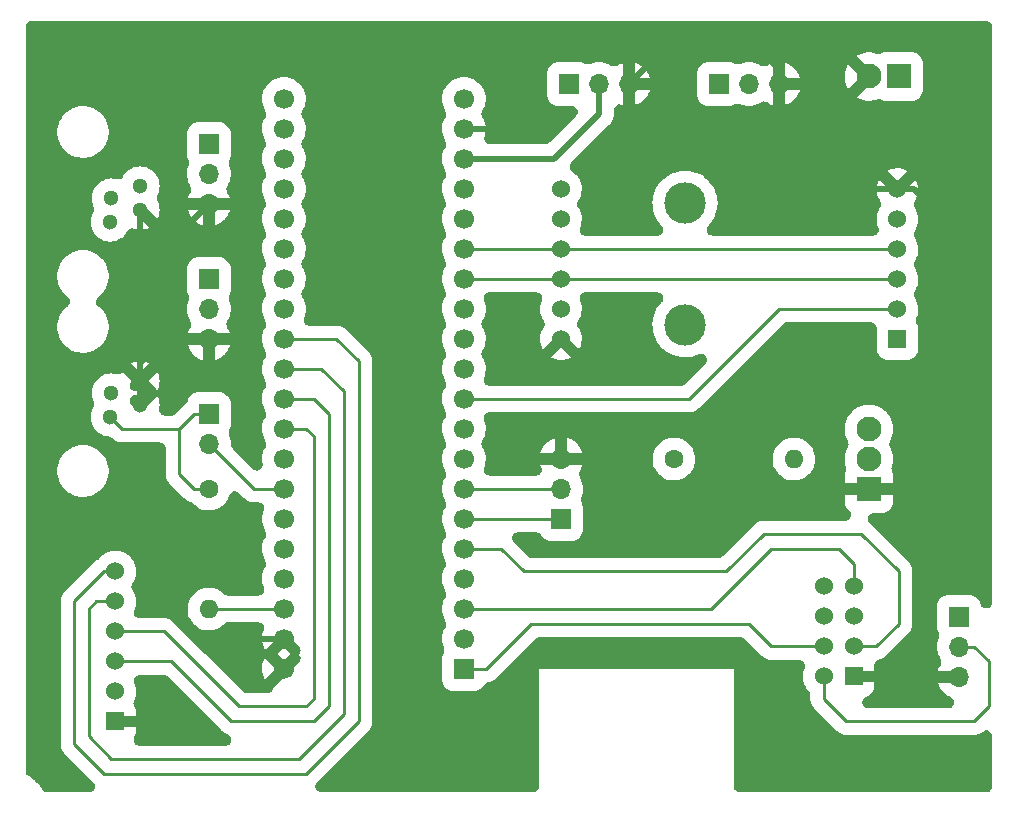
<source format=gbl>
%TF.GenerationSoftware,KiCad,Pcbnew,(6.0.4)*%
%TF.CreationDate,2022-11-02T21:24:09+07:00*%
%TF.ProjectId,01-Beta-PCB-From-Breadboard,30312d42-6574-4612-9d50-43422d46726f,rev?*%
%TF.SameCoordinates,PX68768dcPY7f2c270*%
%TF.FileFunction,Copper,L2,Bot*%
%TF.FilePolarity,Positive*%
%FSLAX46Y46*%
G04 Gerber Fmt 4.6, Leading zero omitted, Abs format (unit mm)*
G04 Created by KiCad (PCBNEW (6.0.4)) date 2022-11-02 21:24:09*
%MOMM*%
%LPD*%
G01*
G04 APERTURE LIST*
%TA.AperFunction,ComponentPad*%
%ADD10C,1.300000*%
%TD*%
%TA.AperFunction,ComponentPad*%
%ADD11C,1.524000*%
%TD*%
%TA.AperFunction,ComponentPad*%
%ADD12R,1.524000X1.524000*%
%TD*%
%TA.AperFunction,ComponentPad*%
%ADD13R,1.700000X1.700000*%
%TD*%
%TA.AperFunction,ComponentPad*%
%ADD14O,1.700000X1.700000*%
%TD*%
%TA.AperFunction,ComponentPad*%
%ADD15C,1.700000*%
%TD*%
%TA.AperFunction,WasherPad*%
%ADD16C,3.500000*%
%TD*%
%TA.AperFunction,ComponentPad*%
%ADD17O,1.600000X1.600000*%
%TD*%
%TA.AperFunction,ComponentPad*%
%ADD18C,1.600000*%
%TD*%
%TA.AperFunction,ComponentPad*%
%ADD19C,2.100000*%
%TD*%
%TA.AperFunction,ComponentPad*%
%ADD20R,2.100000X2.100000*%
%TD*%
%TA.AperFunction,Conductor*%
%ADD21C,0.250000*%
%TD*%
%TA.AperFunction,Conductor*%
%ADD22C,0.500000*%
%TD*%
G04 APERTURE END LIST*
D10*
%TO.P,J8,4*%
%TO.N,unconnected-(J8-Pad4)*%
X8150000Y49275000D03*
%TO.P,J8,3*%
%TO.N,Rain Gauge*%
X8250000Y51310000D03*
%TO.P,J8,2*%
%TO.N,GND*%
X10690000Y50290000D03*
%TO.P,J8,1*%
%TO.N,unconnected-(J8-Pad1)*%
X10690000Y52325000D03*
%TD*%
D11*
%TO.P,U5,6,CS*%
%TO.N,TF_NCSS*%
X8580000Y19685000D03*
%TO.P,U5,5,SCK*%
%TO.N,SPI1_SCK*%
X8580000Y17145000D03*
%TO.P,U5,4,MOSI*%
%TO.N,SPI1_MOSI*%
X8580000Y14605000D03*
%TO.P,U5,3,MISO*%
%TO.N,SPI1_MISO*%
X8580000Y12065000D03*
%TO.P,U5,2,VCC*%
%TO.N,+3V3*%
X8580000Y9525000D03*
D12*
%TO.P,U5,1,GND*%
%TO.N,GND*%
X8580000Y6985000D03*
%TD*%
D11*
%TO.P,U4,8,DIO0*%
%TO.N,LoRa_DIO0*%
X68550000Y18415000D03*
%TO.P,U4,7,MISO*%
%TO.N,LoRa_MISO*%
X71090000Y18415000D03*
%TO.P,U4,6,MOSI*%
%TO.N,LoRa_MOSI*%
X68550000Y15875000D03*
%TO.P,U4,5,SCLK*%
%TO.N,LoRa_SCLK*%
X71090000Y15875000D03*
%TO.P,U4,4,NCSS*%
%TO.N,LoRa_NCSS*%
X68550000Y13335000D03*
%TO.P,U4,3,RST*%
%TO.N,LoRa_Reset*%
X71090000Y13335000D03*
%TO.P,U4,2,VCC*%
%TO.N,+3.3VP*%
X68550000Y10795000D03*
D12*
%TO.P,U4,1,GND*%
%TO.N,GND*%
X71090000Y10795000D03*
%TD*%
D13*
%TO.P,J4,1,Pin_1*%
%TO.N,UART_TX*%
X46355000Y24145000D03*
D14*
%TO.P,J4,2,Pin_2*%
%TO.N,UART_RX*%
X46355000Y26685000D03*
%TO.P,J4,3,Pin_3*%
%TO.N,GND*%
X46355000Y29225000D03*
%TD*%
D15*
%TO.P,U1,20,3V3*%
%TO.N,unconnected-(U1-Pad20)*%
X38100000Y59690000D03*
%TO.P,U1,21,VBat*%
%TO.N,unconnected-(U1-Pad21)*%
X22860000Y59690000D03*
%TO.P,U1,19,GND*%
%TO.N,GND*%
X38100000Y57150000D03*
%TO.P,U1,22,PC13*%
%TO.N,unconnected-(U1-Pad22)*%
X22860000Y57150000D03*
%TO.P,U1,18,5V*%
%TO.N,+5V*%
X38100000Y54610000D03*
%TO.P,U1,23,PC14*%
%TO.N,unconnected-(U1-Pad23)*%
X22860000Y54610000D03*
%TO.P,U1,17,PB9*%
%TO.N,unconnected-(U1-Pad17)*%
X38100000Y52070000D03*
%TO.P,U1,24,PC15*%
%TO.N,unconnected-(U1-Pad24)*%
X22860000Y52070000D03*
%TO.P,U1,16,PB8*%
%TO.N,unconnected-(U1-Pad16)*%
X38100000Y49530000D03*
%TO.P,U1,25,PA0*%
%TO.N,unconnected-(U1-Pad25)*%
X22860000Y49530000D03*
%TO.P,U1,15,PB7*%
%TO.N,SDA*%
X38100000Y46990000D03*
%TO.P,U1,26,PA1*%
%TO.N,Rain Gauge*%
X22860000Y46990000D03*
%TO.P,U1,14,PB6*%
%TO.N,SCL*%
X38100000Y44450000D03*
%TO.P,U1,27,PA2*%
%TO.N,unconnected-(U1-Pad27)*%
X22860000Y44450000D03*
%TO.P,U1,13,PB5*%
%TO.N,unconnected-(U1-Pad13)*%
X38100000Y41910000D03*
%TO.P,U1,28,PA3*%
%TO.N,Anemometer*%
X22860000Y41910000D03*
%TO.P,U1,12,PB4*%
%TO.N,unconnected-(U1-Pad12)*%
X38100000Y39370000D03*
%TO.P,U1,29,PA4*%
%TO.N,TF_NCSS*%
X22860000Y39370000D03*
%TO.P,U1,11,PB3*%
%TO.N,DS18B20*%
X38100000Y36830000D03*
%TO.P,U1,30,PA5*%
%TO.N,SPI1_SCK*%
X22860000Y36830000D03*
%TO.P,U1,10,PA15*%
%TO.N,RTC_Alarm*%
X38100000Y34290000D03*
%TO.P,U1,31,PA6*%
%TO.N,SPI1_MISO*%
X22860000Y34290000D03*
%TO.P,U1,9,PA12*%
%TO.N,unconnected-(U1-Pad9)*%
X38100000Y31750000D03*
%TO.P,U1,32,PA7*%
%TO.N,SPI1_MOSI*%
X22860000Y31750000D03*
%TO.P,U1,8,PA11*%
%TO.N,LoRa_DIO0*%
X38100000Y29210000D03*
%TO.P,U1,33,PB0*%
%TO.N,unconnected-(U1-Pad33)*%
X22860000Y29210000D03*
%TO.P,U1,7,PA10*%
%TO.N,UART_RX*%
X38100000Y26670000D03*
%TO.P,U1,34,PB1*%
%TO.N,Wind_Vane*%
X22860000Y26670000D03*
%TO.P,U1,6,PA9*%
%TO.N,UART_TX*%
X38100000Y24130000D03*
%TO.P,U1,35,PB10*%
%TO.N,unconnected-(U1-Pad35)*%
X22860000Y24130000D03*
%TO.P,U1,5,PA8*%
%TO.N,LoRa_Reset*%
X38100000Y21590000D03*
%TO.P,U1,36,PB11*%
%TO.N,unconnected-(U1-Pad36)*%
X22860000Y21590000D03*
%TO.P,U1,4,PB15*%
%TO.N,LoRa_MOSI*%
X38100000Y19050000D03*
%TO.P,U1,37,RST*%
%TO.N,unconnected-(U1-Pad37)*%
X22860000Y19050000D03*
%TO.P,U1,3,PB14*%
%TO.N,LoRa_MISO*%
X38100000Y16510000D03*
%TO.P,U1,38,3V3*%
%TO.N,+3.3VA*%
X22860000Y16510000D03*
%TO.P,U1,2,PB13*%
%TO.N,LoRa_SCLK*%
X38100000Y13970000D03*
%TO.P,U1,39,GND*%
%TO.N,GND*%
X22860000Y13970000D03*
D13*
%TO.P,U1,1,PB12*%
%TO.N,LoRa_NCSS*%
X38100000Y11430000D03*
D15*
%TO.P,U1,40,GND*%
%TO.N,GND*%
X22860000Y11430000D03*
%TD*%
D11*
%TO.P,U3,5,ADDR*%
%TO.N,GND*%
X46320000Y39370000D03*
%TO.P,U3,4,SCL*%
%TO.N,SCL*%
X46320000Y44450000D03*
%TO.P,U3,3,SDA*%
%TO.N,SDA*%
X46320000Y46990000D03*
%TO.P,U3,2,GND*%
%TO.N,GND*%
X46320000Y49530000D03*
%TO.P,U3,1,VCC*%
%TO.N,+3V3*%
X46320000Y41910000D03*
X46320000Y52070000D03*
D16*
%TO.P,U3,*%
%TO.N,*%
X56820000Y50870000D03*
X56820000Y40570000D03*
%TD*%
D11*
%TO.P,U2,6,SQW*%
%TO.N,RTC_Alarm*%
X74810000Y41910000D03*
D12*
%TO.P,U2,5,32K*%
%TO.N,unconnected-(U2-Pad5)*%
X74810000Y39370000D03*
D11*
%TO.P,U2,4,GND*%
%TO.N,GND*%
X74810000Y52070000D03*
%TO.P,U2,3,VCC*%
%TO.N,+3V3*%
X74810000Y49530000D03*
%TO.P,U2,2,SDA*%
%TO.N,SDA*%
X74810000Y46990000D03*
%TO.P,U2,1,SCL*%
%TO.N,SCL*%
X74810000Y44450000D03*
%TD*%
D17*
%TO.P,R2,2*%
%TO.N,DS18B20*%
X66040000Y29210000D03*
D18*
%TO.P,R2,1*%
%TO.N,+3V3*%
X55880000Y29210000D03*
%TD*%
D17*
%TO.P,R1,2*%
%TO.N,+3.3VA*%
X16510000Y16510000D03*
D18*
%TO.P,R1,1*%
%TO.N,Wind_Vane_SensorSide*%
X16510000Y26670000D03*
%TD*%
D19*
%TO.P,J10,3,Pin_3*%
%TO.N,+3V3*%
X72390000Y31750000D03*
%TO.P,J10,2,Pin_2*%
%TO.N,DS18B20*%
X72390000Y29210000D03*
D20*
%TO.P,J10,1,Pin_1*%
%TO.N,GND*%
X72390000Y26670000D03*
%TD*%
D14*
%TO.P,J9,3,Pin_3*%
%TO.N,GND*%
X16510000Y50785000D03*
%TO.P,J9,2,Pin_2*%
%TO.N,Rain Gauge*%
X16510000Y53325000D03*
D13*
%TO.P,J9,1,Pin_1*%
%TO.N,+3V3*%
X16510000Y55865000D03*
%TD*%
D14*
%TO.P,J7,3,Pin_3*%
%TO.N,GND*%
X16510000Y39355000D03*
%TO.P,J7,2,Pin_2*%
%TO.N,Anemometer*%
X16510000Y41895000D03*
D13*
%TO.P,J7,1,Pin_1*%
%TO.N,+3V3*%
X16510000Y44435000D03*
%TD*%
D14*
%TO.P,J6,2,Pin_2*%
%TO.N,Wind_Vane*%
X16510000Y30480000D03*
D13*
%TO.P,J6,1,Pin_1*%
%TO.N,Wind_Vane_SensorSide*%
X16510000Y33020000D03*
%TD*%
D10*
%TO.P,J5,4*%
%TO.N,Wind_Vane_SensorSide*%
X8150000Y32765000D03*
%TO.P,J5,3*%
%TO.N,Anemometer*%
X8250000Y34800000D03*
%TO.P,J5,2*%
%TO.N,GND*%
X10690000Y33780000D03*
%TO.P,J5,1*%
X10690000Y35815000D03*
%TD*%
D14*
%TO.P,J3,3,Pin_3*%
%TO.N,GND*%
X80010000Y10780000D03*
%TO.P,J3,2,Pin_2*%
%TO.N,+3.3VP*%
X80010000Y13320000D03*
D13*
%TO.P,J3,1,Pin_1*%
%TO.N,VDD*%
X80010000Y15860000D03*
%TD*%
D14*
%TO.P,J2,3,Pin_3*%
%TO.N,GND*%
X64770000Y60960000D03*
%TO.P,J2,2,Pin_2*%
%TO.N,+3V3*%
X62230000Y60960000D03*
D13*
%TO.P,J2,1,Pin_1*%
%TO.N,VDD*%
X59690000Y60960000D03*
%TD*%
D14*
%TO.P,J1,3,Pin_3*%
%TO.N,GND*%
X52070000Y60960000D03*
%TO.P,J1,2,Pin_2*%
%TO.N,+5V*%
X49530000Y60960000D03*
D13*
%TO.P,J1,1,Pin_1*%
%TO.N,VDD*%
X46990000Y60960000D03*
%TD*%
D19*
%TO.P,J0,2,Pin_2*%
%TO.N,GND*%
X72390000Y61595000D03*
D20*
%TO.P,J0,1,Pin_1*%
%TO.N,VDD*%
X74930000Y61595000D03*
%TD*%
D21*
%TO.N,+3.3VP*%
X81295000Y13320000D02*
X80010000Y13320000D01*
X81280000Y6985000D02*
X82550000Y8255000D01*
X70485000Y6985000D02*
X81280000Y6985000D01*
X68550000Y8920000D02*
X70485000Y6985000D01*
X82550000Y8255000D02*
X82550000Y12065000D01*
X82550000Y12065000D02*
X81295000Y13320000D01*
X68550000Y10795000D02*
X68550000Y8920000D01*
D22*
%TO.N,GND*%
X19685000Y52070000D02*
X19685000Y62230000D01*
X18400000Y50785000D02*
X19685000Y52070000D01*
X22225000Y64770000D02*
X44450000Y64770000D01*
X16510000Y50785000D02*
X18400000Y50785000D01*
X19685000Y62230000D02*
X22225000Y64770000D01*
X69215000Y64770000D02*
X62230000Y64770000D01*
X72390000Y61595000D02*
X69215000Y64770000D01*
X12685000Y39355000D02*
X10690000Y37360000D01*
X16510000Y39355000D02*
X12685000Y39355000D01*
D21*
%TO.N,TF_NCSS*%
X7620000Y19685000D02*
X8580000Y19685000D01*
X5080000Y17145000D02*
X7620000Y19685000D01*
X29210000Y37465000D02*
X29210000Y6985000D01*
X29210000Y6985000D02*
X24765000Y2540000D01*
X5080000Y5080000D02*
X5080000Y17145000D01*
X24765000Y2540000D02*
X7620000Y2540000D01*
X27305000Y39370000D02*
X29210000Y37465000D01*
X22860000Y39370000D02*
X27305000Y39370000D01*
X7620000Y2540000D02*
X5080000Y5080000D01*
%TO.N,SPI1_SCK*%
X6350000Y16510000D02*
X6985000Y17145000D01*
X6985000Y17145000D02*
X8580000Y17145000D01*
X6350000Y5715000D02*
X6350000Y16510000D01*
X8255000Y3810000D02*
X6350000Y5715000D01*
X24130000Y3810000D02*
X8255000Y3810000D01*
%TO.N,SPI1_MISO*%
X13335000Y12065000D02*
X8580000Y12065000D01*
%TO.N,SPI1_MOSI*%
X12700000Y14605000D02*
X8580000Y14605000D01*
%TO.N,SPI1_SCK*%
X26035000Y36830000D02*
X22860000Y36830000D01*
X27940000Y34925000D02*
X26035000Y36830000D01*
X27940000Y7620000D02*
X27940000Y34925000D01*
X24130000Y3810000D02*
X27940000Y7620000D01*
%TO.N,SPI1_MISO*%
X26670000Y33020000D02*
X25400000Y34290000D01*
X25400000Y6985000D02*
X26670000Y8255000D01*
X18415000Y6985000D02*
X25400000Y6985000D01*
X25400000Y34290000D02*
X22860000Y34290000D01*
X13335000Y12065000D02*
X18415000Y6985000D01*
X26670000Y8255000D02*
X26670000Y33020000D01*
%TO.N,SPI1_MOSI*%
X19050000Y8255000D02*
X12700000Y14605000D01*
X24765000Y8255000D02*
X19050000Y8255000D01*
X25400000Y31115000D02*
X25400000Y8890000D01*
X25400000Y8890000D02*
X24765000Y8255000D01*
X22860000Y31750000D02*
X24765000Y31750000D01*
X24765000Y31750000D02*
X25400000Y31115000D01*
D22*
%TO.N,GND*%
X10690000Y40535000D02*
X10690000Y40745000D01*
X13335000Y24130000D02*
X5715000Y31750000D01*
X5715000Y35560000D02*
X10690000Y40535000D01*
X22860000Y13970000D02*
X15240000Y13970000D01*
X13335000Y15875000D02*
X13335000Y24130000D01*
X5715000Y31750000D02*
X5715000Y35560000D01*
X10690000Y40745000D02*
X10690000Y37360000D01*
X15240000Y13970000D02*
X13335000Y15875000D01*
X10690000Y44965000D02*
X10690000Y40745000D01*
X10690000Y35815000D02*
X10690000Y33780000D01*
X10690000Y37360000D02*
X10690000Y35815000D01*
D21*
%TO.N,Wind_Vane_SensorSide*%
X9165000Y31750000D02*
X8150000Y32765000D01*
X13970000Y31750000D02*
X9165000Y31750000D01*
%TO.N,LoRa_NCSS*%
X62230000Y15240000D02*
X64135000Y13335000D01*
X43815000Y15240000D02*
X62230000Y15240000D01*
X40005000Y11430000D02*
X43815000Y15240000D01*
X38100000Y11430000D02*
X40005000Y11430000D01*
X64135000Y13335000D02*
X68550000Y13335000D01*
%TO.N,LoRa_Reset*%
X73025000Y13335000D02*
X71090000Y13335000D01*
X71755000Y22860000D02*
X74930000Y19685000D01*
X63500000Y22860000D02*
X71755000Y22860000D01*
X60325000Y19685000D02*
X63500000Y22860000D01*
X43180000Y19685000D02*
X60325000Y19685000D01*
X41275000Y21590000D02*
X43180000Y19685000D01*
X38100000Y21590000D02*
X41275000Y21590000D01*
X74930000Y19685000D02*
X74930000Y15240000D01*
X74930000Y15240000D02*
X73025000Y13335000D01*
D22*
%TO.N,GND*%
X76835000Y12065000D02*
X78120000Y10780000D01*
X76835000Y18415000D02*
X76835000Y12065000D01*
X80010000Y30480000D02*
X80010000Y21590000D01*
X80010000Y21590000D02*
X76835000Y18415000D01*
X78120000Y10780000D02*
X80010000Y10780000D01*
X78105000Y10795000D02*
X78120000Y10780000D01*
X78105000Y10795000D02*
X71090000Y10795000D01*
D21*
%TO.N,LoRa_MISO*%
X71090000Y20350000D02*
X71090000Y18415000D01*
X69850000Y21590000D02*
X71090000Y20350000D01*
X64135000Y21590000D02*
X69850000Y21590000D01*
X38100000Y16510000D02*
X59055000Y16510000D01*
X59055000Y16510000D02*
X64135000Y21590000D01*
%TO.N,UART_TX*%
X38100000Y24130000D02*
X46340000Y24130000D01*
%TO.N,UART_RX*%
X46355000Y26685000D02*
X38115000Y26685000D01*
D22*
%TO.N,GND*%
X76200000Y26670000D02*
X72390000Y26670000D01*
X80010000Y30480000D02*
X76200000Y26670000D01*
X76200000Y52070000D02*
X80010000Y48260000D01*
X74810000Y52070000D02*
X76200000Y52070000D01*
X80010000Y48260000D02*
X80010000Y30480000D01*
X67310000Y52070000D02*
X74810000Y52070000D01*
X64770000Y54610000D02*
X67310000Y52070000D01*
X64770000Y60960000D02*
X64770000Y54610000D01*
X10690000Y44965000D02*
X10690000Y50290000D01*
X16510000Y50785000D02*
X10690000Y44965000D01*
X62230000Y64770000D02*
X64770000Y62230000D01*
X55880000Y64770000D02*
X62230000Y64770000D01*
X64770000Y62230000D02*
X64770000Y60960000D01*
X41910000Y62230000D02*
X44450000Y64770000D01*
X41910000Y58420000D02*
X41910000Y62230000D01*
X40640000Y57150000D02*
X41910000Y58420000D01*
X44450000Y64770000D02*
X55880000Y64770000D01*
X38100000Y57150000D02*
X40640000Y57150000D01*
X52070000Y60960000D02*
X55880000Y64770000D01*
%TO.N,+5V*%
X49530000Y58420000D02*
X49530000Y60960000D01*
X45720000Y54610000D02*
X49530000Y58420000D01*
X38100000Y54610000D02*
X45720000Y54610000D01*
D21*
%TO.N,RTC_Alarm*%
X64770000Y41910000D02*
X74810000Y41910000D01*
X38100000Y34290000D02*
X57150000Y34290000D01*
X57150000Y34290000D02*
X64770000Y41910000D01*
%TO.N,SCL*%
X46320000Y44450000D02*
X74810000Y44450000D01*
X38100000Y44450000D02*
X46320000Y44450000D01*
%TO.N,SDA*%
X46320000Y46990000D02*
X74810000Y46990000D01*
X38100000Y46990000D02*
X46320000Y46990000D01*
%TO.N,+3.3VA*%
X22860000Y16510000D02*
X16510000Y16510000D01*
%TO.N,Wind_Vane_SensorSide*%
X15240000Y33020000D02*
X16510000Y33020000D01*
X13970000Y27940000D02*
X13970000Y31750000D01*
X15240000Y26670000D02*
X13970000Y27940000D01*
X16510000Y26670000D02*
X15240000Y26670000D01*
X13970000Y31750000D02*
X15240000Y33020000D01*
%TO.N,Wind_Vane*%
X20320000Y26670000D02*
X22860000Y26670000D01*
X16510000Y30480000D02*
X20320000Y26670000D01*
%TD*%
%TA.AperFunction,Conductor*%
%TO.N,GND*%
G36*
X82461085Y66289287D02*
G01*
X82590280Y66230286D01*
X82697619Y66137276D01*
X82774406Y66017792D01*
X82814421Y65881515D01*
X82819500Y65810500D01*
X82819500Y17056794D01*
X82799287Y16916209D01*
X82740286Y16787014D01*
X82647276Y16679675D01*
X82527792Y16602888D01*
X82391515Y16562873D01*
X82249485Y16562873D01*
X82113208Y16602888D01*
X81993724Y16679675D01*
X81900714Y16787014D01*
X81840830Y16919251D01*
X81809829Y17027366D01*
X81793741Y17083470D01*
X81699573Y17263596D01*
X81571109Y17421109D01*
X81413596Y17549573D01*
X81233470Y17643741D01*
X81038087Y17699766D01*
X80917816Y17710500D01*
X79102184Y17710500D01*
X78981913Y17699766D01*
X78786530Y17643741D01*
X78606404Y17549573D01*
X78448891Y17421109D01*
X78320427Y17263596D01*
X78226259Y17083470D01*
X78170234Y16888087D01*
X78159500Y16767816D01*
X78159500Y14952184D01*
X78170234Y14831913D01*
X78226259Y14636530D01*
X78237971Y14614127D01*
X78299819Y14495823D01*
X78347039Y14361872D01*
X78354607Y14220044D01*
X78320105Y14077305D01*
X78245574Y13893297D01*
X78241321Y13876174D01*
X78241320Y13876172D01*
X78218437Y13784050D01*
X78182399Y13638968D01*
X78155688Y13378274D01*
X78156381Y13360638D01*
X78164187Y13161985D01*
X78165977Y13116418D01*
X78177027Y13055915D01*
X78203219Y12912500D01*
X78213058Y12858624D01*
X78218641Y12841890D01*
X78265900Y12700239D01*
X78295994Y12610035D01*
X78303876Y12594260D01*
X78303878Y12594256D01*
X78389032Y12423837D01*
X78413128Y12375613D01*
X78423164Y12361092D01*
X78441800Y12334127D01*
X78505103Y12206984D01*
X78530020Y12067156D01*
X78514535Y11925973D01*
X78462793Y11799787D01*
X78353267Y11611223D01*
X78337783Y11579618D01*
X78252673Y11369491D01*
X78241798Y11336020D01*
X78236486Y11314636D01*
X78233378Y11283869D01*
X78248952Y11280000D01*
X80011000Y11280000D01*
X80151585Y11259787D01*
X80280780Y11200786D01*
X80388119Y11107776D01*
X80464906Y10988292D01*
X80504921Y10852015D01*
X80510000Y10781000D01*
X80510000Y10779000D01*
X80489787Y10638415D01*
X80430786Y10509220D01*
X80337776Y10401881D01*
X80218292Y10325094D01*
X80082015Y10285079D01*
X80011000Y10280000D01*
X78262161Y10280000D01*
X78231550Y10275599D01*
X78231550Y10267234D01*
X78233552Y10258777D01*
X78290874Y10086960D01*
X78304342Y10054446D01*
X78405668Y9851661D01*
X78423595Y9821348D01*
X78552484Y9634860D01*
X78574491Y9607391D01*
X78728382Y9440913D01*
X78754029Y9416829D01*
X78929848Y9273690D01*
X78958633Y9253459D01*
X79152860Y9136525D01*
X79184218Y9120547D01*
X79305947Y9069002D01*
X79427522Y8995572D01*
X79523485Y8890864D01*
X79586061Y8763361D01*
X79610181Y8623394D01*
X79593890Y8482301D01*
X79538509Y8351513D01*
X79448523Y8241626D01*
X79331224Y8161541D01*
X79196114Y8117748D01*
X79111374Y8110500D01*
X72326013Y8110500D01*
X72185428Y8130713D01*
X72056233Y8189714D01*
X71948894Y8282724D01*
X71872107Y8402208D01*
X71832092Y8538485D01*
X71832092Y8680515D01*
X71872107Y8816792D01*
X71948894Y8936276D01*
X72056233Y9029286D01*
X72188469Y9089169D01*
X72200978Y9092756D01*
X72247684Y9111437D01*
X72382921Y9182137D01*
X72424909Y9209824D01*
X72543167Y9306273D01*
X72578727Y9341833D01*
X72675176Y9460091D01*
X72702863Y9502079D01*
X72773563Y9637316D01*
X72792241Y9684015D01*
X72834726Y9832177D01*
X72843382Y9878657D01*
X72851011Y9964140D01*
X72852000Y9986333D01*
X72852000Y10259310D01*
X72847437Y10291046D01*
X72833970Y10295000D01*
X71089000Y10295000D01*
X70948415Y10315213D01*
X70819220Y10374214D01*
X70711881Y10467224D01*
X70635094Y10586708D01*
X70595079Y10722985D01*
X70590000Y10794000D01*
X70590000Y10796000D01*
X70610213Y10936585D01*
X70669214Y11065780D01*
X70762224Y11173119D01*
X70881708Y11249906D01*
X71017985Y11289921D01*
X71089000Y11295000D01*
X72816309Y11295000D01*
X72848045Y11299563D01*
X72851999Y11313030D01*
X72851999Y11603678D01*
X72851012Y11625841D01*
X72844893Y11694411D01*
X72852530Y11836236D01*
X72899815Y11970164D01*
X72982915Y12085346D01*
X73095101Y12172449D01*
X73224799Y12223443D01*
X73238795Y12224778D01*
X73261582Y12231463D01*
X73261588Y12231464D01*
X73284682Y12238239D01*
X73320115Y12247238D01*
X73343648Y12252305D01*
X73343650Y12252306D01*
X73366866Y12257304D01*
X73388715Y12266600D01*
X73405614Y12271961D01*
X73422082Y12278548D01*
X73444876Y12285235D01*
X73487398Y12307135D01*
X73520490Y12322671D01*
X73542630Y12332092D01*
X73542631Y12332093D01*
X73564486Y12341392D01*
X73584186Y12354655D01*
X73599770Y12363116D01*
X73614694Y12372697D01*
X73635807Y12383571D01*
X73655167Y12398778D01*
X73673417Y12413114D01*
X73702980Y12434632D01*
X73742639Y12461332D01*
X73746825Y12465127D01*
X73752049Y12470351D01*
X73752696Y12470925D01*
X73755562Y12473654D01*
X73755658Y12473553D01*
X73769479Y12485812D01*
X73786027Y12501570D01*
X73804698Y12516237D01*
X73837513Y12554053D01*
X73861553Y12579855D01*
X75656067Y14374370D01*
X75659456Y14377519D01*
X75668770Y14384126D01*
X75731090Y14449226D01*
X75738702Y14457005D01*
X75763795Y14482098D01*
X75770606Y14490346D01*
X75776424Y14496583D01*
X75783661Y14504143D01*
X75817284Y14539265D01*
X75830172Y14559225D01*
X75841163Y14573142D01*
X75851102Y14587821D01*
X75866222Y14606131D01*
X75889152Y14648099D01*
X75907840Y14679511D01*
X75933782Y14719689D01*
X75942660Y14741719D01*
X75950822Y14757465D01*
X75957805Y14773757D01*
X75969193Y14794601D01*
X75983774Y14840151D01*
X75996187Y14874536D01*
X76005186Y14896865D01*
X76005186Y14896866D01*
X76014061Y14918887D01*
X76018612Y14942192D01*
X76023650Y14959199D01*
X76027427Y14976524D01*
X76034668Y14999144D01*
X76040371Y15046619D01*
X76046060Y15082745D01*
X76051781Y15112038D01*
X76051782Y15112045D01*
X76055224Y15129671D01*
X76055500Y15135314D01*
X76055500Y15142697D01*
X76055553Y15143581D01*
X76055649Y15147511D01*
X76055788Y15147508D01*
X76056892Y15165958D01*
X76057450Y15188797D01*
X76060283Y15212377D01*
X76058356Y15239603D01*
X76056746Y15262329D01*
X76055500Y15297574D01*
X76055500Y19586321D01*
X76055669Y19590934D01*
X76057584Y19602195D01*
X76055619Y19692251D01*
X76055500Y19703136D01*
X76055500Y19738664D01*
X76054483Y19749317D01*
X76054187Y19757856D01*
X76054180Y19758208D01*
X76052899Y19816910D01*
X76047899Y19840132D01*
X76045831Y19857738D01*
X76042478Y19875151D01*
X76040222Y19898795D01*
X76028756Y19937880D01*
X76026761Y19944682D01*
X76017762Y19980115D01*
X76012695Y20003648D01*
X76012694Y20003650D01*
X76007696Y20026866D01*
X75998400Y20048715D01*
X75993039Y20065614D01*
X75986452Y20082082D01*
X75979765Y20104876D01*
X75957865Y20147398D01*
X75942329Y20180490D01*
X75932908Y20202630D01*
X75932907Y20202631D01*
X75923608Y20224486D01*
X75910345Y20244186D01*
X75901884Y20259770D01*
X75892303Y20274694D01*
X75881429Y20295807D01*
X75863725Y20318346D01*
X75851886Y20333417D01*
X75830368Y20362980D01*
X75813695Y20387745D01*
X75803668Y20402639D01*
X75799873Y20406825D01*
X75794649Y20412049D01*
X75794075Y20412696D01*
X75791346Y20415562D01*
X75791447Y20415658D01*
X75779201Y20429464D01*
X75763435Y20446020D01*
X75748763Y20464698D01*
X75710934Y20497524D01*
X75685145Y20521553D01*
X72620625Y23586073D01*
X72617480Y23589457D01*
X72610874Y23598770D01*
X72545797Y23661068D01*
X72538018Y23668680D01*
X72512903Y23693795D01*
X72504646Y23700614D01*
X72498387Y23706454D01*
X72455735Y23747284D01*
X72456751Y23748345D01*
X72376943Y23832392D01*
X72312122Y23958767D01*
X72285530Y24098286D01*
X72299323Y24239645D01*
X72352382Y24371392D01*
X72440409Y24482854D01*
X72556273Y24565001D01*
X72690588Y24611177D01*
X72784013Y24620001D01*
X73486678Y24620001D01*
X73508840Y24620988D01*
X73594346Y24628618D01*
X73640823Y24637274D01*
X73788985Y24679759D01*
X73835684Y24698437D01*
X73970921Y24769137D01*
X74012909Y24796824D01*
X74131167Y24893273D01*
X74166727Y24928833D01*
X74263176Y25047091D01*
X74290863Y25089079D01*
X74361563Y25224316D01*
X74380241Y25271015D01*
X74422726Y25419177D01*
X74431382Y25465657D01*
X74439011Y25551140D01*
X74440000Y25573333D01*
X74440000Y26134310D01*
X74435437Y26166046D01*
X74421970Y26170000D01*
X72614202Y26170000D01*
X72473617Y26190213D01*
X72376986Y26234343D01*
X72343482Y26213237D01*
X72206849Y26174457D01*
X72140304Y26170000D01*
X70375691Y26170000D01*
X70343955Y26165437D01*
X70340001Y26151970D01*
X70340001Y25573322D01*
X70340988Y25551160D01*
X70348618Y25465654D01*
X70357274Y25419177D01*
X70399759Y25271015D01*
X70418437Y25224316D01*
X70489137Y25089079D01*
X70516824Y25047091D01*
X70613273Y24928833D01*
X70648832Y24893274D01*
X70675901Y24871197D01*
X70772071Y24766679D01*
X70834899Y24639301D01*
X70859296Y24499382D01*
X70843285Y24358257D01*
X70788163Y24227360D01*
X70698395Y24117294D01*
X70581255Y24036978D01*
X70446232Y23992917D01*
X70360518Y23985500D01*
X63598679Y23985500D01*
X63594066Y23985669D01*
X63582805Y23987584D01*
X63559060Y23987066D01*
X63559058Y23987066D01*
X63492749Y23985619D01*
X63481864Y23985500D01*
X63446336Y23985500D01*
X63435683Y23984483D01*
X63427163Y23984188D01*
X63368090Y23982899D01*
X63344868Y23977899D01*
X63327262Y23975831D01*
X63309849Y23972478D01*
X63286205Y23970222D01*
X63257855Y23961905D01*
X63240318Y23956761D01*
X63204885Y23947762D01*
X63181352Y23942695D01*
X63181350Y23942694D01*
X63158134Y23937696D01*
X63136285Y23928400D01*
X63119386Y23923039D01*
X63102918Y23916452D01*
X63080124Y23909765D01*
X63059006Y23898889D01*
X63059007Y23898889D01*
X63037602Y23887865D01*
X63004510Y23872329D01*
X62984424Y23863782D01*
X62960514Y23853608D01*
X62940814Y23840345D01*
X62925230Y23831884D01*
X62910306Y23822303D01*
X62889193Y23811429D01*
X62870521Y23796762D01*
X62870518Y23796760D01*
X62851583Y23781886D01*
X62822023Y23760370D01*
X62782361Y23733668D01*
X62778175Y23729873D01*
X62772951Y23724649D01*
X62772304Y23724075D01*
X62769438Y23721346D01*
X62769342Y23721447D01*
X62755536Y23709201D01*
X62738980Y23693435D01*
X62720302Y23678763D01*
X62687476Y23640934D01*
X62663447Y23615145D01*
X60004956Y20956654D01*
X59891255Y20871538D01*
X59758180Y20821904D01*
X59652110Y20810500D01*
X43852889Y20810500D01*
X43712304Y20830713D01*
X43583109Y20889714D01*
X43500043Y20956654D01*
X42304044Y22152654D01*
X42218928Y22266355D01*
X42169294Y22399430D01*
X42159161Y22541098D01*
X42189352Y22679883D01*
X42257420Y22804540D01*
X42357851Y22904970D01*
X42482508Y22973038D01*
X42621292Y23003229D01*
X42656890Y23004500D01*
X44226324Y23004500D01*
X44366909Y22984287D01*
X44496104Y22925286D01*
X44603443Y22832276D01*
X44642916Y22780186D01*
X44653712Y22763813D01*
X44665427Y22741404D01*
X44793891Y22583891D01*
X44951404Y22455427D01*
X45131530Y22361259D01*
X45326913Y22305234D01*
X45447184Y22294500D01*
X47262816Y22294500D01*
X47383087Y22305234D01*
X47578470Y22361259D01*
X47758596Y22455427D01*
X47916109Y22583891D01*
X48044573Y22741404D01*
X48138741Y22921530D01*
X48194766Y23116913D01*
X48205500Y23237184D01*
X48205500Y25052816D01*
X48194766Y25173087D01*
X48138741Y25368470D01*
X48064608Y25510273D01*
X48017391Y25644215D01*
X48009822Y25786044D01*
X48042518Y25924259D01*
X48050422Y25943182D01*
X48100547Y26056564D01*
X48108544Y26084917D01*
X48166893Y26291807D01*
X48166893Y26291808D01*
X48171681Y26308784D01*
X48206566Y26568509D01*
X48210227Y26685000D01*
X48194241Y26910785D01*
X48192966Y26928797D01*
X48192965Y26928802D01*
X48191719Y26946404D01*
X48136563Y27202592D01*
X48045860Y27448453D01*
X47921420Y27679080D01*
X47911957Y27691892D01*
X47854045Y27820644D01*
X47834635Y27961342D01*
X47855651Y28101808D01*
X47910220Y28222550D01*
X47984804Y28342142D01*
X48001277Y28373255D01*
X48092939Y28580591D01*
X48104866Y28613720D01*
X48126564Y28690653D01*
X48130637Y28721306D01*
X48117540Y28725000D01*
X44607161Y28725000D01*
X44576550Y28720599D01*
X44576550Y28712234D01*
X44578552Y28703777D01*
X44635874Y28531961D01*
X44648923Y28500458D01*
X44684048Y28362840D01*
X44678978Y28220900D01*
X44634125Y28086138D01*
X44553122Y27969472D01*
X44442531Y27880353D01*
X44311312Y27826000D01*
X44187907Y27810500D01*
X40270858Y27810500D01*
X40130273Y27830713D01*
X40001078Y27889714D01*
X39893739Y27982724D01*
X39816952Y28102208D01*
X39776937Y28238485D01*
X39776937Y28380515D01*
X39814468Y28511264D01*
X39845547Y28581564D01*
X39850768Y28600073D01*
X39911893Y28816807D01*
X39911893Y28816808D01*
X39916681Y28833784D01*
X39951566Y29093509D01*
X39955227Y29210000D01*
X39951881Y29257264D01*
X54075070Y29257264D01*
X54087909Y28989959D01*
X54140118Y28727488D01*
X54230549Y28475617D01*
X54239311Y28459310D01*
X54343388Y28265613D01*
X54357215Y28239879D01*
X54517335Y28025453D01*
X54530484Y28012418D01*
X54530486Y28012416D01*
X54694240Y27850085D01*
X54694245Y27850081D01*
X54707390Y27837050D01*
X54923205Y27678808D01*
X55160039Y27554203D01*
X55412690Y27465974D01*
X55430874Y27462522D01*
X55430880Y27462520D01*
X55657412Y27419511D01*
X55657416Y27419511D01*
X55675606Y27416057D01*
X55943013Y27405551D01*
X56209035Y27434685D01*
X56467829Y27502820D01*
X56713710Y27608458D01*
X56941275Y27749280D01*
X57025574Y27820644D01*
X57131394Y27910227D01*
X57131397Y27910230D01*
X57145526Y27922191D01*
X57321976Y28123393D01*
X57347949Y28163772D01*
X57442165Y28310249D01*
X57466747Y28348466D01*
X57546539Y28525598D01*
X57569059Y28575590D01*
X57569059Y28575591D01*
X57576661Y28592466D01*
X57596265Y28661975D01*
X57644275Y28832205D01*
X57644276Y28832211D01*
X57649302Y28850031D01*
X57656346Y28905396D01*
X57678671Y29080888D01*
X57683075Y29115505D01*
X57685549Y29210000D01*
X57683412Y29238765D01*
X57682037Y29257264D01*
X64235070Y29257264D01*
X64247909Y28989959D01*
X64300118Y28727488D01*
X64390549Y28475617D01*
X64399311Y28459310D01*
X64503388Y28265613D01*
X64517215Y28239879D01*
X64677335Y28025453D01*
X64690484Y28012418D01*
X64690486Y28012416D01*
X64854240Y27850085D01*
X64854245Y27850081D01*
X64867390Y27837050D01*
X65083205Y27678808D01*
X65320039Y27554203D01*
X65572690Y27465974D01*
X65590874Y27462522D01*
X65590880Y27462520D01*
X65817412Y27419511D01*
X65817416Y27419511D01*
X65835606Y27416057D01*
X66103013Y27405551D01*
X66369035Y27434685D01*
X66627829Y27502820D01*
X66873710Y27608458D01*
X67101275Y27749280D01*
X67185574Y27820644D01*
X67291394Y27910227D01*
X67291397Y27910230D01*
X67305526Y27922191D01*
X67481976Y28123393D01*
X67507949Y28163772D01*
X67602165Y28310249D01*
X67626747Y28348466D01*
X67706539Y28525598D01*
X67729059Y28575590D01*
X67729059Y28575591D01*
X67736661Y28592466D01*
X67756265Y28661975D01*
X67804275Y28832205D01*
X67804276Y28832211D01*
X67809302Y28850031D01*
X67816346Y28905396D01*
X67838671Y29080888D01*
X67843075Y29115505D01*
X67845549Y29210000D01*
X67843950Y29231523D01*
X70334822Y29231523D01*
X70350916Y28952404D01*
X70354187Y28935730D01*
X70354188Y28935724D01*
X70374188Y28833784D01*
X70404741Y28678052D01*
X70457064Y28525231D01*
X70483478Y28385682D01*
X70469507Y28244340D01*
X70427181Y28132410D01*
X70418438Y28115686D01*
X70399759Y28068985D01*
X70357274Y27920823D01*
X70348618Y27874343D01*
X70340989Y27788860D01*
X70340000Y27766667D01*
X70340000Y27205690D01*
X70344563Y27173954D01*
X70358030Y27170000D01*
X72127234Y27170000D01*
X72202713Y27164258D01*
X72215783Y27162258D01*
X72351693Y27121013D01*
X72377683Y27103976D01*
X72473617Y27147787D01*
X72554251Y27164386D01*
X72570783Y27166386D01*
X72630729Y27170000D01*
X74404309Y27170000D01*
X74436045Y27174563D01*
X74439999Y27188030D01*
X74439999Y27766678D01*
X74439012Y27788840D01*
X74431382Y27874346D01*
X74422726Y27920823D01*
X74380241Y28068985D01*
X74361563Y28115685D01*
X74353176Y28131727D01*
X74305956Y28265677D01*
X74298386Y28407506D01*
X74328603Y28539297D01*
X74357570Y28615956D01*
X74419987Y28888482D01*
X74423193Y28924396D01*
X74443970Y29157204D01*
X74443971Y29157215D01*
X74444840Y29166957D01*
X74445291Y29210000D01*
X74426275Y29488935D01*
X74369579Y29762708D01*
X74363906Y29778729D01*
X74281927Y30010232D01*
X74281925Y30010236D01*
X74276253Y30026254D01*
X74192486Y30188550D01*
X74159179Y30253080D01*
X74112662Y30387277D01*
X74105836Y30529143D01*
X74139255Y30667185D01*
X74164068Y30720048D01*
X74183133Y30755162D01*
X74258745Y30894422D01*
X74357570Y31155956D01*
X74419987Y31428482D01*
X74423591Y31468858D01*
X74443970Y31697204D01*
X74443971Y31697215D01*
X74444840Y31706957D01*
X74445291Y31750000D01*
X74440463Y31820827D01*
X74428670Y31993797D01*
X74426275Y32028935D01*
X74369579Y32302708D01*
X74362249Y32323408D01*
X74281927Y32550232D01*
X74281925Y32550236D01*
X74276253Y32566254D01*
X74148022Y32814696D01*
X73987261Y33043437D01*
X73930692Y33104313D01*
X73808510Y33235797D01*
X73808506Y33235801D01*
X73796944Y33248243D01*
X73779044Y33262894D01*
X73593739Y33414564D01*
X73593735Y33414567D01*
X73580591Y33425325D01*
X73431598Y33516628D01*
X73356688Y33562533D01*
X73356684Y33562535D01*
X73342208Y33571406D01*
X73086205Y33683784D01*
X72817319Y33760378D01*
X72800495Y33762772D01*
X72800492Y33762773D01*
X72713559Y33775145D01*
X72540526Y33799771D01*
X72523538Y33799860D01*
X72523537Y33799860D01*
X72421752Y33800393D01*
X72260947Y33801235D01*
X72244108Y33799018D01*
X72244106Y33799018D01*
X72000604Y33766961D01*
X72000603Y33766961D01*
X71983757Y33764743D01*
X71967373Y33760261D01*
X71967369Y33760260D01*
X71826145Y33721625D01*
X71714083Y33690968D01*
X71456917Y33581278D01*
X71217018Y33437701D01*
X71203771Y33427088D01*
X71203765Y33427084D01*
X71069564Y33319568D01*
X70998823Y33262894D01*
X70987126Y33250568D01*
X70919949Y33179778D01*
X70806371Y33060092D01*
X70777277Y33019603D01*
X70658759Y32854668D01*
X70643223Y32833048D01*
X70512398Y32585962D01*
X70506562Y32570014D01*
X70506561Y32570012D01*
X70485864Y32513453D01*
X70416317Y32323408D01*
X70412701Y32306825D01*
X70412699Y32306817D01*
X70360374Y32066834D01*
X70356757Y32050243D01*
X70350370Y31969088D01*
X70336423Y31791860D01*
X70334822Y31771523D01*
X70350916Y31492404D01*
X70354187Y31475730D01*
X70354188Y31475724D01*
X70370758Y31391266D01*
X70404741Y31218052D01*
X70414199Y31190427D01*
X70489798Y30969620D01*
X70489801Y30969612D01*
X70495303Y30953543D01*
X70599140Y30747086D01*
X70620925Y30703772D01*
X70617923Y30702262D01*
X70660004Y30600191D01*
X70674953Y30458950D01*
X70649504Y30319218D01*
X70617300Y30244089D01*
X70520348Y30060979D01*
X70520342Y30060966D01*
X70512398Y30045962D01*
X70506562Y30030014D01*
X70506561Y30030012D01*
X70445201Y29862336D01*
X70416317Y29783408D01*
X70412701Y29766825D01*
X70412699Y29766817D01*
X70360374Y29526834D01*
X70356757Y29510243D01*
X70334822Y29231523D01*
X67843950Y29231523D01*
X67843412Y29238765D01*
X67827089Y29458416D01*
X67827089Y29458418D01*
X67825717Y29476877D01*
X67821632Y29494930D01*
X67770741Y29719836D01*
X67770739Y29719843D01*
X67766655Y29737891D01*
X67669662Y29987309D01*
X67621366Y30071810D01*
X67546054Y30203579D01*
X67546050Y30203585D01*
X67536868Y30219650D01*
X67525409Y30234186D01*
X67382648Y30415277D01*
X67382646Y30415279D01*
X67371190Y30429811D01*
X67176269Y30613175D01*
X67160360Y30624212D01*
X67056543Y30696232D01*
X66956385Y30765714D01*
X66939783Y30773901D01*
X66939780Y30773903D01*
X66732980Y30875886D01*
X66732973Y30875889D01*
X66716371Y30884076D01*
X66461497Y30965662D01*
X66197364Y31008678D01*
X66055306Y31010538D01*
X65948286Y31011939D01*
X65948281Y31011939D01*
X65929774Y31012181D01*
X65911436Y31009685D01*
X65911431Y31009685D01*
X65776851Y30991369D01*
X65664605Y30976093D01*
X65646836Y30970914D01*
X65646832Y30970913D01*
X65425461Y30906390D01*
X65425458Y30906389D01*
X65407683Y30901208D01*
X65390867Y30893456D01*
X65390865Y30893455D01*
X65329469Y30865151D01*
X65164652Y30789169D01*
X64940851Y30642438D01*
X64927039Y30630110D01*
X64927036Y30630108D01*
X64756774Y30478143D01*
X64741197Y30464240D01*
X64570075Y30258488D01*
X64560471Y30242662D01*
X64560468Y30242657D01*
X64527331Y30188049D01*
X64431244Y30029702D01*
X64327755Y29782909D01*
X64261881Y29523530D01*
X64260027Y29505113D01*
X64260026Y29505110D01*
X64237755Y29283927D01*
X64235070Y29257264D01*
X57682037Y29257264D01*
X57667089Y29458416D01*
X57667089Y29458418D01*
X57665717Y29476877D01*
X57661632Y29494930D01*
X57610741Y29719836D01*
X57610739Y29719843D01*
X57606655Y29737891D01*
X57509662Y29987309D01*
X57461366Y30071810D01*
X57386054Y30203579D01*
X57386050Y30203585D01*
X57376868Y30219650D01*
X57365409Y30234186D01*
X57222648Y30415277D01*
X57222646Y30415279D01*
X57211190Y30429811D01*
X57016269Y30613175D01*
X57000360Y30624212D01*
X56896543Y30696232D01*
X56796385Y30765714D01*
X56779783Y30773901D01*
X56779780Y30773903D01*
X56572980Y30875886D01*
X56572973Y30875889D01*
X56556371Y30884076D01*
X56301497Y30965662D01*
X56037364Y31008678D01*
X55895306Y31010538D01*
X55788286Y31011939D01*
X55788281Y31011939D01*
X55769774Y31012181D01*
X55751436Y31009685D01*
X55751431Y31009685D01*
X55616851Y30991369D01*
X55504605Y30976093D01*
X55486836Y30970914D01*
X55486832Y30970913D01*
X55265461Y30906390D01*
X55265458Y30906389D01*
X55247683Y30901208D01*
X55230867Y30893456D01*
X55230865Y30893455D01*
X55169469Y30865151D01*
X55004652Y30789169D01*
X54780851Y30642438D01*
X54767039Y30630110D01*
X54767036Y30630108D01*
X54596774Y30478143D01*
X54581197Y30464240D01*
X54410075Y30258488D01*
X54400471Y30242662D01*
X54400468Y30242657D01*
X54367331Y30188049D01*
X54271244Y30029702D01*
X54167755Y29782909D01*
X54101881Y29523530D01*
X54100027Y29505113D01*
X54100026Y29505110D01*
X54077755Y29283927D01*
X54075070Y29257264D01*
X39951881Y29257264D01*
X39940162Y29422775D01*
X39937966Y29453797D01*
X39937965Y29453802D01*
X39936719Y29471404D01*
X39881563Y29727592D01*
X39881092Y29728869D01*
X44578378Y29728869D01*
X44593952Y29725000D01*
X45819310Y29725000D01*
X45851046Y29729563D01*
X45855000Y29743030D01*
X45855000Y29760690D01*
X46855000Y29760690D01*
X46859563Y29728954D01*
X46873030Y29725000D01*
X48104149Y29725000D01*
X48134760Y29729401D01*
X48134760Y29742535D01*
X48129975Y29759005D01*
X48051509Y29971696D01*
X48037025Y30003773D01*
X47929379Y30203277D01*
X47910508Y30233013D01*
X47775828Y30415356D01*
X47752971Y30442118D01*
X47593927Y30603680D01*
X47567529Y30626953D01*
X47387314Y30764489D01*
X47357890Y30783816D01*
X47160101Y30894583D01*
X47128248Y30909572D01*
X46916815Y30991369D01*
X46887523Y31000381D01*
X46858953Y31002814D01*
X46855000Y30985758D01*
X46855000Y29760690D01*
X45855000Y29760690D01*
X45855000Y30974582D01*
X45850599Y31005193D01*
X45844219Y31005193D01*
X45832042Y31002210D01*
X45635042Y30933028D01*
X45602749Y30919054D01*
X45401555Y30814542D01*
X45371555Y30796158D01*
X45187118Y30664357D01*
X45159978Y30641904D01*
X44995962Y30485440D01*
X44972259Y30459392D01*
X44831914Y30281365D01*
X44812131Y30252255D01*
X44698267Y30056223D01*
X44682783Y30024618D01*
X44597673Y29814491D01*
X44586798Y29781020D01*
X44581486Y29759636D01*
X44578378Y29728869D01*
X39881092Y29728869D01*
X39790860Y29973453D01*
X39666420Y30204080D01*
X39657179Y30216592D01*
X39599342Y30345174D01*
X39579931Y30485871D01*
X39600946Y30626338D01*
X39655514Y30747079D01*
X39739586Y30881884D01*
X39758470Y30924598D01*
X39838410Y31105420D01*
X39838411Y31105422D01*
X39845547Y31121564D01*
X39850767Y31140070D01*
X39911893Y31356807D01*
X39911893Y31356808D01*
X39916681Y31373784D01*
X39951566Y31633509D01*
X39952064Y31649356D01*
X39954827Y31737266D01*
X39954827Y31737270D01*
X39955227Y31750000D01*
X39936719Y32011404D01*
X39881563Y32267592D01*
X39798484Y32492788D01*
X39768789Y32631679D01*
X39779426Y32773310D01*
X39829536Y32906207D01*
X39915056Y33019603D01*
X40029060Y33104313D01*
X40162312Y33153472D01*
X40266641Y33164500D01*
X57051321Y33164500D01*
X57055934Y33164331D01*
X57067195Y33162416D01*
X57090940Y33162934D01*
X57090942Y33162934D01*
X57157251Y33164381D01*
X57168136Y33164500D01*
X57203664Y33164500D01*
X57214317Y33165517D01*
X57222837Y33165812D01*
X57281910Y33167101D01*
X57305132Y33172101D01*
X57322738Y33174169D01*
X57340151Y33177522D01*
X57363795Y33179778D01*
X57392145Y33188095D01*
X57409682Y33193239D01*
X57445115Y33202238D01*
X57468648Y33207305D01*
X57468650Y33207306D01*
X57491866Y33212304D01*
X57513715Y33221600D01*
X57530614Y33226961D01*
X57547082Y33233548D01*
X57569876Y33240235D01*
X57612398Y33262135D01*
X57645490Y33277671D01*
X57667630Y33287092D01*
X57667631Y33287093D01*
X57689486Y33296392D01*
X57709186Y33309655D01*
X57724770Y33318116D01*
X57739694Y33327697D01*
X57760807Y33338571D01*
X57789869Y33361399D01*
X57798417Y33368114D01*
X57827980Y33389632D01*
X57852745Y33406305D01*
X57867639Y33416332D01*
X57871825Y33420127D01*
X57877049Y33425351D01*
X57877696Y33425925D01*
X57880562Y33428654D01*
X57880658Y33428553D01*
X57894464Y33440799D01*
X57911020Y33456565D01*
X57929698Y33471237D01*
X57962524Y33509066D01*
X57986553Y33534855D01*
X65090044Y40638346D01*
X65203745Y40723462D01*
X65336820Y40773096D01*
X65442890Y40784500D01*
X72555057Y40784500D01*
X72695642Y40764287D01*
X72824837Y40705286D01*
X72932176Y40612276D01*
X73008963Y40492792D01*
X73048978Y40356515D01*
X73052081Y40241143D01*
X73047500Y40189816D01*
X73047500Y38550184D01*
X73058234Y38429913D01*
X73114259Y38234530D01*
X73208427Y38054404D01*
X73336891Y37896891D01*
X73494404Y37768427D01*
X73674530Y37674259D01*
X73869913Y37618234D01*
X73990184Y37607500D01*
X75629816Y37607500D01*
X75750087Y37618234D01*
X75945470Y37674259D01*
X76125596Y37768427D01*
X76283109Y37896891D01*
X76411573Y38054404D01*
X76505741Y38234530D01*
X76561766Y38429913D01*
X76572500Y38550184D01*
X76572500Y40189816D01*
X76561766Y40310087D01*
X76505741Y40505470D01*
X76411573Y40685596D01*
X76414231Y40686985D01*
X76370298Y40780272D01*
X76348436Y40920610D01*
X76366998Y41061422D01*
X76392433Y41131414D01*
X76463248Y41288618D01*
X76463250Y41288623D01*
X76470852Y41305499D01*
X76508129Y41437672D01*
X76536933Y41539803D01*
X76536934Y41539809D01*
X76541960Y41557629D01*
X76545392Y41584602D01*
X76573438Y41805065D01*
X76575020Y41817499D01*
X76577442Y41910000D01*
X76576498Y41922710D01*
X76563449Y42098297D01*
X76558028Y42171245D01*
X76500213Y42426750D01*
X76405267Y42670903D01*
X76285512Y42880432D01*
X76284462Y42882269D01*
X76284461Y42882270D01*
X76275276Y42898341D01*
X76268424Y42907032D01*
X76208256Y43031395D01*
X76184925Y43171496D01*
X76202010Y43312494D01*
X76264122Y43452525D01*
X76305019Y43516107D01*
X76363258Y43606650D01*
X76415849Y43723396D01*
X76463250Y43828623D01*
X76463250Y43828624D01*
X76470852Y43845499D01*
X76507653Y43975986D01*
X76536933Y44079803D01*
X76536934Y44079809D01*
X76541960Y44097629D01*
X76575020Y44357499D01*
X76577442Y44450000D01*
X76576498Y44462710D01*
X76559400Y44692781D01*
X76558028Y44711245D01*
X76500213Y44966750D01*
X76405267Y45210903D01*
X76275276Y45438341D01*
X76268424Y45447032D01*
X76208256Y45571395D01*
X76184925Y45711496D01*
X76202010Y45852494D01*
X76264122Y45992525D01*
X76298269Y46045613D01*
X76363258Y46146650D01*
X76378001Y46179377D01*
X76463250Y46368623D01*
X76463250Y46368624D01*
X76470852Y46385499D01*
X76506498Y46511890D01*
X76536933Y46619803D01*
X76536934Y46619809D01*
X76541960Y46637629D01*
X76549468Y46696640D01*
X76564124Y46811853D01*
X76575020Y46897499D01*
X76577442Y46990000D01*
X76576498Y47002710D01*
X76559400Y47232781D01*
X76558028Y47251245D01*
X76500213Y47506750D01*
X76405267Y47750903D01*
X76299711Y47935588D01*
X76284462Y47962269D01*
X76284461Y47962270D01*
X76275276Y47978341D01*
X76268424Y47987032D01*
X76208256Y48111395D01*
X76184925Y48251496D01*
X76202010Y48392494D01*
X76264122Y48532525D01*
X76298269Y48585613D01*
X76363258Y48686650D01*
X76383409Y48731382D01*
X76463250Y48908623D01*
X76463250Y48908624D01*
X76470852Y48925499D01*
X76499126Y49025750D01*
X76536933Y49159803D01*
X76536934Y49159809D01*
X76541960Y49177629D01*
X76544310Y49196096D01*
X76571968Y49413509D01*
X76575020Y49437499D01*
X76577442Y49530000D01*
X76576498Y49542710D01*
X76560317Y49760437D01*
X76558028Y49791245D01*
X76500213Y50046750D01*
X76405267Y50290903D01*
X76275276Y50518341D01*
X76268202Y50527314D01*
X76207951Y50651847D01*
X76184621Y50791948D01*
X76201707Y50932947D01*
X76263818Y51072975D01*
X76352804Y51211321D01*
X76370420Y51243765D01*
X76462777Y51448790D01*
X76475408Y51483494D01*
X76536442Y51699906D01*
X76543805Y51736096D01*
X76572940Y51965115D01*
X76574847Y51990035D01*
X76576613Y52057490D01*
X76576014Y52082479D01*
X76558905Y52312710D01*
X76553448Y52349224D01*
X76503819Y52568549D01*
X76493023Y52603860D01*
X76411524Y52813436D01*
X76395631Y52846757D01*
X76376330Y52880526D01*
X76357319Y52904919D01*
X76344967Y52897860D01*
X75162846Y51715739D01*
X75049145Y51630623D01*
X74916070Y51580989D01*
X74774402Y51570856D01*
X74635617Y51601047D01*
X74510960Y51669115D01*
X74457154Y51715739D01*
X73285458Y52887435D01*
X73260699Y52905970D01*
X73249135Y52894406D01*
X73245254Y52888011D01*
X73228480Y52855089D01*
X73141530Y52647739D01*
X73129809Y52612707D01*
X73074462Y52394778D01*
X73068047Y52358398D01*
X73045519Y52134678D01*
X73044553Y52097755D01*
X73055341Y51873163D01*
X73059843Y51836502D01*
X73103712Y51615957D01*
X73113576Y51580387D01*
X73189560Y51368752D01*
X73204587Y51335003D01*
X73311010Y51136939D01*
X73330855Y51105790D01*
X73335603Y51099431D01*
X73339706Y51091896D01*
X73340803Y51090174D01*
X73340685Y51090099D01*
X73403524Y50974694D01*
X73433551Y50835875D01*
X73423252Y50694218D01*
X73373461Y50561202D01*
X73362399Y50542023D01*
X73235198Y50332402D01*
X73228039Y50315331D01*
X73228038Y50315328D01*
X73146832Y50121674D01*
X73133893Y50090818D01*
X73102550Y49967404D01*
X73073968Y49854866D01*
X73073967Y49854859D01*
X73069409Y49836913D01*
X73067553Y49818482D01*
X73067553Y49818481D01*
X73047469Y49619017D01*
X73043164Y49576266D01*
X73055732Y49314603D01*
X73106839Y49057672D01*
X73113094Y49040249D01*
X73113095Y49040247D01*
X73189030Y48828751D01*
X73195361Y48811117D01*
X73196366Y48809246D01*
X73232754Y48680809D01*
X73231401Y48538785D01*
X73190091Y48402895D01*
X73112169Y48284148D01*
X73003949Y48192165D01*
X72874198Y48134396D01*
X72738179Y48115500D01*
X59162398Y48115500D01*
X59021813Y48135713D01*
X58892618Y48194714D01*
X58785279Y48287724D01*
X58708492Y48407208D01*
X58668477Y48543485D01*
X58668477Y48685515D01*
X58708492Y48821792D01*
X58785279Y48941276D01*
X58816076Y48973752D01*
X58837523Y48994427D01*
X58837524Y48994428D01*
X58848335Y49004850D01*
X58857815Y49016494D01*
X59048228Y49250379D01*
X59048230Y49250382D01*
X59057718Y49262036D01*
X59079429Y49296446D01*
X59226669Y49529806D01*
X59226674Y49529816D01*
X59234687Y49542515D01*
X59264794Y49606062D01*
X59341296Y49767540D01*
X59376678Y49842222D01*
X59381496Y49856661D01*
X59476878Y50142558D01*
X59476879Y50142561D01*
X59481635Y50156817D01*
X59548037Y50481743D01*
X59549685Y50501998D01*
X59574208Y50803503D01*
X59574923Y50812293D01*
X59575527Y50870000D01*
X59555570Y51201040D01*
X59495987Y51527285D01*
X59489106Y51549447D01*
X59470730Y51608624D01*
X59397641Y51844009D01*
X59348545Y51953509D01*
X59268107Y52132912D01*
X59268103Y52132919D01*
X59261958Y52146625D01*
X59254210Y52159495D01*
X59254206Y52159502D01*
X59098656Y52417869D01*
X59098654Y52417871D01*
X59090902Y52430748D01*
X58886951Y52692263D01*
X58653060Y52927382D01*
X58628855Y52946464D01*
X58404418Y53123396D01*
X58404416Y53123397D01*
X58392617Y53132699D01*
X58109393Y53305240D01*
X58095723Y53311455D01*
X58095720Y53311457D01*
X57821174Y53436286D01*
X57821168Y53436288D01*
X57807493Y53442506D01*
X57770773Y53454119D01*
X57505615Y53537978D01*
X57505614Y53537978D01*
X57491288Y53542509D01*
X57476531Y53545284D01*
X57476527Y53545285D01*
X57180117Y53601024D01*
X57180114Y53601024D01*
X57165359Y53603799D01*
X57090436Y53608710D01*
X56928602Y53619317D01*
X73972375Y53619317D01*
X73974213Y53615331D01*
X73984520Y53602587D01*
X74784762Y52802345D01*
X74810431Y52783129D01*
X74822749Y52789856D01*
X75627003Y53594110D01*
X75645538Y53618869D01*
X75640093Y53624314D01*
X75631588Y53629533D01*
X75488520Y53700087D01*
X75454270Y53713925D01*
X75240110Y53782478D01*
X75204215Y53791095D01*
X74982273Y53827241D01*
X74945485Y53830459D01*
X74720644Y53833403D01*
X74683787Y53831148D01*
X74460976Y53800825D01*
X74424861Y53793149D01*
X74208977Y53730224D01*
X74174394Y53717294D01*
X73998328Y53636127D01*
X73972375Y53619317D01*
X56928602Y53619317D01*
X56849416Y53624507D01*
X56849410Y53624507D01*
X56834428Y53625489D01*
X56503288Y53607265D01*
X56176735Y53549392D01*
X56162371Y53545014D01*
X56162366Y53545013D01*
X55873877Y53457088D01*
X55873874Y53457087D01*
X55859500Y53452706D01*
X55742161Y53400831D01*
X55599385Y53337710D01*
X55556179Y53318609D01*
X55543271Y53310930D01*
X55543266Y53310927D01*
X55349903Y53195888D01*
X55271164Y53149043D01*
X55008585Y52946464D01*
X54772244Y52713807D01*
X54762878Y52702053D01*
X54762875Y52702050D01*
X54653225Y52564447D01*
X54565566Y52454442D01*
X54557683Y52441654D01*
X54557682Y52441652D01*
X54529788Y52396399D01*
X54391545Y52172126D01*
X54385256Y52158484D01*
X54275175Y51919700D01*
X54252700Y51870949D01*
X54209244Y51736004D01*
X54159086Y51580247D01*
X54151043Y51555272D01*
X54148188Y51540513D01*
X54148187Y51540511D01*
X54090901Y51244422D01*
X54090900Y51244414D01*
X54088047Y51229668D01*
X54064624Y50898855D01*
X54065371Y50883849D01*
X54065371Y50883843D01*
X54069638Y50798143D01*
X54081114Y50567624D01*
X54083657Y50552824D01*
X54083658Y50552816D01*
X54133324Y50263777D01*
X54137277Y50240773D01*
X54141580Y50226386D01*
X54141581Y50226380D01*
X54172895Y50121674D01*
X54232300Y49923036D01*
X54261230Y49856661D01*
X54355723Y49639860D01*
X54364807Y49619017D01*
X54372423Y49606062D01*
X54478797Y49425115D01*
X54532879Y49333118D01*
X54734080Y49069482D01*
X54744562Y49058722D01*
X54744568Y49058715D01*
X54838104Y48962697D01*
X54921724Y48847891D01*
X54969612Y48714178D01*
X54977889Y48572389D01*
X54945884Y48434012D01*
X54876190Y48310256D01*
X54774453Y48211149D01*
X54648916Y48144719D01*
X54509748Y48116348D01*
X54480669Y48115500D01*
X48387501Y48115500D01*
X48246916Y48135713D01*
X48117721Y48194714D01*
X48010382Y48287724D01*
X47933595Y48407208D01*
X47893580Y48543485D01*
X47893580Y48685515D01*
X47932532Y48819449D01*
X47972774Y48908784D01*
X47985408Y48943494D01*
X48046442Y49159906D01*
X48053805Y49196096D01*
X48082940Y49425115D01*
X48084847Y49450035D01*
X48086613Y49517490D01*
X48086014Y49542479D01*
X48068905Y49772710D01*
X48063448Y49809224D01*
X48013819Y50028549D01*
X48003023Y50063860D01*
X47921526Y50273431D01*
X47905629Y50306761D01*
X47794041Y50501998D01*
X47779815Y50523089D01*
X47717959Y50650942D01*
X47694630Y50791043D01*
X47711717Y50932042D01*
X47773828Y51072067D01*
X47863239Y51211073D01*
X47863241Y51211077D01*
X47873258Y51226650D01*
X47901526Y51289401D01*
X47973250Y51448623D01*
X47973250Y51448624D01*
X47980852Y51465499D01*
X47998277Y51527285D01*
X48046933Y51699803D01*
X48046934Y51699809D01*
X48051960Y51717629D01*
X48054310Y51736096D01*
X48083438Y51965065D01*
X48085020Y51977499D01*
X48087442Y52070000D01*
X48086498Y52082710D01*
X48069400Y52312781D01*
X48068028Y52331245D01*
X48010213Y52586750D01*
X47915267Y52830903D01*
X47785276Y53058341D01*
X47773819Y53072875D01*
X47773815Y53072880D01*
X47634558Y53249526D01*
X47623095Y53264067D01*
X47432287Y53443560D01*
X47417071Y53454116D01*
X47417067Y53454119D01*
X47267567Y53557832D01*
X47163578Y53654573D01*
X47091057Y53776693D01*
X47055878Y53914297D01*
X47060892Y54056239D01*
X47105692Y54191018D01*
X47186650Y54307717D01*
X47199152Y54320678D01*
X50336325Y57457851D01*
X50351407Y57472315D01*
X50362224Y57482262D01*
X50379854Y57495790D01*
X50428416Y57549159D01*
X50444646Y57566172D01*
X50454281Y57575807D01*
X50461394Y57584314D01*
X50461404Y57584325D01*
X50465911Y57589716D01*
X50479640Y57605453D01*
X50515127Y57644453D01*
X50515128Y57644454D01*
X50530086Y57660893D01*
X50541899Y57679724D01*
X50541991Y57679845D01*
X50544466Y57682951D01*
X50546651Y57686258D01*
X50546741Y57686387D01*
X50560997Y57703438D01*
X50572007Y57722740D01*
X50572013Y57722749D01*
X50598139Y57768553D01*
X50608873Y57786489D01*
X50636899Y57831165D01*
X50636903Y57831173D01*
X50648707Y57849990D01*
X50656995Y57870608D01*
X50657066Y57870747D01*
X50658951Y57874241D01*
X50660534Y57877925D01*
X50660581Y57878028D01*
X50671595Y57897337D01*
X50696630Y57968034D01*
X50703990Y57987513D01*
X50731966Y58057105D01*
X50736473Y58078866D01*
X50736511Y58078993D01*
X50737755Y58082787D01*
X50738648Y58086641D01*
X50738691Y58086810D01*
X50746109Y58107757D01*
X50753288Y58151595D01*
X50758226Y58181755D01*
X50762028Y58202272D01*
X50777233Y58275690D01*
X50779203Y58309853D01*
X50779485Y58309837D01*
X50779476Y58311518D01*
X50782182Y58328046D01*
X50780562Y58431206D01*
X50780500Y58439041D01*
X50780500Y58744108D01*
X50800713Y58884693D01*
X50859714Y59013888D01*
X50952724Y59121227D01*
X51072208Y59198014D01*
X51208485Y59238029D01*
X51350515Y59238029D01*
X51441134Y59216205D01*
X51486281Y59200748D01*
X51535503Y59187697D01*
X51566219Y59184106D01*
X51570000Y59198367D01*
X51570000Y59213407D01*
X52570000Y59213407D01*
X52574401Y59182796D01*
X52584752Y59182796D01*
X52589460Y59183871D01*
X52735950Y59230199D01*
X52768669Y59243154D01*
X52973041Y59341292D01*
X53003607Y59358727D01*
X53192105Y59484677D01*
X53219916Y59506249D01*
X53388791Y59657506D01*
X53413280Y59682777D01*
X53559151Y59856312D01*
X53579840Y59884788D01*
X53684238Y60052184D01*
X57839500Y60052184D01*
X57850234Y59931913D01*
X57906259Y59736530D01*
X58000427Y59556404D01*
X58128891Y59398891D01*
X58286404Y59270427D01*
X58466530Y59176259D01*
X58661913Y59120234D01*
X58782184Y59109500D01*
X60597816Y59109500D01*
X60718087Y59120234D01*
X60913470Y59176259D01*
X61055063Y59250283D01*
X61189010Y59297501D01*
X61330838Y59305071D01*
X61480821Y59267568D01*
X61612814Y59211676D01*
X61612818Y59211675D01*
X61629060Y59204797D01*
X61646102Y59200278D01*
X61646109Y59200276D01*
X61736691Y59176259D01*
X61882365Y59137634D01*
X61899879Y59135561D01*
X61899885Y59135560D01*
X62120073Y59109500D01*
X62142607Y59106833D01*
X62404592Y59113007D01*
X62502996Y59129386D01*
X62645679Y59153134D01*
X62645684Y59153135D01*
X62663094Y59156033D01*
X62912955Y59235054D01*
X63149188Y59348491D01*
X63222678Y59397595D01*
X63350794Y59458891D01*
X63490995Y59481610D01*
X63631918Y59463910D01*
X63757280Y59410192D01*
X63912860Y59316525D01*
X63944214Y59300550D01*
X64152982Y59212148D01*
X64186271Y59200750D01*
X64235503Y59187697D01*
X64266219Y59184106D01*
X64270000Y59198367D01*
X64270000Y59213407D01*
X65270000Y59213407D01*
X65274401Y59182796D01*
X65284752Y59182796D01*
X65289460Y59183871D01*
X65435950Y59230199D01*
X65468669Y59243154D01*
X65673041Y59341292D01*
X65703607Y59358727D01*
X65892105Y59484677D01*
X65919916Y59506249D01*
X66088791Y59657506D01*
X66113280Y59682777D01*
X66241888Y59835775D01*
X71344106Y59835775D01*
X71356673Y59823208D01*
X71404615Y59793134D01*
X71434489Y59777116D01*
X71658274Y59676073D01*
X71690052Y59664255D01*
X71925462Y59594524D01*
X71958565Y59587125D01*
X72201261Y59549987D01*
X72235054Y59547149D01*
X72480552Y59543293D01*
X72514401Y59545067D01*
X72758161Y59574565D01*
X72791462Y59580917D01*
X73028967Y59643226D01*
X73077188Y59659454D01*
X73078212Y59656411D01*
X73186192Y59683954D01*
X73328131Y59678863D01*
X73470640Y59630022D01*
X73506530Y59611259D01*
X73701913Y59555234D01*
X73822184Y59544500D01*
X76037816Y59544500D01*
X76158087Y59555234D01*
X76353470Y59611259D01*
X76533596Y59705427D01*
X76691109Y59833891D01*
X76819573Y59991404D01*
X76913741Y60171530D01*
X76969766Y60366913D01*
X76980500Y60487184D01*
X76980500Y62702816D01*
X76969766Y62823087D01*
X76913741Y63018470D01*
X76819573Y63198596D01*
X76691109Y63356109D01*
X76533596Y63484573D01*
X76353470Y63578741D01*
X76158087Y63634766D01*
X76037816Y63645500D01*
X73822184Y63645500D01*
X73701913Y63634766D01*
X73506530Y63578741D01*
X73470653Y63559985D01*
X73336705Y63512765D01*
X73194877Y63505195D01*
X73086287Y63529198D01*
X73086035Y63528312D01*
X73071280Y63532515D01*
X73070421Y63532705D01*
X73069692Y63532967D01*
X72833551Y63600234D01*
X72800397Y63607282D01*
X72557305Y63641879D01*
X72523501Y63644361D01*
X72277964Y63645646D01*
X72244141Y63643518D01*
X72000704Y63611469D01*
X71967462Y63604766D01*
X71730633Y63539977D01*
X71698628Y63528832D01*
X71472778Y63432499D01*
X71442557Y63417100D01*
X71368364Y63372697D01*
X71344358Y63353200D01*
X71352482Y63339625D01*
X72733346Y61958761D01*
X72818462Y61845060D01*
X72868096Y61711985D01*
X72879500Y61605915D01*
X72879500Y61584085D01*
X72859287Y61443500D01*
X72800286Y61314305D01*
X72733346Y61231239D01*
X71362641Y59860534D01*
X71344106Y59835775D01*
X66241888Y59835775D01*
X66259151Y59856312D01*
X66279840Y59884788D01*
X66399808Y60077149D01*
X66416277Y60108255D01*
X66507939Y60315591D01*
X66519866Y60348720D01*
X66541564Y60425653D01*
X66545637Y60456306D01*
X66532540Y60460000D01*
X65305690Y60460000D01*
X65273954Y60455437D01*
X65270000Y60441970D01*
X65270000Y59213407D01*
X64270000Y59213407D01*
X64270000Y61495690D01*
X65270000Y61495690D01*
X65274563Y61463954D01*
X65288030Y61460000D01*
X66519149Y61460000D01*
X66549760Y61464401D01*
X66549760Y61477535D01*
X66544975Y61494005D01*
X66506035Y61599556D01*
X70336301Y61599556D01*
X70350435Y61354431D01*
X70354685Y61320787D01*
X70401954Y61079855D01*
X70410729Y61047106D01*
X70490261Y60814813D01*
X70503401Y60783555D01*
X70613720Y60564210D01*
X70616622Y60559303D01*
X70628446Y60546482D01*
X70647408Y60559515D01*
X71657655Y61569762D01*
X71676871Y61595431D01*
X71670144Y61607749D01*
X70653815Y62624078D01*
X70629056Y62642613D01*
X70621034Y62634591D01*
X70619492Y62632157D01*
X70520800Y62445762D01*
X70507021Y62414813D01*
X70422638Y62184227D01*
X70413178Y62151663D01*
X70360871Y61911765D01*
X70355920Y61878237D01*
X70336656Y61633456D01*
X70336301Y61599556D01*
X66506035Y61599556D01*
X66466509Y61706696D01*
X66452025Y61738773D01*
X66344379Y61938277D01*
X66325508Y61968013D01*
X66190828Y62150356D01*
X66167971Y62177118D01*
X66008927Y62338680D01*
X65982529Y62361953D01*
X65802314Y62499489D01*
X65772890Y62518816D01*
X65575101Y62629583D01*
X65543248Y62644572D01*
X65331815Y62726369D01*
X65302523Y62735381D01*
X65273953Y62737814D01*
X65270000Y62720758D01*
X65270000Y61495690D01*
X64270000Y61495690D01*
X64270000Y62709582D01*
X64265599Y62740193D01*
X64259219Y62740193D01*
X64247042Y62737210D01*
X64050042Y62668028D01*
X64017749Y62654054D01*
X63816555Y62549542D01*
X63771516Y62521941D01*
X63770438Y62523701D01*
X63664919Y62469082D01*
X63525500Y62441974D01*
X63384091Y62455242D01*
X63252319Y62507745D01*
X63248562Y62510612D01*
X63055712Y62618614D01*
X63035310Y62630040D01*
X63035304Y62630043D01*
X63019917Y62638660D01*
X62944005Y62668028D01*
X62791965Y62726848D01*
X62791963Y62726849D01*
X62775512Y62733213D01*
X62520221Y62792386D01*
X62259141Y62814998D01*
X62241533Y62814029D01*
X62241530Y62814029D01*
X62159436Y62809511D01*
X61997478Y62800598D01*
X61740456Y62749473D01*
X61723811Y62743628D01*
X61723805Y62743626D01*
X61509853Y62668491D01*
X61509850Y62668490D01*
X61493201Y62662643D01*
X61479624Y62655591D01*
X61343702Y62618614D01*
X61201700Y62621452D01*
X61066250Y62664182D01*
X61051386Y62671640D01*
X60935873Y62732029D01*
X60913470Y62743741D01*
X60718087Y62799766D01*
X60597816Y62810500D01*
X58782184Y62810500D01*
X58661913Y62799766D01*
X58466530Y62743741D01*
X58286404Y62649573D01*
X58128891Y62521109D01*
X58000427Y62363596D01*
X57906259Y62183470D01*
X57850234Y61988087D01*
X57839500Y61867816D01*
X57839500Y60052184D01*
X53684238Y60052184D01*
X53699808Y60077149D01*
X53716277Y60108255D01*
X53807939Y60315591D01*
X53819866Y60348720D01*
X53841564Y60425653D01*
X53845637Y60456306D01*
X53832540Y60460000D01*
X52605690Y60460000D01*
X52573954Y60455437D01*
X52570000Y60441970D01*
X52570000Y59213407D01*
X51570000Y59213407D01*
X51570000Y61495690D01*
X52570000Y61495690D01*
X52574563Y61463954D01*
X52588030Y61460000D01*
X53819149Y61460000D01*
X53849760Y61464401D01*
X53849760Y61477535D01*
X53844975Y61494005D01*
X53766509Y61706696D01*
X53752025Y61738773D01*
X53644379Y61938277D01*
X53625508Y61968013D01*
X53490828Y62150356D01*
X53467971Y62177118D01*
X53308927Y62338680D01*
X53282529Y62361953D01*
X53102314Y62499489D01*
X53072890Y62518816D01*
X52875101Y62629583D01*
X52843248Y62644572D01*
X52631815Y62726369D01*
X52602523Y62735381D01*
X52573953Y62737814D01*
X52570000Y62720758D01*
X52570000Y61495690D01*
X51570000Y61495690D01*
X51570000Y62709582D01*
X51565599Y62740193D01*
X51559219Y62740193D01*
X51547042Y62737210D01*
X51350042Y62668028D01*
X51317749Y62654054D01*
X51116555Y62549542D01*
X51071516Y62521941D01*
X51070438Y62523701D01*
X50964919Y62469082D01*
X50825500Y62441974D01*
X50684091Y62455242D01*
X50552319Y62507745D01*
X50548562Y62510612D01*
X50355712Y62618614D01*
X50335310Y62630040D01*
X50335304Y62630043D01*
X50319917Y62638660D01*
X50244005Y62668028D01*
X50091965Y62726848D01*
X50091963Y62726849D01*
X50075512Y62733213D01*
X49820221Y62792386D01*
X49559141Y62814998D01*
X49541533Y62814029D01*
X49541530Y62814029D01*
X49459436Y62809511D01*
X49297478Y62800598D01*
X49040456Y62749473D01*
X49023811Y62743628D01*
X49023805Y62743626D01*
X48809853Y62668491D01*
X48809850Y62668490D01*
X48793201Y62662643D01*
X48779624Y62655591D01*
X48643702Y62618614D01*
X48501700Y62621452D01*
X48366250Y62664182D01*
X48351386Y62671640D01*
X48235873Y62732029D01*
X48213470Y62743741D01*
X48018087Y62799766D01*
X47897816Y62810500D01*
X46082184Y62810500D01*
X45961913Y62799766D01*
X45766530Y62743741D01*
X45586404Y62649573D01*
X45428891Y62521109D01*
X45300427Y62363596D01*
X45206259Y62183470D01*
X45150234Y61988087D01*
X45139500Y61867816D01*
X45139500Y60052184D01*
X45150234Y59931913D01*
X45206259Y59736530D01*
X45300427Y59556404D01*
X45428891Y59398891D01*
X45586404Y59270427D01*
X45766530Y59176259D01*
X45961913Y59120234D01*
X46082184Y59109500D01*
X47246334Y59109500D01*
X47386919Y59089287D01*
X47516114Y59030286D01*
X47623453Y58937276D01*
X47700240Y58817792D01*
X47740255Y58681515D01*
X47740255Y58539485D01*
X47700240Y58403208D01*
X47623453Y58283724D01*
X47599180Y58257654D01*
X45348180Y56006654D01*
X45234479Y55921538D01*
X45101404Y55871904D01*
X44995334Y55860500D01*
X40315698Y55860500D01*
X40175113Y55880713D01*
X40045918Y55939714D01*
X39938579Y56032724D01*
X39861792Y56152208D01*
X39821777Y56288485D01*
X39821777Y56430515D01*
X39846197Y56528527D01*
X39849866Y56538719D01*
X39911400Y56756902D01*
X39918539Y56791371D01*
X39949371Y57020919D01*
X39951466Y57046269D01*
X39954326Y57137266D01*
X39953826Y57162710D01*
X39937469Y57393737D01*
X39932510Y57428581D01*
X39884795Y57650207D01*
X39874978Y57683999D01*
X39796509Y57896696D01*
X39782025Y57928773D01*
X39674376Y58128283D01*
X39657312Y58155171D01*
X39599048Y58284700D01*
X39579637Y58425398D01*
X39600652Y58565865D01*
X39655223Y58686613D01*
X39666146Y58704127D01*
X39739586Y58821884D01*
X39746721Y58838023D01*
X39838410Y59045420D01*
X39838411Y59045422D01*
X39845547Y59061564D01*
X39850726Y59079924D01*
X39911893Y59296807D01*
X39911893Y59296808D01*
X39916681Y59313784D01*
X39947746Y59545067D01*
X39949871Y59560888D01*
X39949871Y59560892D01*
X39951566Y59573509D01*
X39952752Y59611259D01*
X39954827Y59677266D01*
X39954827Y59677270D01*
X39955227Y59690000D01*
X39936719Y59951404D01*
X39881563Y60207592D01*
X39790860Y60453453D01*
X39666420Y60684080D01*
X39620209Y60746646D01*
X39521212Y60880677D01*
X39510726Y60894874D01*
X39326884Y61081626D01*
X39118562Y61240612D01*
X39048271Y61279977D01*
X38905310Y61360040D01*
X38905304Y61360043D01*
X38889917Y61368660D01*
X38645512Y61463213D01*
X38390221Y61522386D01*
X38129141Y61544998D01*
X38111533Y61544029D01*
X38111530Y61544029D01*
X37998309Y61537798D01*
X37867478Y61530598D01*
X37610456Y61479473D01*
X37593811Y61473628D01*
X37593805Y61473626D01*
X37379859Y61398493D01*
X37363201Y61392643D01*
X37130647Y61271841D01*
X36917434Y61119477D01*
X36727816Y60938591D01*
X36716897Y60924741D01*
X36716894Y60924737D01*
X36652860Y60843509D01*
X36565578Y60732792D01*
X36556718Y60717538D01*
X36467658Y60564210D01*
X36433955Y60506187D01*
X36335574Y60263297D01*
X36331321Y60246174D01*
X36331320Y60246172D01*
X36317453Y60190346D01*
X36272399Y60008968D01*
X36245688Y59748274D01*
X36246381Y59730638D01*
X36253673Y59545067D01*
X36255977Y59486418D01*
X36269898Y59410192D01*
X36299103Y59250281D01*
X36303058Y59228624D01*
X36385994Y58980035D01*
X36393876Y58964260D01*
X36393878Y58964256D01*
X36495240Y58761399D01*
X36503128Y58745613D01*
X36513163Y58731094D01*
X36513164Y58731092D01*
X36531800Y58704127D01*
X36595103Y58576984D01*
X36620020Y58437156D01*
X36604535Y58295973D01*
X36552793Y58169787D01*
X36443267Y57981223D01*
X36427783Y57949618D01*
X36342672Y57739489D01*
X36331799Y57706025D01*
X36277144Y57485996D01*
X36271094Y57451332D01*
X36247988Y57225817D01*
X36246882Y57190621D01*
X36255782Y56964104D01*
X36259644Y56929121D01*
X36300375Y56706098D01*
X36309128Y56672012D01*
X36380873Y56456965D01*
X36394344Y56424443D01*
X36495668Y56221661D01*
X36513596Y56191346D01*
X36531764Y56165058D01*
X36595066Y56037915D01*
X36619983Y55898088D01*
X36604497Y55756904D01*
X36552756Y55630719D01*
X36442822Y55441453D01*
X36433955Y55426187D01*
X36335574Y55183297D01*
X36272399Y54928968D01*
X36245688Y54668274D01*
X36246381Y54650638D01*
X36252268Y54500823D01*
X36255977Y54406418D01*
X36274003Y54307717D01*
X36295316Y54191018D01*
X36303058Y54148624D01*
X36385994Y53900035D01*
X36393876Y53884260D01*
X36393878Y53884256D01*
X36485902Y53700087D01*
X36503128Y53665613D01*
X36513158Y53651101D01*
X36513162Y53651094D01*
X36531484Y53624585D01*
X36594787Y53497442D01*
X36619706Y53357615D01*
X36604222Y53216432D01*
X36552479Y53090241D01*
X36542395Y53072880D01*
X36433955Y52886187D01*
X36335574Y52643297D01*
X36272399Y52388968D01*
X36245688Y52128274D01*
X36246381Y52110638D01*
X36255263Y51884602D01*
X36255977Y51866418D01*
X36265662Y51813390D01*
X36292011Y51669115D01*
X36303058Y51608624D01*
X36385994Y51360035D01*
X36393876Y51344260D01*
X36393878Y51344256D01*
X36488788Y51154311D01*
X36503128Y51125613D01*
X36513158Y51111101D01*
X36513162Y51111094D01*
X36531484Y51084585D01*
X36594787Y50957442D01*
X36619706Y50817615D01*
X36604222Y50676432D01*
X36552479Y50550241D01*
X36524457Y50501998D01*
X36433955Y50346187D01*
X36335574Y50103297D01*
X36331321Y50086174D01*
X36331320Y50086172D01*
X36312903Y50012029D01*
X36272399Y49848968D01*
X36245688Y49588274D01*
X36247478Y49542710D01*
X36255205Y49346076D01*
X36255977Y49326418D01*
X36269864Y49250379D01*
X36292662Y49125550D01*
X36303058Y49068624D01*
X36385994Y48820035D01*
X36393876Y48804260D01*
X36393878Y48804256D01*
X36491378Y48609128D01*
X36503128Y48585613D01*
X36513158Y48571101D01*
X36513162Y48571094D01*
X36531484Y48544585D01*
X36594787Y48417442D01*
X36619706Y48277615D01*
X36604222Y48136432D01*
X36552479Y48010241D01*
X36509117Y47935588D01*
X36433955Y47806187D01*
X36335574Y47563297D01*
X36272399Y47308968D01*
X36245688Y47048274D01*
X36246381Y47030638D01*
X36255244Y46805083D01*
X36255977Y46786418D01*
X36270693Y46705840D01*
X36297781Y46557521D01*
X36303058Y46528624D01*
X36385994Y46280035D01*
X36393876Y46264260D01*
X36393878Y46264256D01*
X36472495Y46106919D01*
X36503128Y46045613D01*
X36513158Y46031101D01*
X36513162Y46031094D01*
X36531484Y46004585D01*
X36594787Y45877442D01*
X36619706Y45737615D01*
X36604222Y45596432D01*
X36552479Y45470241D01*
X36534584Y45439432D01*
X36433955Y45266187D01*
X36335574Y45023297D01*
X36331321Y45006174D01*
X36331320Y45006172D01*
X36289356Y44837235D01*
X36272399Y44768968D01*
X36245688Y44508274D01*
X36255977Y44246418D01*
X36303058Y43988624D01*
X36385994Y43740035D01*
X36393876Y43724260D01*
X36393878Y43724256D01*
X36495240Y43521399D01*
X36503128Y43505613D01*
X36513158Y43491101D01*
X36513162Y43491094D01*
X36531484Y43464585D01*
X36594787Y43337442D01*
X36619706Y43197615D01*
X36604222Y43056432D01*
X36552479Y42930241D01*
X36529436Y42890569D01*
X36433955Y42726187D01*
X36335574Y42483297D01*
X36331321Y42466174D01*
X36331320Y42466172D01*
X36276654Y42246098D01*
X36272399Y42228968D01*
X36245688Y41968274D01*
X36246381Y41950638D01*
X36248964Y41884912D01*
X36255977Y41706418D01*
X36267816Y41641595D01*
X36290245Y41518784D01*
X36303058Y41448624D01*
X36385994Y41200035D01*
X36393876Y41184260D01*
X36393878Y41184256D01*
X36479994Y41011912D01*
X36503128Y40965613D01*
X36513158Y40951101D01*
X36513162Y40951094D01*
X36531484Y40924585D01*
X36594787Y40797442D01*
X36619706Y40657615D01*
X36604222Y40516432D01*
X36552479Y40390241D01*
X36519395Y40333283D01*
X36433955Y40186187D01*
X36335574Y39943297D01*
X36331321Y39926174D01*
X36331320Y39926172D01*
X36309655Y39838953D01*
X36272399Y39688968D01*
X36245688Y39428274D01*
X36255977Y39166418D01*
X36303058Y38908624D01*
X36326964Y38836970D01*
X36371043Y38704850D01*
X36385994Y38660035D01*
X36393876Y38644260D01*
X36393878Y38644256D01*
X36495240Y38441399D01*
X36503128Y38425613D01*
X36513158Y38411101D01*
X36513162Y38411094D01*
X36531484Y38384585D01*
X36594787Y38257442D01*
X36619706Y38117615D01*
X36604222Y37976432D01*
X36552479Y37850241D01*
X36520624Y37795399D01*
X36433955Y37646187D01*
X36335574Y37403297D01*
X36331321Y37386174D01*
X36331320Y37386172D01*
X36302008Y37268168D01*
X36272399Y37148968D01*
X36245688Y36888274D01*
X36255977Y36626418D01*
X36274930Y36522639D01*
X36294660Y36414610D01*
X36303058Y36368624D01*
X36385994Y36120035D01*
X36393876Y36104260D01*
X36393878Y36104256D01*
X36468066Y35955783D01*
X36503128Y35885613D01*
X36513158Y35871101D01*
X36513162Y35871094D01*
X36531484Y35844585D01*
X36594787Y35717442D01*
X36619706Y35577615D01*
X36604222Y35436432D01*
X36552479Y35310241D01*
X36521958Y35257695D01*
X36433955Y35106187D01*
X36335574Y34863297D01*
X36272399Y34608968D01*
X36245688Y34348274D01*
X36255977Y34086418D01*
X36281689Y33945630D01*
X36284943Y33927816D01*
X36303058Y33828624D01*
X36385994Y33580035D01*
X36393876Y33564260D01*
X36393878Y33564256D01*
X36486388Y33379115D01*
X36503128Y33345613D01*
X36513158Y33331101D01*
X36513162Y33331094D01*
X36531484Y33304585D01*
X36594787Y33177442D01*
X36619706Y33037615D01*
X36604222Y32896432D01*
X36552479Y32770241D01*
X36503676Y32686221D01*
X36433955Y32566187D01*
X36335574Y32323297D01*
X36272399Y32068968D01*
X36245688Y31808274D01*
X36255977Y31546418D01*
X36303058Y31288624D01*
X36385994Y31040035D01*
X36393876Y31024260D01*
X36393878Y31024256D01*
X36472495Y30866919D01*
X36503128Y30805613D01*
X36513158Y30791101D01*
X36513162Y30791094D01*
X36531484Y30764585D01*
X36594787Y30637442D01*
X36619706Y30497615D01*
X36604222Y30356432D01*
X36552479Y30230241D01*
X36493855Y30129312D01*
X36433955Y30026187D01*
X36335574Y29783297D01*
X36331321Y29766174D01*
X36331320Y29766172D01*
X36322186Y29729401D01*
X36272399Y29528968D01*
X36245688Y29268274D01*
X36247132Y29231523D01*
X36251216Y29127598D01*
X36255977Y29006418D01*
X36270957Y28924396D01*
X36288748Y28826981D01*
X36303058Y28748624D01*
X36308641Y28731890D01*
X36355157Y28592466D01*
X36385994Y28500035D01*
X36393876Y28484260D01*
X36393878Y28484256D01*
X36495240Y28281399D01*
X36503128Y28265613D01*
X36513158Y28251101D01*
X36513162Y28251094D01*
X36531484Y28224585D01*
X36594787Y28097442D01*
X36619706Y27957615D01*
X36604222Y27816432D01*
X36552479Y27690241D01*
X36504976Y27608458D01*
X36433955Y27486187D01*
X36335574Y27243297D01*
X36331321Y27226174D01*
X36331320Y27226172D01*
X36306807Y27127488D01*
X36272399Y26988968D01*
X36245688Y26728274D01*
X36246381Y26710638D01*
X36254813Y26496054D01*
X36255977Y26466418D01*
X36303058Y26208624D01*
X36308641Y26191890D01*
X36355157Y26052466D01*
X36385994Y25960035D01*
X36393876Y25944260D01*
X36393878Y25944256D01*
X36472932Y25786044D01*
X36503128Y25725613D01*
X36513158Y25711101D01*
X36513162Y25711094D01*
X36531484Y25684585D01*
X36594787Y25557442D01*
X36619706Y25417615D01*
X36604222Y25276432D01*
X36552479Y25150241D01*
X36504976Y25068458D01*
X36433955Y24946187D01*
X36335574Y24703297D01*
X36331321Y24686174D01*
X36331320Y24686172D01*
X36301221Y24565001D01*
X36272399Y24448968D01*
X36245688Y24188274D01*
X36246381Y24170638D01*
X36254519Y23963534D01*
X36255977Y23926418D01*
X36279755Y23796221D01*
X36288499Y23748345D01*
X36303058Y23668624D01*
X36385994Y23420035D01*
X36503128Y23185613D01*
X36513158Y23171101D01*
X36513162Y23171094D01*
X36531484Y23144585D01*
X36594787Y23017442D01*
X36619706Y22877615D01*
X36604222Y22736432D01*
X36552479Y22610241D01*
X36512318Y22541098D01*
X36433955Y22406187D01*
X36335574Y22163297D01*
X36272399Y21908968D01*
X36245688Y21648274D01*
X36246381Y21630638D01*
X36255185Y21406584D01*
X36255977Y21386418D01*
X36303058Y21128624D01*
X36385994Y20880035D01*
X36393876Y20864260D01*
X36393878Y20864256D01*
X36474973Y20701960D01*
X36503128Y20645613D01*
X36513158Y20631101D01*
X36513162Y20631094D01*
X36531484Y20604585D01*
X36594787Y20477442D01*
X36619706Y20337615D01*
X36604222Y20196432D01*
X36552479Y20070241D01*
X36527285Y20026866D01*
X36433955Y19866187D01*
X36335574Y19623297D01*
X36272399Y19368968D01*
X36245688Y19108274D01*
X36246381Y19090638D01*
X36252607Y18932195D01*
X36255977Y18846418D01*
X36277102Y18730746D01*
X36297545Y18618813D01*
X36303058Y18588624D01*
X36312775Y18559500D01*
X36373337Y18377974D01*
X36385994Y18340035D01*
X36393876Y18324260D01*
X36393878Y18324256D01*
X36495240Y18121399D01*
X36503128Y18105613D01*
X36513158Y18091101D01*
X36513162Y18091094D01*
X36531484Y18064585D01*
X36594787Y17937442D01*
X36619706Y17797615D01*
X36604222Y17656432D01*
X36552479Y17530241D01*
X36498368Y17437082D01*
X36433955Y17326187D01*
X36335574Y17083297D01*
X36331321Y17066174D01*
X36331320Y17066172D01*
X36292754Y16910912D01*
X36272399Y16828968D01*
X36245688Y16568274D01*
X36246888Y16537724D01*
X36253802Y16361781D01*
X36255977Y16306418D01*
X36303058Y16048624D01*
X36385994Y15800035D01*
X36393876Y15784260D01*
X36393878Y15784256D01*
X36495240Y15581399D01*
X36503128Y15565613D01*
X36513158Y15551101D01*
X36513162Y15551094D01*
X36531484Y15524585D01*
X36594787Y15397442D01*
X36619706Y15257615D01*
X36604222Y15116432D01*
X36552479Y14990241D01*
X36498242Y14896865D01*
X36433955Y14786187D01*
X36335574Y14543297D01*
X36331321Y14526174D01*
X36331320Y14526172D01*
X36309655Y14438953D01*
X36272399Y14288968D01*
X36245688Y14028274D01*
X36255977Y13766418D01*
X36268731Y13696584D01*
X36299867Y13526098D01*
X36303058Y13508624D01*
X36385994Y13260035D01*
X36393878Y13244257D01*
X36400632Y13227951D01*
X36399158Y13227340D01*
X36437628Y13111468D01*
X36442592Y12969524D01*
X36407365Y12831932D01*
X36388706Y12792048D01*
X36340709Y12700239D01*
X36316259Y12653470D01*
X36260234Y12458087D01*
X36249500Y12337816D01*
X36249500Y10522184D01*
X36260234Y10401913D01*
X36316259Y10206530D01*
X36410427Y10026404D01*
X36538891Y9868891D01*
X36696404Y9740427D01*
X36876530Y9646259D01*
X37071913Y9590234D01*
X37192184Y9579500D01*
X39007816Y9579500D01*
X39128087Y9590234D01*
X39323470Y9646259D01*
X39503596Y9740427D01*
X39661109Y9868891D01*
X39789573Y10026404D01*
X39802462Y10051058D01*
X39806061Y10056052D01*
X39815197Y10069907D01*
X39815774Y10069527D01*
X39885508Y10166279D01*
X39997651Y10253436D01*
X40139637Y10307688D01*
X40148931Y10309689D01*
X40177181Y10314062D01*
X40195149Y10317522D01*
X40218795Y10319778D01*
X40247145Y10328095D01*
X40264682Y10333239D01*
X40300115Y10342238D01*
X40323648Y10347305D01*
X40323650Y10347306D01*
X40346866Y10352304D01*
X40368715Y10361600D01*
X40385614Y10366961D01*
X40402082Y10373548D01*
X40424876Y10380235D01*
X40467398Y10402135D01*
X40500490Y10417671D01*
X40522630Y10427092D01*
X40522631Y10427093D01*
X40544486Y10436392D01*
X40564186Y10449655D01*
X40579770Y10458116D01*
X40594694Y10467697D01*
X40615807Y10478571D01*
X40653417Y10508114D01*
X40682980Y10529632D01*
X40707745Y10546305D01*
X40722639Y10556332D01*
X40726825Y10560127D01*
X40732049Y10565351D01*
X40732696Y10565925D01*
X40735562Y10568654D01*
X40735658Y10568553D01*
X40749479Y10580812D01*
X40766027Y10596570D01*
X40784698Y10611237D01*
X40817513Y10649053D01*
X40841553Y10674855D01*
X42485686Y12318988D01*
X44135043Y13968346D01*
X44248744Y14053462D01*
X44381819Y14103096D01*
X44487889Y14114500D01*
X61557110Y14114500D01*
X61697695Y14094287D01*
X61826890Y14035286D01*
X61909956Y13968346D01*
X63269370Y12608933D01*
X63272519Y12605544D01*
X63279126Y12596230D01*
X63343952Y12534172D01*
X63344225Y12533911D01*
X63352005Y12526298D01*
X63377098Y12501205D01*
X63385346Y12494394D01*
X63391576Y12488582D01*
X63434265Y12447716D01*
X63454225Y12434828D01*
X63468142Y12423837D01*
X63482821Y12413898D01*
X63501131Y12398778D01*
X63521966Y12387394D01*
X63521970Y12387392D01*
X63543099Y12375848D01*
X63574511Y12357160D01*
X63614689Y12331218D01*
X63636719Y12322340D01*
X63652465Y12314178D01*
X63668757Y12307195D01*
X63689601Y12295807D01*
X63735151Y12281226D01*
X63769536Y12268813D01*
X63788367Y12261224D01*
X63813887Y12250939D01*
X63837192Y12246388D01*
X63854199Y12241350D01*
X63871524Y12237573D01*
X63894144Y12230332D01*
X63917724Y12227499D01*
X63917726Y12227499D01*
X63941619Y12224629D01*
X63977745Y12218940D01*
X64007038Y12213219D01*
X64007045Y12213218D01*
X64024671Y12209776D01*
X64030314Y12209500D01*
X64037697Y12209500D01*
X64038581Y12209447D01*
X64042511Y12209351D01*
X64042508Y12209212D01*
X64060958Y12208108D01*
X64083797Y12207550D01*
X64107377Y12204717D01*
X64131062Y12206394D01*
X64131066Y12206394D01*
X64157329Y12208254D01*
X64192574Y12209500D01*
X66481527Y12209500D01*
X66622112Y12189287D01*
X66751307Y12130286D01*
X66858646Y12037276D01*
X66935433Y11917792D01*
X66975448Y11781515D01*
X66975448Y11639485D01*
X66941705Y11517531D01*
X66897440Y11411970D01*
X66873893Y11355818D01*
X66862701Y11311750D01*
X66813968Y11119866D01*
X66813967Y11119859D01*
X66809409Y11101913D01*
X66807553Y11083482D01*
X66807553Y11083481D01*
X66786571Y10875100D01*
X66783164Y10841266D01*
X66795732Y10579603D01*
X66846839Y10322672D01*
X66853094Y10305249D01*
X66853095Y10305247D01*
X66902990Y10166279D01*
X66935361Y10076117D01*
X66944126Y10059805D01*
X66944128Y10059800D01*
X67046708Y9868891D01*
X67059355Y9845354D01*
X67070433Y9830518D01*
X67070438Y9830511D01*
X67125775Y9756407D01*
X67216095Y9635454D01*
X67244404Y9607391D01*
X67276805Y9575271D01*
X67362415Y9461942D01*
X67412629Y9329085D01*
X67424500Y9220890D01*
X67424500Y9018679D01*
X67424331Y9014066D01*
X67422416Y9002805D01*
X67422934Y8979060D01*
X67422934Y8979058D01*
X67424381Y8912749D01*
X67424500Y8901864D01*
X67424500Y8866336D01*
X67425517Y8855683D01*
X67425812Y8847163D01*
X67427101Y8788090D01*
X67432101Y8764868D01*
X67434169Y8747262D01*
X67437522Y8729849D01*
X67439778Y8706205D01*
X67446466Y8683408D01*
X67453239Y8660318D01*
X67462238Y8624885D01*
X67467305Y8601352D01*
X67472304Y8578134D01*
X67481600Y8556285D01*
X67486961Y8539386D01*
X67493548Y8522918D01*
X67500235Y8500124D01*
X67511111Y8479007D01*
X67522135Y8457602D01*
X67537671Y8424510D01*
X67556392Y8380514D01*
X67569655Y8360814D01*
X67578116Y8345230D01*
X67587697Y8330306D01*
X67598571Y8309193D01*
X67613238Y8290521D01*
X67613240Y8290518D01*
X67628114Y8271583D01*
X67649630Y8242023D01*
X67676332Y8202361D01*
X67680127Y8198175D01*
X67685351Y8192951D01*
X67685925Y8192304D01*
X67688654Y8189438D01*
X67688553Y8189342D01*
X67700799Y8175536D01*
X67716565Y8158980D01*
X67731237Y8140302D01*
X67769066Y8107476D01*
X67794855Y8083447D01*
X69619375Y6258927D01*
X69622520Y6255543D01*
X69629126Y6246230D01*
X69681994Y6195620D01*
X69694202Y6183933D01*
X69701969Y6176333D01*
X69727097Y6151205D01*
X69735354Y6144386D01*
X69741613Y6138546D01*
X69784265Y6097716D01*
X69804222Y6084830D01*
X69818130Y6073846D01*
X69832814Y6063904D01*
X69851130Y6048779D01*
X69871977Y6037389D01*
X69893082Y6025858D01*
X69924503Y6007165D01*
X69944739Y5994099D01*
X69944742Y5994097D01*
X69964689Y5981218D01*
X69986712Y5972342D01*
X70002449Y5964185D01*
X70018754Y5957197D01*
X70039601Y5945807D01*
X70062223Y5938566D01*
X70085140Y5931230D01*
X70119539Y5918811D01*
X70141848Y5909820D01*
X70141858Y5909817D01*
X70163887Y5900939D01*
X70187199Y5896386D01*
X70204205Y5891349D01*
X70221529Y5887572D01*
X70244144Y5880333D01*
X70267717Y5877501D01*
X70267719Y5877501D01*
X70291613Y5874631D01*
X70327746Y5868940D01*
X70374671Y5859776D01*
X70380314Y5859500D01*
X70387706Y5859500D01*
X70388596Y5859447D01*
X70392511Y5859351D01*
X70392508Y5859213D01*
X70410942Y5858109D01*
X70433799Y5857550D01*
X70457377Y5854718D01*
X70481064Y5856395D01*
X70481068Y5856395D01*
X70507319Y5858254D01*
X70542561Y5859500D01*
X81181321Y5859500D01*
X81185934Y5859331D01*
X81197195Y5857416D01*
X81220940Y5857934D01*
X81220942Y5857934D01*
X81287251Y5859381D01*
X81298136Y5859500D01*
X81333664Y5859500D01*
X81344317Y5860517D01*
X81352837Y5860812D01*
X81411910Y5862101D01*
X81435132Y5867101D01*
X81452738Y5869169D01*
X81470151Y5872522D01*
X81493795Y5874778D01*
X81522145Y5883095D01*
X81539682Y5888239D01*
X81575115Y5897238D01*
X81598648Y5902305D01*
X81598650Y5902306D01*
X81621866Y5907304D01*
X81643715Y5916600D01*
X81660614Y5921961D01*
X81677082Y5928548D01*
X81699876Y5935235D01*
X81742398Y5957135D01*
X81775490Y5972671D01*
X81797630Y5982092D01*
X81797631Y5982093D01*
X81819486Y5991392D01*
X81839186Y6004655D01*
X81854770Y6013116D01*
X81869694Y6022697D01*
X81890807Y6033571D01*
X81928417Y6063114D01*
X81957980Y6084632D01*
X81997639Y6111332D01*
X82001825Y6115127D01*
X82007012Y6120314D01*
X82012790Y6124840D01*
X82135928Y6195620D01*
X82274018Y6228840D01*
X82415874Y6221811D01*
X82550004Y6175100D01*
X82665540Y6092493D01*
X82753123Y5980682D01*
X82805658Y5848725D01*
X82819500Y5732010D01*
X82819500Y1499500D01*
X82799287Y1358915D01*
X82740286Y1229720D01*
X82647276Y1122381D01*
X82527792Y1045594D01*
X82391515Y1005579D01*
X82320500Y1000500D01*
X61459000Y1000500D01*
X61318415Y1020713D01*
X61189220Y1079714D01*
X61081881Y1172724D01*
X61005094Y1292208D01*
X60965079Y1428485D01*
X60960000Y1499500D01*
X60960000Y11430000D01*
X44450000Y11430000D01*
X44450000Y1499500D01*
X44429787Y1358915D01*
X44370786Y1229720D01*
X44277776Y1122381D01*
X44158292Y1045594D01*
X44022015Y1005579D01*
X43951000Y1000500D01*
X26021890Y1000500D01*
X25881305Y1020713D01*
X25752110Y1079714D01*
X25644771Y1172724D01*
X25567984Y1292208D01*
X25527969Y1428485D01*
X25527969Y1570515D01*
X25567984Y1706792D01*
X25644771Y1826276D01*
X25669044Y1852346D01*
X29936073Y6119375D01*
X29939457Y6122520D01*
X29948770Y6129126D01*
X30011068Y6194203D01*
X30018680Y6201982D01*
X30043795Y6227097D01*
X30050614Y6235354D01*
X30056454Y6241613D01*
X30080855Y6267103D01*
X30097284Y6284265D01*
X30110170Y6304222D01*
X30121154Y6318130D01*
X30131096Y6332814D01*
X30146221Y6351130D01*
X30169142Y6393082D01*
X30187835Y6424503D01*
X30200901Y6444739D01*
X30200903Y6444742D01*
X30213782Y6464689D01*
X30222658Y6486712D01*
X30230815Y6502449D01*
X30237803Y6518754D01*
X30249193Y6539601D01*
X30263770Y6585140D01*
X30276189Y6619539D01*
X30285180Y6641848D01*
X30285183Y6641858D01*
X30294061Y6663887D01*
X30298614Y6687199D01*
X30303651Y6704205D01*
X30307428Y6721529D01*
X30314667Y6744144D01*
X30320369Y6791613D01*
X30326060Y6827747D01*
X30331778Y6857028D01*
X30335224Y6874671D01*
X30335500Y6880314D01*
X30335500Y6887706D01*
X30335553Y6888596D01*
X30335649Y6892511D01*
X30335787Y6892508D01*
X30336891Y6910942D01*
X30337450Y6933799D01*
X30340282Y6957377D01*
X30338256Y6986000D01*
X30336746Y7007319D01*
X30335500Y7042561D01*
X30335500Y37366321D01*
X30335669Y37370934D01*
X30337584Y37382195D01*
X30335619Y37472251D01*
X30335500Y37483136D01*
X30335500Y37518664D01*
X30334483Y37529317D01*
X30334187Y37537856D01*
X30333417Y37573168D01*
X30333417Y37573169D01*
X30332899Y37596910D01*
X30327902Y37620121D01*
X30325833Y37637732D01*
X30322477Y37655158D01*
X30320222Y37678795D01*
X30310620Y37711525D01*
X30306762Y37724677D01*
X30297760Y37760121D01*
X30295972Y37768427D01*
X30287697Y37806866D01*
X30278397Y37828723D01*
X30273037Y37845620D01*
X30266451Y37862086D01*
X30259765Y37884876D01*
X30237863Y37927403D01*
X30222343Y37960458D01*
X30203608Y38004486D01*
X30190346Y38024184D01*
X30181881Y38039776D01*
X30172301Y38054699D01*
X30161429Y38075807D01*
X30141000Y38101815D01*
X30131886Y38113417D01*
X30110368Y38142980D01*
X30101368Y38156348D01*
X30083668Y38182639D01*
X30079873Y38186824D01*
X30074657Y38192040D01*
X30074071Y38192701D01*
X30071366Y38195541D01*
X30071466Y38195637D01*
X30059184Y38209482D01*
X30043434Y38226021D01*
X30028763Y38244698D01*
X29990940Y38277519D01*
X29965138Y38301559D01*
X28170625Y40096073D01*
X28167480Y40099457D01*
X28160874Y40108770D01*
X28095797Y40171068D01*
X28088018Y40178680D01*
X28062903Y40203795D01*
X28054646Y40210614D01*
X28048387Y40216454D01*
X28028047Y40235925D01*
X28005735Y40257284D01*
X27985778Y40270170D01*
X27971870Y40281154D01*
X27957186Y40291096D01*
X27938870Y40306221D01*
X27896918Y40329142D01*
X27865497Y40347835D01*
X27845261Y40360901D01*
X27845258Y40360903D01*
X27825311Y40373782D01*
X27803289Y40382657D01*
X27787555Y40390813D01*
X27771247Y40397803D01*
X27750399Y40409193D01*
X27704849Y40423774D01*
X27670464Y40436187D01*
X27648135Y40445186D01*
X27648134Y40445186D01*
X27626113Y40454061D01*
X27602808Y40458612D01*
X27585801Y40463650D01*
X27568476Y40467427D01*
X27545856Y40474668D01*
X27522276Y40477501D01*
X27522274Y40477501D01*
X27498381Y40480371D01*
X27462255Y40486060D01*
X27432962Y40491781D01*
X27432955Y40491782D01*
X27415329Y40495224D01*
X27409686Y40495500D01*
X27402303Y40495500D01*
X27401419Y40495553D01*
X27397489Y40495649D01*
X27397492Y40495788D01*
X27379042Y40496892D01*
X27356203Y40497450D01*
X27332623Y40500283D01*
X27308938Y40498606D01*
X27308934Y40498606D01*
X27282671Y40496746D01*
X27247426Y40495500D01*
X25024227Y40495500D01*
X24883642Y40515713D01*
X24754447Y40574714D01*
X24647108Y40667724D01*
X24570321Y40787208D01*
X24530306Y40923485D01*
X24530306Y41065515D01*
X24567837Y41196266D01*
X24605547Y41281564D01*
X24612298Y41305499D01*
X24671893Y41516807D01*
X24671893Y41516808D01*
X24676681Y41533784D01*
X24697854Y41691418D01*
X24709871Y41780888D01*
X24709871Y41780892D01*
X24711566Y41793509D01*
X24714318Y41881067D01*
X24714827Y41897266D01*
X24714827Y41897270D01*
X24715227Y41910000D01*
X24704441Y42062336D01*
X24697966Y42153797D01*
X24697965Y42153802D01*
X24696719Y42171404D01*
X24641563Y42427592D01*
X24550860Y42673453D01*
X24426420Y42904080D01*
X24417179Y42916592D01*
X24359342Y43045174D01*
X24339931Y43185871D01*
X24360946Y43326338D01*
X24415514Y43447079D01*
X24499586Y43581884D01*
X24546244Y43687423D01*
X24598410Y43805420D01*
X24598411Y43805422D01*
X24605547Y43821564D01*
X24612298Y43845499D01*
X24671893Y44056807D01*
X24671893Y44056808D01*
X24676681Y44073784D01*
X24711566Y44333509D01*
X24715227Y44450000D01*
X24696719Y44711404D01*
X24641563Y44967592D01*
X24550860Y45213453D01*
X24426420Y45444080D01*
X24417179Y45456592D01*
X24359342Y45585174D01*
X24339931Y45725871D01*
X24360946Y45866338D01*
X24415514Y45987079D01*
X24499586Y46121884D01*
X24530171Y46191067D01*
X24598410Y46345420D01*
X24598411Y46345422D01*
X24605547Y46361564D01*
X24611884Y46384030D01*
X24671893Y46596807D01*
X24671893Y46596808D01*
X24676681Y46613784D01*
X24711566Y46873509D01*
X24715227Y46990000D01*
X24696719Y47251404D01*
X24641563Y47507592D01*
X24550860Y47753453D01*
X24426420Y47984080D01*
X24417179Y47996592D01*
X24359342Y48125174D01*
X24339931Y48265871D01*
X24360946Y48406338D01*
X24415514Y48527079D01*
X24499586Y48661884D01*
X24568369Y48817469D01*
X24598410Y48885420D01*
X24598413Y48885427D01*
X24605547Y48901564D01*
X24612298Y48925499D01*
X24671893Y49136807D01*
X24671893Y49136808D01*
X24676681Y49153784D01*
X24697620Y49309677D01*
X24709871Y49400888D01*
X24709871Y49400892D01*
X24711566Y49413509D01*
X24712714Y49450035D01*
X24714827Y49517266D01*
X24714827Y49517270D01*
X24715227Y49530000D01*
X24696719Y49791404D01*
X24641563Y50047592D01*
X24550860Y50293453D01*
X24426420Y50524080D01*
X24417179Y50536592D01*
X24359342Y50665174D01*
X24339931Y50805871D01*
X24360946Y50946338D01*
X24415514Y51067079D01*
X24499586Y51201884D01*
X24550773Y51317667D01*
X24598410Y51425420D01*
X24598411Y51425422D01*
X24605547Y51441564D01*
X24612298Y51465499D01*
X24671893Y51676807D01*
X24671893Y51676808D01*
X24676681Y51693784D01*
X24696283Y51839724D01*
X24709871Y51940888D01*
X24709871Y51940892D01*
X24711566Y51953509D01*
X24715227Y52070000D01*
X24708890Y52159502D01*
X24697966Y52313797D01*
X24697965Y52313802D01*
X24696719Y52331404D01*
X24641563Y52587592D01*
X24550860Y52833453D01*
X24426420Y53064080D01*
X24417179Y53076592D01*
X24359342Y53205174D01*
X24339931Y53345871D01*
X24360946Y53486338D01*
X24415514Y53607079D01*
X24499586Y53741884D01*
X24525347Y53800154D01*
X24598410Y53965420D01*
X24598411Y53965422D01*
X24605547Y53981564D01*
X24657557Y54165974D01*
X24671893Y54216807D01*
X24671893Y54216808D01*
X24676681Y54233784D01*
X24711566Y54493509D01*
X24715227Y54610000D01*
X24705919Y54741469D01*
X24697966Y54853797D01*
X24697965Y54853802D01*
X24696719Y54871404D01*
X24641563Y55127592D01*
X24550860Y55373453D01*
X24426420Y55604080D01*
X24417179Y55616592D01*
X24359342Y55745174D01*
X24339931Y55885871D01*
X24360946Y56026338D01*
X24415514Y56147079D01*
X24499586Y56281884D01*
X24562528Y56424256D01*
X24598410Y56505420D01*
X24598411Y56505422D01*
X24605547Y56521564D01*
X24610386Y56538719D01*
X24671893Y56756807D01*
X24671893Y56756808D01*
X24676681Y56773784D01*
X24711566Y57033509D01*
X24715227Y57150000D01*
X24701181Y57348389D01*
X24697966Y57393797D01*
X24697965Y57393802D01*
X24696719Y57411404D01*
X24641563Y57667592D01*
X24550860Y57913453D01*
X24426420Y58144080D01*
X24417179Y58156592D01*
X24359342Y58285174D01*
X24339931Y58425871D01*
X24360946Y58566338D01*
X24415514Y58687079D01*
X24499586Y58821884D01*
X24506721Y58838023D01*
X24598410Y59045420D01*
X24598411Y59045422D01*
X24605547Y59061564D01*
X24610726Y59079924D01*
X24671893Y59296807D01*
X24671893Y59296808D01*
X24676681Y59313784D01*
X24707746Y59545067D01*
X24709871Y59560888D01*
X24709871Y59560892D01*
X24711566Y59573509D01*
X24712752Y59611259D01*
X24714827Y59677266D01*
X24714827Y59677270D01*
X24715227Y59690000D01*
X24696719Y59951404D01*
X24641563Y60207592D01*
X24550860Y60453453D01*
X24426420Y60684080D01*
X24380209Y60746646D01*
X24281212Y60880677D01*
X24270726Y60894874D01*
X24086884Y61081626D01*
X23878562Y61240612D01*
X23808271Y61279977D01*
X23665310Y61360040D01*
X23665304Y61360043D01*
X23649917Y61368660D01*
X23405512Y61463213D01*
X23150221Y61522386D01*
X22889141Y61544998D01*
X22871533Y61544029D01*
X22871530Y61544029D01*
X22758309Y61537798D01*
X22627478Y61530598D01*
X22370456Y61479473D01*
X22353811Y61473628D01*
X22353805Y61473626D01*
X22139859Y61398493D01*
X22123201Y61392643D01*
X21890647Y61271841D01*
X21677434Y61119477D01*
X21487816Y60938591D01*
X21476897Y60924741D01*
X21476894Y60924737D01*
X21412860Y60843509D01*
X21325578Y60732792D01*
X21316718Y60717538D01*
X21227658Y60564210D01*
X21193955Y60506187D01*
X21095574Y60263297D01*
X21091321Y60246174D01*
X21091320Y60246172D01*
X21077453Y60190346D01*
X21032399Y60008968D01*
X21005688Y59748274D01*
X21006381Y59730638D01*
X21013673Y59545067D01*
X21015977Y59486418D01*
X21029898Y59410192D01*
X21059103Y59250281D01*
X21063058Y59228624D01*
X21145994Y58980035D01*
X21153876Y58964260D01*
X21153878Y58964256D01*
X21255240Y58761399D01*
X21263128Y58745613D01*
X21273158Y58731101D01*
X21273162Y58731094D01*
X21291484Y58704585D01*
X21354787Y58577442D01*
X21379706Y58437615D01*
X21364222Y58296432D01*
X21312479Y58170241D01*
X21253855Y58069312D01*
X21193955Y57966187D01*
X21095574Y57723297D01*
X21091321Y57706174D01*
X21091320Y57706172D01*
X21036654Y57486098D01*
X21032399Y57468968D01*
X21005688Y57208274D01*
X21006381Y57190638D01*
X21012409Y57037235D01*
X21015977Y56946418D01*
X21025717Y56893087D01*
X21059867Y56706098D01*
X21063058Y56688624D01*
X21145994Y56440035D01*
X21153876Y56424260D01*
X21153878Y56424256D01*
X21232495Y56266919D01*
X21263128Y56205613D01*
X21273158Y56191101D01*
X21273162Y56191094D01*
X21291484Y56164585D01*
X21354787Y56037442D01*
X21379706Y55897615D01*
X21364222Y55756432D01*
X21312479Y55630241D01*
X21297284Y55604080D01*
X21193955Y55426187D01*
X21095574Y55183297D01*
X21032399Y54928968D01*
X21005688Y54668274D01*
X21006381Y54650638D01*
X21012268Y54500823D01*
X21015977Y54406418D01*
X21034003Y54307717D01*
X21055316Y54191018D01*
X21063058Y54148624D01*
X21145994Y53900035D01*
X21153876Y53884260D01*
X21153878Y53884256D01*
X21245902Y53700087D01*
X21263128Y53665613D01*
X21273158Y53651101D01*
X21273162Y53651094D01*
X21291484Y53624585D01*
X21354787Y53497442D01*
X21379706Y53357615D01*
X21364222Y53216432D01*
X21312479Y53090241D01*
X21302395Y53072880D01*
X21193955Y52886187D01*
X21095574Y52643297D01*
X21032399Y52388968D01*
X21005688Y52128274D01*
X21006381Y52110638D01*
X21015263Y51884602D01*
X21015977Y51866418D01*
X21025662Y51813390D01*
X21052011Y51669115D01*
X21063058Y51608624D01*
X21145994Y51360035D01*
X21153876Y51344260D01*
X21153878Y51344256D01*
X21248788Y51154311D01*
X21263128Y51125613D01*
X21273158Y51111101D01*
X21273162Y51111094D01*
X21291484Y51084585D01*
X21354787Y50957442D01*
X21379706Y50817615D01*
X21364222Y50676432D01*
X21312479Y50550241D01*
X21284457Y50501998D01*
X21193955Y50346187D01*
X21095574Y50103297D01*
X21091321Y50086174D01*
X21091320Y50086172D01*
X21072903Y50012029D01*
X21032399Y49848968D01*
X21005688Y49588274D01*
X21007478Y49542710D01*
X21015205Y49346076D01*
X21015977Y49326418D01*
X21029864Y49250379D01*
X21052662Y49125550D01*
X21063058Y49068624D01*
X21145994Y48820035D01*
X21153876Y48804260D01*
X21153878Y48804256D01*
X21251378Y48609128D01*
X21263128Y48585613D01*
X21273158Y48571101D01*
X21273162Y48571094D01*
X21291484Y48544585D01*
X21354787Y48417442D01*
X21379706Y48277615D01*
X21364222Y48136432D01*
X21312479Y48010241D01*
X21269117Y47935588D01*
X21193955Y47806187D01*
X21095574Y47563297D01*
X21032399Y47308968D01*
X21005688Y47048274D01*
X21006381Y47030638D01*
X21015244Y46805083D01*
X21015977Y46786418D01*
X21030693Y46705840D01*
X21057781Y46557521D01*
X21063058Y46528624D01*
X21145994Y46280035D01*
X21153876Y46264260D01*
X21153878Y46264256D01*
X21232495Y46106919D01*
X21263128Y46045613D01*
X21273158Y46031101D01*
X21273162Y46031094D01*
X21291484Y46004585D01*
X21354787Y45877442D01*
X21379706Y45737615D01*
X21364222Y45596432D01*
X21312479Y45470241D01*
X21294584Y45439432D01*
X21193955Y45266187D01*
X21095574Y45023297D01*
X21091321Y45006174D01*
X21091320Y45006172D01*
X21049356Y44837235D01*
X21032399Y44768968D01*
X21005688Y44508274D01*
X21015977Y44246418D01*
X21063058Y43988624D01*
X21145994Y43740035D01*
X21153876Y43724260D01*
X21153878Y43724256D01*
X21255240Y43521399D01*
X21263128Y43505613D01*
X21273158Y43491101D01*
X21273162Y43491094D01*
X21291484Y43464585D01*
X21354787Y43337442D01*
X21379706Y43197615D01*
X21364222Y43056432D01*
X21312479Y42930241D01*
X21289436Y42890569D01*
X21193955Y42726187D01*
X21095574Y42483297D01*
X21091321Y42466174D01*
X21091320Y42466172D01*
X21036654Y42246098D01*
X21032399Y42228968D01*
X21005688Y41968274D01*
X21006381Y41950638D01*
X21008964Y41884912D01*
X21015977Y41706418D01*
X21027816Y41641595D01*
X21050245Y41518784D01*
X21063058Y41448624D01*
X21145994Y41200035D01*
X21153876Y41184260D01*
X21153878Y41184256D01*
X21239994Y41011912D01*
X21263128Y40965613D01*
X21273158Y40951101D01*
X21273162Y40951094D01*
X21291484Y40924585D01*
X21354787Y40797442D01*
X21379706Y40657615D01*
X21364222Y40516432D01*
X21312479Y40390241D01*
X21279395Y40333283D01*
X21193955Y40186187D01*
X21095574Y39943297D01*
X21091321Y39926174D01*
X21091320Y39926172D01*
X21069655Y39838953D01*
X21032399Y39688968D01*
X21005688Y39428274D01*
X21015977Y39166418D01*
X21063058Y38908624D01*
X21086964Y38836970D01*
X21131043Y38704850D01*
X21145994Y38660035D01*
X21153876Y38644260D01*
X21153878Y38644256D01*
X21255240Y38441399D01*
X21263128Y38425613D01*
X21273158Y38411101D01*
X21273162Y38411094D01*
X21291484Y38384585D01*
X21354787Y38257442D01*
X21379706Y38117615D01*
X21364222Y37976432D01*
X21312479Y37850241D01*
X21280624Y37795399D01*
X21193955Y37646187D01*
X21095574Y37403297D01*
X21091321Y37386174D01*
X21091320Y37386172D01*
X21062008Y37268168D01*
X21032399Y37148968D01*
X21005688Y36888274D01*
X21015977Y36626418D01*
X21034930Y36522639D01*
X21054660Y36414610D01*
X21063058Y36368624D01*
X21145994Y36120035D01*
X21153876Y36104260D01*
X21153878Y36104256D01*
X21228066Y35955783D01*
X21263128Y35885613D01*
X21273158Y35871101D01*
X21273162Y35871094D01*
X21291484Y35844585D01*
X21354787Y35717442D01*
X21379706Y35577615D01*
X21364222Y35436432D01*
X21312479Y35310241D01*
X21281958Y35257695D01*
X21193955Y35106187D01*
X21095574Y34863297D01*
X21032399Y34608968D01*
X21005688Y34348274D01*
X21015977Y34086418D01*
X21041689Y33945630D01*
X21044943Y33927816D01*
X21063058Y33828624D01*
X21145994Y33580035D01*
X21153876Y33564260D01*
X21153878Y33564256D01*
X21246388Y33379115D01*
X21263128Y33345613D01*
X21273158Y33331101D01*
X21273162Y33331094D01*
X21291484Y33304585D01*
X21354787Y33177442D01*
X21379706Y33037615D01*
X21364222Y32896432D01*
X21312479Y32770241D01*
X21263676Y32686221D01*
X21193955Y32566187D01*
X21095574Y32323297D01*
X21032399Y32068968D01*
X21005688Y31808274D01*
X21015977Y31546418D01*
X21063058Y31288624D01*
X21145994Y31040035D01*
X21153876Y31024260D01*
X21153878Y31024256D01*
X21232495Y30866919D01*
X21263128Y30805613D01*
X21273158Y30791101D01*
X21273162Y30791094D01*
X21291484Y30764585D01*
X21354787Y30637442D01*
X21379706Y30497615D01*
X21364222Y30356432D01*
X21312479Y30230241D01*
X21253855Y30129312D01*
X21193955Y30026187D01*
X21095574Y29783297D01*
X21091321Y29766174D01*
X21091320Y29766172D01*
X21082186Y29729401D01*
X21032399Y29528968D01*
X21005688Y29268274D01*
X21007132Y29231523D01*
X21011216Y29127598D01*
X21015977Y29006418D01*
X21019147Y28989063D01*
X21019147Y28989060D01*
X21050492Y28817427D01*
X21055865Y28675498D01*
X21021034Y28537805D01*
X20948822Y28415503D01*
X20845078Y28318499D01*
X20718207Y28254652D01*
X20578488Y28229135D01*
X20437239Y28244016D01*
X20305905Y28298087D01*
X20206765Y28374932D01*
X19557648Y29024050D01*
X18509888Y30071810D01*
X18424772Y30185511D01*
X18375138Y30318586D01*
X18363980Y30440334D01*
X18364827Y30467270D01*
X18364827Y30467271D01*
X18365227Y30480000D01*
X18360605Y30545286D01*
X18347966Y30723797D01*
X18347965Y30723802D01*
X18346719Y30741404D01*
X18291563Y30997592D01*
X18200860Y31243453D01*
X18202751Y31244151D01*
X18169675Y31358613D01*
X18170284Y31500642D01*
X18210884Y31636746D01*
X18221669Y31658669D01*
X18293741Y31796530D01*
X18349766Y31991913D01*
X18360500Y32112184D01*
X18360500Y33927816D01*
X18349766Y34048087D01*
X18293741Y34243470D01*
X18199573Y34423596D01*
X18071109Y34581109D01*
X17913596Y34709573D01*
X17733470Y34803741D01*
X17538087Y34859766D01*
X17417816Y34870500D01*
X15602184Y34870500D01*
X15481913Y34859766D01*
X15286530Y34803741D01*
X15106404Y34709573D01*
X14948891Y34581109D01*
X14820427Y34423596D01*
X14726259Y34243470D01*
X14719293Y34219176D01*
X14719290Y34219169D01*
X14699952Y34151727D01*
X14641772Y34022160D01*
X14549446Y33914232D01*
X14534532Y33901862D01*
X14522361Y33893668D01*
X14518175Y33889873D01*
X14512951Y33884649D01*
X14512304Y33884075D01*
X14509438Y33881346D01*
X14509342Y33881447D01*
X14495536Y33869201D01*
X14478980Y33853435D01*
X14460302Y33838763D01*
X14427476Y33800934D01*
X14403447Y33775145D01*
X13649956Y33021654D01*
X13536255Y32936538D01*
X13403180Y32886904D01*
X13297110Y32875500D01*
X12802712Y32875500D01*
X12662127Y32895713D01*
X12532932Y32954714D01*
X12425593Y33047724D01*
X12348806Y33167208D01*
X12308791Y33303485D01*
X12308791Y33445515D01*
X12317501Y33490995D01*
X12320150Y33502028D01*
X12326263Y33540622D01*
X12343564Y33760458D01*
X12343564Y33799542D01*
X12326263Y34019378D01*
X12320150Y34057971D01*
X12268672Y34272396D01*
X12256595Y34309563D01*
X12172208Y34513293D01*
X12145562Y34565588D01*
X12148375Y34567022D01*
X12147249Y34569635D01*
X12108385Y34498460D01*
X12061761Y34444654D01*
X11042846Y33425739D01*
X10929145Y33340623D01*
X10796070Y33290989D01*
X10654402Y33280856D01*
X10515617Y33311047D01*
X10390960Y33379115D01*
X10337154Y33425739D01*
X9953726Y33809167D01*
X9868610Y33922868D01*
X9818976Y34055943D01*
X9808843Y34197611D01*
X9831993Y34316207D01*
X9832687Y34318343D01*
X9895352Y34445801D01*
X9991388Y34550442D01*
X10113015Y34623787D01*
X10250378Y34659896D01*
X10392351Y34655842D01*
X10527430Y34611953D01*
X10644673Y34531787D01*
X10660112Y34516995D01*
X10664762Y34512345D01*
X10690431Y34493129D01*
X10702749Y34499856D01*
X10975155Y34772262D01*
X10994371Y34797931D01*
X10987644Y34810249D01*
X10715238Y35082655D01*
X10689569Y35101871D01*
X10677251Y35095144D01*
X10661339Y35079232D01*
X10547638Y34994116D01*
X10414563Y34944482D01*
X10272895Y34934349D01*
X10134110Y34964540D01*
X10009453Y35032608D01*
X9909023Y35133038D01*
X9840955Y35257695D01*
X9833914Y35277884D01*
X9833220Y35280020D01*
X9809002Y35419971D01*
X9825194Y35561075D01*
X9880484Y35691901D01*
X9954953Y35787060D01*
X9957655Y35789762D01*
X9976226Y35814569D01*
X11403129Y35814569D01*
X11409856Y35802251D01*
X12061761Y35150346D01*
X12146877Y35036645D01*
X12147879Y35033959D01*
X12172208Y35081707D01*
X12256595Y35285437D01*
X12268672Y35322604D01*
X12320150Y35537029D01*
X12326263Y35575622D01*
X12343564Y35795458D01*
X12343564Y35834542D01*
X12326263Y36054378D01*
X12320150Y36092971D01*
X12268672Y36307396D01*
X12256595Y36344563D01*
X12172208Y36548293D01*
X12167270Y36557983D01*
X12157453Y36569815D01*
X12143168Y36561061D01*
X11422345Y35840238D01*
X11403129Y35814569D01*
X9976226Y35814569D01*
X9976871Y35815431D01*
X9970144Y35827749D01*
X9246686Y36551207D01*
X9221927Y36569742D01*
X9174824Y36522639D01*
X9171841Y36525622D01*
X9137896Y36488377D01*
X9016524Y36414610D01*
X8879287Y36378025D01*
X8737301Y36381586D01*
X8704201Y36388356D01*
X8508994Y36435221D01*
X8250000Y36455604D01*
X7991006Y36435221D01*
X7971940Y36430644D01*
X7971936Y36430643D01*
X7905155Y36414610D01*
X7738390Y36374573D01*
X7498372Y36275154D01*
X7481661Y36264914D01*
X7481656Y36264911D01*
X7406002Y36218550D01*
X7276860Y36139412D01*
X7079311Y35970689D01*
X6910588Y35773140D01*
X6900342Y35756420D01*
X6785089Y35568344D01*
X6785086Y35568339D01*
X6774846Y35551628D01*
X6675427Y35311610D01*
X6667843Y35280020D01*
X6619638Y35079232D01*
X6614779Y35058994D01*
X6594396Y34800000D01*
X6614779Y34541006D01*
X6619356Y34521940D01*
X6619357Y34521936D01*
X6621432Y34513293D01*
X6675427Y34288390D01*
X6682930Y34270277D01*
X6682930Y34270276D01*
X6704098Y34219173D01*
X6766276Y34069063D01*
X6768638Y34063360D01*
X6803763Y33925742D01*
X6798694Y33783802D01*
X6753841Y33649040D01*
X6733090Y33611674D01*
X6685089Y33533344D01*
X6685086Y33533339D01*
X6674846Y33516628D01*
X6575427Y33276610D01*
X6550833Y33174169D01*
X6520132Y33046289D01*
X6514779Y33023994D01*
X6494396Y32765000D01*
X6514779Y32506006D01*
X6575427Y32253390D01*
X6674846Y32013372D01*
X6685086Y31996661D01*
X6685089Y31996656D01*
X6687996Y31991913D01*
X6810588Y31791860D01*
X6979311Y31594311D01*
X7176860Y31425588D01*
X7193580Y31415342D01*
X7381656Y31300089D01*
X7381661Y31300086D01*
X7398372Y31289846D01*
X7638390Y31190427D01*
X7713024Y31172509D01*
X7871936Y31134357D01*
X7871940Y31134356D01*
X7891006Y31129779D01*
X7974574Y31123202D01*
X8034267Y31118504D01*
X8172832Y31087323D01*
X8297000Y31018366D01*
X8340180Y30981502D01*
X8374224Y30948912D01*
X8382005Y30941298D01*
X8407098Y30916205D01*
X8415346Y30909394D01*
X8421576Y30903582D01*
X8464265Y30862716D01*
X8484225Y30849828D01*
X8498142Y30838837D01*
X8512821Y30828898D01*
X8531131Y30813778D01*
X8551966Y30802394D01*
X8551970Y30802392D01*
X8573099Y30790848D01*
X8604511Y30772160D01*
X8644689Y30746218D01*
X8666719Y30737340D01*
X8682465Y30729178D01*
X8698757Y30722195D01*
X8719601Y30710807D01*
X8765151Y30696226D01*
X8799534Y30683814D01*
X8843887Y30665939D01*
X8867192Y30661388D01*
X8884199Y30656350D01*
X8901524Y30652573D01*
X8924144Y30645332D01*
X8947724Y30642499D01*
X8947726Y30642499D01*
X8971619Y30639629D01*
X9007745Y30633940D01*
X9037038Y30628219D01*
X9037045Y30628218D01*
X9054671Y30624776D01*
X9060314Y30624500D01*
X9067697Y30624500D01*
X9068581Y30624447D01*
X9072511Y30624351D01*
X9072508Y30624212D01*
X9090958Y30623108D01*
X9113797Y30622550D01*
X9137377Y30619717D01*
X9161062Y30621394D01*
X9161066Y30621394D01*
X9187329Y30623254D01*
X9222574Y30624500D01*
X12345500Y30624500D01*
X12486085Y30604287D01*
X12615280Y30545286D01*
X12722619Y30452276D01*
X12799406Y30332792D01*
X12839421Y30196515D01*
X12844500Y30125500D01*
X12844500Y28038679D01*
X12844331Y28034066D01*
X12842416Y28022805D01*
X12842934Y27999060D01*
X12842934Y27999058D01*
X12844381Y27932749D01*
X12844500Y27921864D01*
X12844500Y27886336D01*
X12845517Y27875683D01*
X12845812Y27867163D01*
X12847101Y27808090D01*
X12852101Y27784868D01*
X12854169Y27767262D01*
X12857522Y27749849D01*
X12859778Y27726205D01*
X12866466Y27703408D01*
X12873239Y27680318D01*
X12882238Y27644885D01*
X12887305Y27621352D01*
X12892304Y27598134D01*
X12901600Y27576285D01*
X12906961Y27559386D01*
X12913548Y27542918D01*
X12920235Y27520124D01*
X12935453Y27490576D01*
X12942135Y27477602D01*
X12957671Y27444510D01*
X12962710Y27432669D01*
X12976392Y27400514D01*
X12989655Y27380814D01*
X12998116Y27365230D01*
X13007697Y27350306D01*
X13018571Y27329193D01*
X13033238Y27310521D01*
X13033240Y27310518D01*
X13048114Y27291583D01*
X13069630Y27262023D01*
X13096332Y27222361D01*
X13100127Y27218175D01*
X13105351Y27212951D01*
X13105925Y27212304D01*
X13108654Y27209438D01*
X13108553Y27209342D01*
X13120799Y27195536D01*
X13136565Y27178980D01*
X13151237Y27160302D01*
X13189066Y27127476D01*
X13214855Y27103447D01*
X14374375Y25943927D01*
X14377520Y25940543D01*
X14384126Y25931230D01*
X14401282Y25914807D01*
X14401285Y25914804D01*
X14449202Y25868933D01*
X14456982Y25861320D01*
X14482097Y25836205D01*
X14490354Y25829386D01*
X14496613Y25823546D01*
X14539265Y25782716D01*
X14559222Y25769830D01*
X14573130Y25758846D01*
X14587814Y25748904D01*
X14606130Y25733779D01*
X14626977Y25722389D01*
X14648082Y25710858D01*
X14679503Y25692165D01*
X14699739Y25679099D01*
X14699742Y25679097D01*
X14719689Y25666218D01*
X14741711Y25657343D01*
X14757445Y25649187D01*
X14773753Y25642197D01*
X14794601Y25630807D01*
X14840151Y25616226D01*
X14874534Y25603814D01*
X14918887Y25585939D01*
X14942189Y25581388D01*
X14964967Y25574641D01*
X14964094Y25571693D01*
X15062929Y25537211D01*
X15184477Y25448634D01*
X15324240Y25310085D01*
X15324245Y25310081D01*
X15337390Y25297050D01*
X15553205Y25138808D01*
X15790039Y25014203D01*
X16042690Y24925974D01*
X16060874Y24922522D01*
X16060880Y24922520D01*
X16287412Y24879511D01*
X16287416Y24879511D01*
X16305606Y24876057D01*
X16573013Y24865551D01*
X16839035Y24894685D01*
X17097829Y24962820D01*
X17343710Y25068458D01*
X17571275Y25209280D01*
X17625872Y25255500D01*
X17761394Y25370227D01*
X17761397Y25370230D01*
X17775526Y25382191D01*
X17951976Y25583393D01*
X18096747Y25808466D01*
X18206661Y26052466D01*
X18226168Y26121632D01*
X18283782Y26251449D01*
X18375638Y26359778D01*
X18494292Y26437840D01*
X18630133Y26479311D01*
X18772155Y26480832D01*
X18908853Y26442279D01*
X19029151Y26366775D01*
X19059278Y26339025D01*
X19454370Y25943933D01*
X19457519Y25940544D01*
X19464126Y25931230D01*
X19481282Y25914807D01*
X19529225Y25868911D01*
X19536983Y25861320D01*
X19562098Y25836205D01*
X19570346Y25829394D01*
X19576576Y25823582D01*
X19619265Y25782716D01*
X19639225Y25769828D01*
X19653142Y25758837D01*
X19667821Y25748898D01*
X19686131Y25733778D01*
X19706966Y25722394D01*
X19706970Y25722392D01*
X19728099Y25710848D01*
X19759511Y25692160D01*
X19799689Y25666218D01*
X19821719Y25657340D01*
X19837465Y25649178D01*
X19853757Y25642195D01*
X19874601Y25630807D01*
X19920151Y25616226D01*
X19954534Y25603814D01*
X19998887Y25585939D01*
X20022192Y25581388D01*
X20039199Y25576350D01*
X20056524Y25572573D01*
X20079144Y25565332D01*
X20102724Y25562499D01*
X20102726Y25562499D01*
X20126619Y25559629D01*
X20162745Y25553940D01*
X20192038Y25548219D01*
X20192045Y25548218D01*
X20209671Y25544776D01*
X20215314Y25544500D01*
X20222697Y25544500D01*
X20223581Y25544447D01*
X20227511Y25544351D01*
X20227508Y25544212D01*
X20245958Y25543108D01*
X20268797Y25542550D01*
X20292377Y25539717D01*
X20316062Y25541394D01*
X20316066Y25541394D01*
X20342329Y25543254D01*
X20377574Y25544500D01*
X20695802Y25544500D01*
X20836387Y25524287D01*
X20965582Y25465286D01*
X21072921Y25372276D01*
X21149708Y25252792D01*
X21189723Y25116515D01*
X21189723Y24974485D01*
X21158303Y24858167D01*
X21095574Y24703297D01*
X21091321Y24686174D01*
X21091320Y24686172D01*
X21061221Y24565001D01*
X21032399Y24448968D01*
X21005688Y24188274D01*
X21006381Y24170638D01*
X21014519Y23963534D01*
X21015977Y23926418D01*
X21039755Y23796221D01*
X21048499Y23748345D01*
X21063058Y23668624D01*
X21145994Y23420035D01*
X21263128Y23185613D01*
X21273158Y23171101D01*
X21273162Y23171094D01*
X21291484Y23144585D01*
X21354787Y23017442D01*
X21379706Y22877615D01*
X21364222Y22736432D01*
X21312479Y22610241D01*
X21272318Y22541098D01*
X21193955Y22406187D01*
X21095574Y22163297D01*
X21032399Y21908968D01*
X21005688Y21648274D01*
X21006381Y21630638D01*
X21015185Y21406584D01*
X21015977Y21386418D01*
X21063058Y21128624D01*
X21145994Y20880035D01*
X21153876Y20864260D01*
X21153878Y20864256D01*
X21234973Y20701960D01*
X21263128Y20645613D01*
X21273158Y20631101D01*
X21273162Y20631094D01*
X21291484Y20604585D01*
X21354787Y20477442D01*
X21379706Y20337615D01*
X21364222Y20196432D01*
X21312479Y20070241D01*
X21287285Y20026866D01*
X21193955Y19866187D01*
X21095574Y19623297D01*
X21032399Y19368968D01*
X21005688Y19108274D01*
X21006381Y19090638D01*
X21012607Y18932195D01*
X21015977Y18846418D01*
X21037102Y18730746D01*
X21057545Y18618813D01*
X21063058Y18588624D01*
X21145994Y18340035D01*
X21153489Y18325035D01*
X21188505Y18187836D01*
X21183435Y18045896D01*
X21138580Y17911135D01*
X21057576Y17794469D01*
X20946985Y17705350D01*
X20815765Y17650999D01*
X20692364Y17635500D01*
X18139266Y17635500D01*
X17998681Y17655713D01*
X17869486Y17714714D01*
X17797359Y17771044D01*
X17659765Y17900480D01*
X17659759Y17900485D01*
X17646269Y17913175D01*
X17628868Y17925247D01*
X17505795Y18010625D01*
X17426385Y18065714D01*
X17409783Y18073901D01*
X17409780Y18073903D01*
X17202980Y18175886D01*
X17202973Y18175889D01*
X17186371Y18184076D01*
X16931497Y18265662D01*
X16667364Y18308678D01*
X16525306Y18310538D01*
X16418286Y18311939D01*
X16418281Y18311939D01*
X16399774Y18312181D01*
X16381436Y18309685D01*
X16381431Y18309685D01*
X16246586Y18291333D01*
X16134605Y18276093D01*
X16116836Y18270914D01*
X16116832Y18270913D01*
X15895461Y18206390D01*
X15895458Y18206389D01*
X15877683Y18201208D01*
X15860867Y18193456D01*
X15860865Y18193455D01*
X15848677Y18187836D01*
X15634652Y18089169D01*
X15410851Y17942438D01*
X15397039Y17930110D01*
X15397036Y17930108D01*
X15226774Y17778143D01*
X15211197Y17764240D01*
X15040075Y17558488D01*
X15030471Y17542662D01*
X15030468Y17542657D01*
X14944827Y17401524D01*
X14901244Y17329702D01*
X14843197Y17191276D01*
X14806083Y17102768D01*
X14797755Y17082909D01*
X14731881Y16823530D01*
X14730027Y16805113D01*
X14730026Y16805110D01*
X14714607Y16651975D01*
X14705070Y16557264D01*
X14717909Y16289959D01*
X14770118Y16027488D01*
X14860549Y15775617D01*
X14869311Y15759310D01*
X14973388Y15565613D01*
X14987215Y15539879D01*
X15147335Y15325453D01*
X15160484Y15312418D01*
X15160486Y15312416D01*
X15324240Y15150085D01*
X15324245Y15150081D01*
X15337390Y15137050D01*
X15553205Y14978808D01*
X15790039Y14854203D01*
X16042690Y14765974D01*
X16060874Y14762522D01*
X16060880Y14762520D01*
X16287412Y14719511D01*
X16287416Y14719511D01*
X16305606Y14716057D01*
X16573013Y14705551D01*
X16839035Y14734685D01*
X17097829Y14802820D01*
X17343710Y14908458D01*
X17571275Y15049280D01*
X17687307Y15147508D01*
X17761394Y15210227D01*
X17761397Y15210230D01*
X17775526Y15222191D01*
X17787733Y15236111D01*
X17793130Y15241414D01*
X17907570Y15325533D01*
X18041073Y15374004D01*
X18142882Y15384500D01*
X20696341Y15384500D01*
X20836926Y15364287D01*
X20966121Y15305286D01*
X21073460Y15212276D01*
X21150247Y15092792D01*
X21190262Y14956515D01*
X21190262Y14814485D01*
X21158842Y14698168D01*
X21102676Y14559502D01*
X21091799Y14526025D01*
X21037144Y14305996D01*
X21031094Y14271332D01*
X21007988Y14045817D01*
X21006882Y14010621D01*
X21015782Y13784104D01*
X21019644Y13749121D01*
X21060375Y13526098D01*
X21069128Y13492012D01*
X21140873Y13276965D01*
X21154344Y13244443D01*
X21229347Y13094337D01*
X21248671Y13066463D01*
X21256647Y13073754D01*
X22507154Y14324261D01*
X22620855Y14409377D01*
X22753930Y14459011D01*
X22895598Y14469144D01*
X23034383Y14438953D01*
X23159040Y14370885D01*
X23212846Y14324261D01*
X24128346Y13408761D01*
X24213462Y13295060D01*
X24263096Y13161985D01*
X24274500Y13055915D01*
X24274500Y13053085D01*
X24254287Y12912500D01*
X24195286Y12783305D01*
X24122091Y12698834D01*
X24174970Y12645955D01*
X24243038Y12521298D01*
X24273229Y12382513D01*
X24274500Y12346915D01*
X24274500Y12344085D01*
X24254287Y12203500D01*
X24195286Y12074305D01*
X24128346Y11991239D01*
X21978644Y9841537D01*
X21957909Y9813838D01*
X21948369Y9788261D01*
X21930282Y9705118D01*
X21862214Y9580461D01*
X21761784Y9480030D01*
X21637127Y9411962D01*
X21498343Y9381771D01*
X21462744Y9380500D01*
X19722890Y9380500D01*
X19582305Y9400713D01*
X19453110Y9459714D01*
X19370044Y9526654D01*
X17426077Y11470621D01*
X21006882Y11470621D01*
X21015782Y11244104D01*
X21019644Y11209121D01*
X21060375Y10986098D01*
X21069128Y10952012D01*
X21140873Y10736965D01*
X21154344Y10704443D01*
X21229347Y10554337D01*
X21246968Y10528919D01*
X21254449Y10532657D01*
X21261125Y10538232D01*
X22127655Y11404762D01*
X22146871Y11430431D01*
X22140144Y11442749D01*
X21250362Y12332531D01*
X21236819Y12318988D01*
X21203267Y12261224D01*
X21187783Y12229618D01*
X21102672Y12019489D01*
X21091799Y11986025D01*
X21037144Y11765996D01*
X21031094Y11731332D01*
X21007988Y11505817D01*
X21006882Y11470621D01*
X17426077Y11470621D01*
X16197129Y12699569D01*
X22303129Y12699569D01*
X22309856Y12687251D01*
X22834762Y12162345D01*
X22860431Y12143129D01*
X22872749Y12149856D01*
X23422654Y12699761D01*
X23422939Y12699974D01*
X23422654Y12700239D01*
X22885238Y13237655D01*
X22859569Y13256871D01*
X22847251Y13250144D01*
X22322345Y12725238D01*
X22303129Y12699569D01*
X16197129Y12699569D01*
X13565625Y15331073D01*
X13562480Y15334457D01*
X13555874Y15343770D01*
X13490797Y15406068D01*
X13483018Y15413680D01*
X13457903Y15438795D01*
X13449646Y15445614D01*
X13443387Y15451454D01*
X13417897Y15475855D01*
X13400735Y15492284D01*
X13380778Y15505170D01*
X13366870Y15516154D01*
X13352186Y15526096D01*
X13333870Y15541221D01*
X13291918Y15564142D01*
X13260497Y15582835D01*
X13240261Y15595901D01*
X13240258Y15595903D01*
X13220311Y15608782D01*
X13198289Y15617657D01*
X13182555Y15625813D01*
X13166247Y15632803D01*
X13145399Y15644193D01*
X13099849Y15658774D01*
X13065464Y15671187D01*
X13043135Y15680186D01*
X13043134Y15680186D01*
X13021113Y15689061D01*
X12997808Y15693612D01*
X12980801Y15698650D01*
X12963476Y15702427D01*
X12940856Y15709668D01*
X12917276Y15712501D01*
X12917274Y15712501D01*
X12893381Y15715371D01*
X12857255Y15721060D01*
X12827962Y15726781D01*
X12827955Y15726782D01*
X12810329Y15730224D01*
X12804686Y15730500D01*
X12797303Y15730500D01*
X12796419Y15730553D01*
X12792489Y15730649D01*
X12792492Y15730788D01*
X12774042Y15731892D01*
X12751203Y15732450D01*
X12727623Y15735283D01*
X12703938Y15733606D01*
X12703934Y15733606D01*
X12677671Y15731746D01*
X12642426Y15730500D01*
X10648049Y15730500D01*
X10507464Y15750713D01*
X10378269Y15809714D01*
X10270930Y15902724D01*
X10194143Y16022208D01*
X10154128Y16158485D01*
X10154128Y16300515D01*
X10193080Y16434449D01*
X10233250Y16523623D01*
X10233250Y16523624D01*
X10240852Y16540499D01*
X10267759Y16635903D01*
X10306933Y16774803D01*
X10306934Y16774809D01*
X10311960Y16792629D01*
X10314350Y16811409D01*
X10343438Y17040065D01*
X10345020Y17052499D01*
X10347442Y17145000D01*
X10342431Y17212439D01*
X10329400Y17387781D01*
X10328028Y17406245D01*
X10270213Y17661750D01*
X10175267Y17905903D01*
X10083928Y18065714D01*
X10054462Y18117269D01*
X10054461Y18117270D01*
X10045276Y18133341D01*
X10038424Y18142032D01*
X9978256Y18266395D01*
X9954925Y18406496D01*
X9972010Y18547494D01*
X10034122Y18687525D01*
X10066197Y18737392D01*
X10133258Y18841650D01*
X10143349Y18864050D01*
X10233250Y19063623D01*
X10233250Y19063624D01*
X10240852Y19080499D01*
X10279463Y19217402D01*
X10306933Y19314803D01*
X10306934Y19314809D01*
X10311960Y19332629D01*
X10314350Y19351409D01*
X10343438Y19580065D01*
X10345020Y19592499D01*
X10347442Y19685000D01*
X10346095Y19703136D01*
X10329400Y19927781D01*
X10328028Y19946245D01*
X10270213Y20201750D01*
X10175267Y20445903D01*
X10045276Y20673341D01*
X10033819Y20687875D01*
X10033815Y20687880D01*
X9894558Y20864526D01*
X9883095Y20879067D01*
X9692287Y21058560D01*
X9677074Y21069114D01*
X9677070Y21069117D01*
X9492257Y21197327D01*
X9477045Y21207880D01*
X9460442Y21216068D01*
X9460438Y21216070D01*
X9258701Y21315555D01*
X9258699Y21315556D01*
X9242095Y21323744D01*
X8992601Y21403607D01*
X8974332Y21406582D01*
X8974325Y21406584D01*
X8752317Y21442740D01*
X8752315Y21442740D01*
X8734043Y21445716D01*
X8598827Y21447486D01*
X8490612Y21448903D01*
X8490608Y21448903D01*
X8472100Y21449145D01*
X8212528Y21413819D01*
X8194750Y21408637D01*
X8194749Y21408637D01*
X8179012Y21404050D01*
X7961029Y21340514D01*
X7723127Y21230840D01*
X7504049Y21087206D01*
X7490241Y21074882D01*
X7490236Y21074878D01*
X7322421Y20925096D01*
X7308609Y20912768D01*
X7296775Y20898539D01*
X7296770Y20898534D01*
X7289435Y20889714D01*
X7198723Y20780646D01*
X7093290Y20685485D01*
X7085282Y20680637D01*
X7080514Y20678608D01*
X7067864Y20670092D01*
X7053164Y20661192D01*
X7045232Y20656886D01*
X7030302Y20647301D01*
X7009193Y20636429D01*
X6990521Y20621762D01*
X6990518Y20621760D01*
X6971583Y20606886D01*
X6942023Y20585370D01*
X6902361Y20558668D01*
X6898175Y20554873D01*
X6892951Y20549649D01*
X6892304Y20549075D01*
X6889438Y20546346D01*
X6889342Y20546447D01*
X6875536Y20534201D01*
X6858980Y20518435D01*
X6840302Y20503763D01*
X6807476Y20465934D01*
X6783447Y20440145D01*
X4353927Y18010625D01*
X4350543Y18007480D01*
X4341230Y18000874D01*
X4324804Y17983715D01*
X4278933Y17935798D01*
X4271320Y17928018D01*
X4246205Y17902903D01*
X4239386Y17894646D01*
X4233546Y17888387D01*
X4192716Y17845735D01*
X4179830Y17825778D01*
X4168846Y17811870D01*
X4158904Y17797186D01*
X4143779Y17778870D01*
X4132389Y17758023D01*
X4120858Y17736918D01*
X4102165Y17705497D01*
X4099828Y17701877D01*
X4076218Y17665311D01*
X4067343Y17643289D01*
X4059187Y17627555D01*
X4052197Y17611247D01*
X4040807Y17590399D01*
X4026226Y17544849D01*
X4013814Y17510466D01*
X3995939Y17466113D01*
X3991388Y17442808D01*
X3986350Y17425801D01*
X3982573Y17408476D01*
X3975332Y17385856D01*
X3972499Y17362276D01*
X3972499Y17362274D01*
X3969629Y17338381D01*
X3963940Y17302255D01*
X3959105Y17277494D01*
X3954776Y17255329D01*
X3954500Y17249686D01*
X3954500Y17242303D01*
X3954447Y17241419D01*
X3954351Y17237489D01*
X3954212Y17237492D01*
X3953108Y17219042D01*
X3952550Y17196203D01*
X3949717Y17172623D01*
X3951394Y17148938D01*
X3951394Y17148934D01*
X3953254Y17122671D01*
X3954500Y17087426D01*
X3954500Y5178679D01*
X3954331Y5174066D01*
X3952416Y5162805D01*
X3952934Y5139060D01*
X3952934Y5139058D01*
X3954381Y5072749D01*
X3954500Y5061864D01*
X3954500Y5026336D01*
X3955517Y5015683D01*
X3955812Y5007163D01*
X3957101Y4948090D01*
X3962101Y4924868D01*
X3964169Y4907262D01*
X3967522Y4889849D01*
X3969778Y4866205D01*
X3976466Y4843408D01*
X3983239Y4820318D01*
X3992238Y4784885D01*
X3997305Y4761352D01*
X4002304Y4738134D01*
X4011600Y4716285D01*
X4016961Y4699386D01*
X4023548Y4682918D01*
X4030235Y4660124D01*
X4041111Y4639007D01*
X4052135Y4617602D01*
X4067671Y4584510D01*
X4086392Y4540514D01*
X4099655Y4520814D01*
X4108116Y4505230D01*
X4117697Y4490306D01*
X4128571Y4469193D01*
X4143238Y4450521D01*
X4143240Y4450518D01*
X4158114Y4431583D01*
X4179630Y4402023D01*
X4206332Y4362361D01*
X4210127Y4358175D01*
X4215351Y4352951D01*
X4215925Y4352304D01*
X4218654Y4349438D01*
X4218553Y4349342D01*
X4230799Y4335536D01*
X4246565Y4318980D01*
X4261237Y4300302D01*
X4299066Y4267476D01*
X4324855Y4243447D01*
X6715956Y1852346D01*
X6801072Y1738645D01*
X6850706Y1605570D01*
X6860839Y1463902D01*
X6830648Y1325117D01*
X6762580Y1200460D01*
X6662150Y1100030D01*
X6537493Y1031962D01*
X6398708Y1001771D01*
X6363110Y1000500D01*
X2792959Y1000500D01*
X2652374Y1020713D01*
X2523179Y1079714D01*
X2415840Y1172724D01*
X2365460Y1242119D01*
X2202099Y1513461D01*
X2184352Y1536218D01*
X2013571Y1755200D01*
X2004328Y1767052D01*
X1970329Y1801230D01*
X1788118Y1984398D01*
X1788112Y1984403D01*
X1777523Y1995048D01*
X1721366Y2039318D01*
X1536768Y2184844D01*
X1536760Y2184850D01*
X1524970Y2194144D01*
X1250328Y2361458D01*
X1251214Y2362913D01*
X1151224Y2435776D01*
X1064652Y2548373D01*
X1013309Y2680798D01*
X1000500Y2793134D01*
X1000500Y28052765D01*
X3668718Y28052765D01*
X3707524Y27758001D01*
X3785976Y27471231D01*
X3902621Y27197761D01*
X4055300Y26942651D01*
X4070302Y26923926D01*
X4230571Y26723877D01*
X4230575Y26723873D01*
X4241190Y26710623D01*
X4456849Y26505970D01*
X4470644Y26496057D01*
X4470648Y26496054D01*
X4551662Y26437840D01*
X4698288Y26332479D01*
X4713297Y26324532D01*
X4713302Y26324529D01*
X4899441Y26225974D01*
X4961038Y26193360D01*
X5240238Y26091187D01*
X5256827Y26087570D01*
X5256834Y26087568D01*
X5336153Y26070274D01*
X5530722Y26027851D01*
X5763898Y26009500D01*
X5924738Y26009500D01*
X5933184Y26010076D01*
X5933191Y26010076D01*
X6129669Y26023470D01*
X6129676Y26023471D01*
X6146619Y26024626D01*
X6199562Y26035590D01*
X6421117Y26081472D01*
X6421123Y26081474D01*
X6437750Y26084917D01*
X6666852Y26166046D01*
X6701990Y26178489D01*
X6701992Y26178490D01*
X6718004Y26184160D01*
X6982197Y26320520D01*
X7225440Y26491474D01*
X7443230Y26693857D01*
X7631539Y26923926D01*
X7786882Y27177423D01*
X7797931Y27202592D01*
X7899559Y27434108D01*
X7899559Y27434109D01*
X7906384Y27449656D01*
X7987835Y27735589D01*
X7998154Y27808090D01*
X8027333Y28013114D01*
X8027333Y28013120D01*
X8029726Y28029931D01*
X8030106Y28102438D01*
X8030802Y28235612D01*
X8031282Y28327235D01*
X7992476Y28621999D01*
X7914024Y28908769D01*
X7797379Y29182239D01*
X7644700Y29437349D01*
X7458810Y29669377D01*
X7243151Y29874030D01*
X7229356Y29883943D01*
X7229352Y29883946D01*
X7072562Y29996611D01*
X7001712Y30047521D01*
X6986703Y30055468D01*
X6986698Y30055471D01*
X6753975Y30178691D01*
X6738962Y30186640D01*
X6459762Y30288813D01*
X6443173Y30292430D01*
X6443166Y30292432D01*
X6320313Y30319218D01*
X6169278Y30352149D01*
X5936102Y30370500D01*
X5775262Y30370500D01*
X5766816Y30369924D01*
X5766809Y30369924D01*
X5570331Y30356530D01*
X5570324Y30356529D01*
X5553381Y30355374D01*
X5536741Y30351928D01*
X5278883Y30298528D01*
X5278877Y30298526D01*
X5262250Y30295083D01*
X5246236Y30289412D01*
X5079142Y30230241D01*
X4981996Y30195840D01*
X4717803Y30059480D01*
X4474560Y29888526D01*
X4256770Y29686143D01*
X4068461Y29456074D01*
X3913118Y29202577D01*
X3906295Y29187035D01*
X3906294Y29187032D01*
X3803300Y28952404D01*
X3793616Y28930344D01*
X3712165Y28644411D01*
X3709772Y28627599D01*
X3709771Y28627593D01*
X3672667Y28366886D01*
X3670274Y28350069D01*
X3668718Y28052765D01*
X1000500Y28052765D01*
X1000500Y37282453D01*
X9935185Y37282453D01*
X9943939Y37268168D01*
X10664762Y36547345D01*
X10690431Y36528129D01*
X10702749Y36534856D01*
X11426207Y37258314D01*
X11444742Y37283073D01*
X11438206Y37289609D01*
X11423293Y37297208D01*
X11219563Y37381595D01*
X11182396Y37393672D01*
X10967971Y37445150D01*
X10929378Y37451263D01*
X10709542Y37468564D01*
X10670458Y37468564D01*
X10450622Y37451263D01*
X10412029Y37445150D01*
X10197604Y37393672D01*
X10160437Y37381595D01*
X9956707Y37297208D01*
X9947017Y37292270D01*
X9935185Y37282453D01*
X1000500Y37282453D01*
X1000500Y40252765D01*
X3668718Y40252765D01*
X3707524Y39958001D01*
X3734498Y39859401D01*
X3781124Y39688968D01*
X3785976Y39671231D01*
X3841003Y39542222D01*
X3886875Y39434678D01*
X3902621Y39397761D01*
X4055300Y39142651D01*
X4140667Y39036096D01*
X4230571Y38923877D01*
X4230575Y38923873D01*
X4241190Y38910623D01*
X4456849Y38705970D01*
X4470644Y38696057D01*
X4470648Y38696054D01*
X4627438Y38583389D01*
X4698288Y38532479D01*
X4713297Y38524532D01*
X4713302Y38524529D01*
X4847325Y38453568D01*
X4961038Y38393360D01*
X5240238Y38291187D01*
X5256827Y38287570D01*
X5256834Y38287568D01*
X5374282Y38261961D01*
X5530722Y38227851D01*
X5763898Y38209500D01*
X5924738Y38209500D01*
X5933184Y38210076D01*
X5933191Y38210076D01*
X6129669Y38223470D01*
X6129676Y38223471D01*
X6146619Y38224626D01*
X6194443Y38234530D01*
X6421117Y38281472D01*
X6421123Y38281474D01*
X6437750Y38284917D01*
X6577877Y38334539D01*
X6701990Y38378489D01*
X6701992Y38378490D01*
X6718004Y38384160D01*
X6982197Y38520520D01*
X7225440Y38691474D01*
X7387677Y38842234D01*
X14731550Y38842234D01*
X14733552Y38833777D01*
X14790874Y38661960D01*
X14804342Y38629446D01*
X14905668Y38426661D01*
X14923595Y38396348D01*
X15052484Y38209860D01*
X15074491Y38182391D01*
X15228382Y38015913D01*
X15254029Y37991829D01*
X15429848Y37848690D01*
X15458633Y37828459D01*
X15652860Y37711525D01*
X15684214Y37695550D01*
X15892982Y37607148D01*
X15926271Y37595750D01*
X15975503Y37582697D01*
X16006219Y37579106D01*
X16010000Y37593367D01*
X16010000Y37608407D01*
X17010000Y37608407D01*
X17014401Y37577796D01*
X17024752Y37577796D01*
X17029460Y37578871D01*
X17175950Y37625199D01*
X17208669Y37638154D01*
X17413041Y37736292D01*
X17443607Y37753727D01*
X17632105Y37879677D01*
X17659916Y37901249D01*
X17828791Y38052506D01*
X17853280Y38077777D01*
X17999151Y38251312D01*
X18019840Y38279788D01*
X18139808Y38472149D01*
X18156277Y38503255D01*
X18247939Y38710591D01*
X18259866Y38743720D01*
X18281564Y38820653D01*
X18285637Y38851306D01*
X18272540Y38855000D01*
X17045690Y38855000D01*
X17013954Y38850437D01*
X17010000Y38836970D01*
X17010000Y37608407D01*
X16010000Y37608407D01*
X16010000Y38819310D01*
X16005437Y38851046D01*
X15991970Y38855000D01*
X14762161Y38855000D01*
X14731550Y38850599D01*
X14731550Y38842234D01*
X7387677Y38842234D01*
X7443230Y38893857D01*
X7631539Y39123926D01*
X7661712Y39173163D01*
X7718747Y39266237D01*
X7786882Y39377423D01*
X7801463Y39410638D01*
X7899559Y39634108D01*
X7899559Y39634109D01*
X7906384Y39649656D01*
X7917583Y39688968D01*
X7965396Y39856817D01*
X7987835Y39935589D01*
X8003835Y40048007D01*
X8027333Y40213114D01*
X8027333Y40213120D01*
X8029726Y40229931D01*
X8031282Y40527235D01*
X7992476Y40821999D01*
X7952972Y40966399D01*
X7918507Y41092383D01*
X7918506Y41092387D01*
X7914024Y41108769D01*
X7797379Y41382239D01*
X7644700Y41637349D01*
X7509395Y41806237D01*
X7469429Y41856123D01*
X7469425Y41856127D01*
X7458810Y41869377D01*
X7370401Y41953274D01*
X14655688Y41953274D01*
X14656381Y41935638D01*
X14661966Y41793509D01*
X14665977Y41691418D01*
X14713058Y41433624D01*
X14795994Y41185035D01*
X14803876Y41169260D01*
X14803878Y41169256D01*
X14897745Y40981399D01*
X14913128Y40950613D01*
X14923164Y40936092D01*
X14941800Y40909127D01*
X15005103Y40781984D01*
X15030020Y40642156D01*
X15014535Y40500973D01*
X14962793Y40374787D01*
X14853267Y40186223D01*
X14837783Y40154618D01*
X14752673Y39944491D01*
X14741798Y39911020D01*
X14736486Y39889636D01*
X14733378Y39858869D01*
X14748952Y39855000D01*
X18259149Y39855000D01*
X18289760Y39859401D01*
X18289760Y39872535D01*
X18284975Y39889005D01*
X18206509Y40101696D01*
X18192025Y40133773D01*
X18084376Y40333283D01*
X18067312Y40360171D01*
X18009048Y40489700D01*
X17989637Y40630398D01*
X18010652Y40770865D01*
X18065223Y40891613D01*
X18079608Y40914678D01*
X18149586Y41026884D01*
X18188106Y41114014D01*
X18248410Y41250420D01*
X18248411Y41250422D01*
X18255547Y41266564D01*
X18261769Y41288623D01*
X18321893Y41501807D01*
X18321893Y41501808D01*
X18326681Y41518784D01*
X18352237Y41709050D01*
X18359871Y41765888D01*
X18359871Y41765892D01*
X18361566Y41778509D01*
X18364005Y41856123D01*
X18364827Y41882266D01*
X18364827Y41882270D01*
X18365227Y41895000D01*
X18353379Y42062336D01*
X18347966Y42138797D01*
X18347965Y42138802D01*
X18346719Y42156404D01*
X18291563Y42412592D01*
X18200860Y42658453D01*
X18202751Y42659151D01*
X18169675Y42773613D01*
X18170284Y42915642D01*
X18210884Y43051746D01*
X18221669Y43073669D01*
X18293741Y43211530D01*
X18349766Y43406913D01*
X18360500Y43527184D01*
X18360500Y45342816D01*
X18349766Y45463087D01*
X18293741Y45658470D01*
X18199573Y45838596D01*
X18071109Y45996109D01*
X17913596Y46124573D01*
X17733470Y46218741D01*
X17538087Y46274766D01*
X17417816Y46285500D01*
X15602184Y46285500D01*
X15481913Y46274766D01*
X15286530Y46218741D01*
X15106404Y46124573D01*
X14948891Y45996109D01*
X14820427Y45838596D01*
X14726259Y45658470D01*
X14670234Y45463087D01*
X14659500Y45342816D01*
X14659500Y43527184D01*
X14670234Y43406913D01*
X14726259Y43211530D01*
X14737971Y43189127D01*
X14799819Y43070823D01*
X14847039Y42936872D01*
X14854607Y42795044D01*
X14820105Y42652305D01*
X14812096Y42632531D01*
X14745574Y42468297D01*
X14741321Y42451174D01*
X14741320Y42451172D01*
X14690380Y42246098D01*
X14682399Y42213968D01*
X14655688Y41953274D01*
X7370401Y41953274D01*
X7243151Y42074030D01*
X7152112Y42139448D01*
X7049743Y42237898D01*
X6979255Y42361203D01*
X6946362Y42499371D01*
X6953728Y42641211D01*
X7000756Y42775229D01*
X7083636Y42890569D01*
X7156374Y42952933D01*
X7211538Y42991703D01*
X7211543Y42991707D01*
X7225440Y43001474D01*
X7443230Y43203857D01*
X7631539Y43433926D01*
X7642937Y43452525D01*
X7737384Y43606650D01*
X7786882Y43687423D01*
X7906384Y43959656D01*
X7987835Y44245589D01*
X7990463Y44264050D01*
X8027333Y44523114D01*
X8027333Y44523120D01*
X8029726Y44539931D01*
X8031282Y44837235D01*
X7992476Y45131999D01*
X7914024Y45418769D01*
X7797379Y45692239D01*
X7644700Y45947349D01*
X7504871Y46121884D01*
X7469429Y46166123D01*
X7469425Y46166127D01*
X7458810Y46179377D01*
X7243151Y46384030D01*
X7229356Y46393943D01*
X7229352Y46393946D01*
X7065214Y46511890D01*
X7001712Y46557521D01*
X6986703Y46565468D01*
X6986698Y46565471D01*
X6753975Y46688691D01*
X6738962Y46696640D01*
X6459762Y46798813D01*
X6443173Y46802430D01*
X6443166Y46802432D01*
X6325718Y46828039D01*
X6169278Y46862149D01*
X5936102Y46880500D01*
X5775262Y46880500D01*
X5766816Y46879924D01*
X5766809Y46879924D01*
X5570331Y46866530D01*
X5570324Y46866529D01*
X5553381Y46865374D01*
X5536741Y46861928D01*
X5278883Y46808528D01*
X5278877Y46808526D01*
X5262250Y46805083D01*
X4981996Y46705840D01*
X4717803Y46569480D01*
X4474560Y46398526D01*
X4256770Y46196143D01*
X4068461Y45966074D01*
X3913118Y45712577D01*
X3906295Y45697035D01*
X3906294Y45697032D01*
X3887788Y45654874D01*
X3793616Y45440344D01*
X3712165Y45154411D01*
X3709772Y45137599D01*
X3709771Y45137593D01*
X3685457Y44966750D01*
X3670274Y44860069D01*
X3668718Y44562765D01*
X3707524Y44268001D01*
X3713655Y44245589D01*
X3765301Y44056807D01*
X3785976Y43981231D01*
X3902621Y43707761D01*
X4055300Y43452651D01*
X4129908Y43359525D01*
X4230571Y43233877D01*
X4230575Y43233873D01*
X4241190Y43220623D01*
X4313213Y43152276D01*
X4439010Y43032899D01*
X4456849Y43015970D01*
X4547888Y42950552D01*
X4650257Y42852102D01*
X4720745Y42728797D01*
X4753638Y42590629D01*
X4746272Y42448789D01*
X4699244Y42314771D01*
X4616364Y42199431D01*
X4543626Y42137067D01*
X4488462Y42098297D01*
X4488457Y42098293D01*
X4474560Y42088526D01*
X4256770Y41886143D01*
X4068461Y41656074D01*
X3913118Y41402577D01*
X3906295Y41387035D01*
X3906294Y41387032D01*
X3824969Y41201769D01*
X3793616Y41130344D01*
X3712165Y40844411D01*
X3709772Y40827599D01*
X3709771Y40827593D01*
X3672667Y40566886D01*
X3670274Y40550069D01*
X3670185Y40533082D01*
X3670185Y40533081D01*
X3669725Y40445186D01*
X3668718Y40252765D01*
X1000500Y40252765D01*
X1000500Y49275000D01*
X6494396Y49275000D01*
X6514779Y49016006D01*
X6519356Y48996940D01*
X6519357Y48996936D01*
X6524923Y48973752D01*
X6575427Y48763390D01*
X6674846Y48523372D01*
X6685086Y48506661D01*
X6685089Y48506656D01*
X6755224Y48392206D01*
X6810588Y48301860D01*
X6979311Y48104311D01*
X7176860Y47935588D01*
X7193580Y47925342D01*
X7381656Y47810089D01*
X7381661Y47810086D01*
X7398372Y47799846D01*
X7638390Y47700427D01*
X7764698Y47670103D01*
X7871936Y47644357D01*
X7871940Y47644356D01*
X7891006Y47639779D01*
X8150000Y47619396D01*
X8408994Y47639779D01*
X8428060Y47644356D01*
X8428064Y47644357D01*
X8535302Y47670103D01*
X8661610Y47700427D01*
X8901628Y47799846D01*
X8918339Y47810086D01*
X8918344Y47810089D01*
X9106420Y47925342D01*
X9123140Y47935588D01*
X9320689Y48104311D01*
X9489412Y48301860D01*
X9610725Y48499826D01*
X9701410Y48609128D01*
X9819221Y48688457D01*
X9954610Y48731382D01*
X10096608Y48734425D01*
X10190394Y48713672D01*
X10197614Y48711326D01*
X10412029Y48659850D01*
X10450622Y48653737D01*
X10670458Y48636436D01*
X10709542Y48636436D01*
X10929378Y48653737D01*
X10967971Y48659850D01*
X11182396Y48711328D01*
X11219563Y48723405D01*
X11423293Y48807792D01*
X11432983Y48812730D01*
X11444815Y48822547D01*
X11436061Y48836832D01*
X10448151Y49824742D01*
X10363035Y49938443D01*
X10313401Y50071518D01*
X10303268Y50213186D01*
X10333459Y50351971D01*
X10401527Y50476628D01*
X10501957Y50577058D01*
X10626614Y50645126D01*
X10761739Y50675041D01*
X10764362Y50675248D01*
X10906101Y50666158D01*
X11039538Y50617504D01*
X11156466Y50530641D01*
X12133314Y49553793D01*
X12158073Y49535258D01*
X12164609Y49541794D01*
X12172208Y49556707D01*
X12256595Y49760437D01*
X12268672Y49797604D01*
X12320150Y50012029D01*
X12326263Y50050622D01*
X12343564Y50270458D01*
X12343564Y50272234D01*
X14731550Y50272234D01*
X14733552Y50263777D01*
X14790874Y50091960D01*
X14804342Y50059446D01*
X14905668Y49856661D01*
X14923595Y49826348D01*
X15052484Y49639860D01*
X15074491Y49612391D01*
X15228382Y49445913D01*
X15254029Y49421829D01*
X15429848Y49278690D01*
X15458633Y49258459D01*
X15652860Y49141525D01*
X15684214Y49125550D01*
X15892982Y49037148D01*
X15926271Y49025750D01*
X15975503Y49012697D01*
X16006219Y49009106D01*
X16010000Y49023367D01*
X16010000Y49038407D01*
X17010000Y49038407D01*
X17014401Y49007796D01*
X17024752Y49007796D01*
X17029460Y49008871D01*
X17175950Y49055199D01*
X17208669Y49068154D01*
X17413041Y49166292D01*
X17443607Y49183727D01*
X17632105Y49309677D01*
X17659916Y49331249D01*
X17828791Y49482506D01*
X17853280Y49507777D01*
X17999151Y49681312D01*
X18019840Y49709788D01*
X18139808Y49902149D01*
X18156277Y49933255D01*
X18247939Y50140591D01*
X18259866Y50173720D01*
X18281564Y50250653D01*
X18285637Y50281306D01*
X18272540Y50285000D01*
X17045690Y50285000D01*
X17013954Y50280437D01*
X17010000Y50266970D01*
X17010000Y49038407D01*
X16010000Y49038407D01*
X16010000Y50249310D01*
X16005437Y50281046D01*
X15991970Y50285000D01*
X14762161Y50285000D01*
X14731550Y50280599D01*
X14731550Y50272234D01*
X12343564Y50272234D01*
X12343564Y50309542D01*
X12326263Y50529378D01*
X12320150Y50567971D01*
X12268672Y50782396D01*
X12256595Y50819563D01*
X12172208Y51023291D01*
X12145563Y51075585D01*
X12148451Y51077056D01*
X12105498Y51176683D01*
X12088289Y51317667D01*
X12111496Y51457788D01*
X12148165Y51538092D01*
X12146011Y51539190D01*
X12154910Y51556655D01*
X12165154Y51573372D01*
X12264573Y51813390D01*
X12300999Y51965115D01*
X12320643Y52046936D01*
X12320644Y52046940D01*
X12325221Y52066006D01*
X12345604Y52325000D01*
X12325221Y52583994D01*
X12320418Y52604002D01*
X12289937Y52730961D01*
X12264573Y52836610D01*
X12165154Y53076628D01*
X12154914Y53093339D01*
X12154911Y53093344D01*
X12039658Y53281420D01*
X12029412Y53298140D01*
X11956701Y53383274D01*
X14655688Y53383274D01*
X14656381Y53365638D01*
X14665227Y53140517D01*
X14665977Y53121418D01*
X14677497Y53058341D01*
X14706601Y52898982D01*
X14713058Y52863624D01*
X14718641Y52846890D01*
X14781107Y52659658D01*
X14795994Y52615035D01*
X14803876Y52599260D01*
X14803878Y52599256D01*
X14888077Y52430748D01*
X14913128Y52380613D01*
X14923164Y52366092D01*
X14941800Y52339127D01*
X15005103Y52211984D01*
X15030020Y52072156D01*
X15014535Y51930973D01*
X14962793Y51804787D01*
X14853267Y51616223D01*
X14837783Y51584618D01*
X14752673Y51374491D01*
X14741798Y51341020D01*
X14736486Y51319636D01*
X14733378Y51288869D01*
X14748952Y51285000D01*
X18259149Y51285000D01*
X18289760Y51289401D01*
X18289760Y51302535D01*
X18284975Y51319005D01*
X18206509Y51531696D01*
X18192025Y51563773D01*
X18084376Y51763283D01*
X18067312Y51790171D01*
X18009048Y51919700D01*
X17989637Y52060398D01*
X18010652Y52200865D01*
X18065223Y52321613D01*
X18092963Y52366092D01*
X18149586Y52456884D01*
X18226902Y52631769D01*
X18248410Y52680420D01*
X18248411Y52680422D01*
X18255547Y52696564D01*
X18277644Y52774911D01*
X18321893Y52931807D01*
X18321893Y52931808D01*
X18326681Y52948784D01*
X18361566Y53208509D01*
X18363822Y53280286D01*
X18364827Y53312266D01*
X18364827Y53312270D01*
X18365227Y53325000D01*
X18356586Y53447039D01*
X18347966Y53568797D01*
X18347965Y53568802D01*
X18346719Y53586404D01*
X18291563Y53842592D01*
X18200860Y54088453D01*
X18202751Y54089151D01*
X18169675Y54203613D01*
X18170284Y54345642D01*
X18210884Y54481746D01*
X18221669Y54503669D01*
X18293741Y54641530D01*
X18349766Y54836913D01*
X18360500Y54957184D01*
X18360500Y56772816D01*
X18349766Y56893087D01*
X18293741Y57088470D01*
X18199573Y57268596D01*
X18071109Y57426109D01*
X17913596Y57554573D01*
X17733470Y57648741D01*
X17538087Y57704766D01*
X17417816Y57715500D01*
X15602184Y57715500D01*
X15481913Y57704766D01*
X15286530Y57648741D01*
X15106404Y57554573D01*
X14948891Y57426109D01*
X14820427Y57268596D01*
X14726259Y57088470D01*
X14670234Y56893087D01*
X14659500Y56772816D01*
X14659500Y54957184D01*
X14670234Y54836913D01*
X14726259Y54641530D01*
X14737971Y54619127D01*
X14799819Y54500823D01*
X14847039Y54366872D01*
X14854607Y54225044D01*
X14820105Y54082305D01*
X14745574Y53898297D01*
X14682399Y53643968D01*
X14655688Y53383274D01*
X11956701Y53383274D01*
X11860689Y53495689D01*
X11663140Y53664412D01*
X11635420Y53681399D01*
X11458344Y53789911D01*
X11458339Y53789914D01*
X11441628Y53800154D01*
X11201610Y53899573D01*
X11075302Y53929897D01*
X10968064Y53955643D01*
X10968060Y53955644D01*
X10948994Y53960221D01*
X10690000Y53980604D01*
X10431006Y53960221D01*
X10411940Y53955644D01*
X10411936Y53955643D01*
X10304698Y53929897D01*
X10178390Y53899573D01*
X9938372Y53800154D01*
X9921661Y53789914D01*
X9921656Y53789911D01*
X9744580Y53681399D01*
X9716860Y53664412D01*
X9519311Y53495689D01*
X9350588Y53298140D01*
X9243547Y53123465D01*
X9152862Y53014162D01*
X9035051Y52934833D01*
X8899662Y52891908D01*
X8757664Y52888865D01*
X8701592Y52898982D01*
X8528064Y52940643D01*
X8528060Y52940644D01*
X8508994Y52945221D01*
X8250000Y52965604D01*
X7991006Y52945221D01*
X7971940Y52940644D01*
X7971936Y52940643D01*
X7872300Y52916722D01*
X7738390Y52884573D01*
X7720277Y52877070D01*
X7720276Y52877070D01*
X7687815Y52863624D01*
X7498372Y52785154D01*
X7481661Y52774914D01*
X7481656Y52774911D01*
X7327461Y52680420D01*
X7276860Y52649412D01*
X7079311Y52480689D01*
X6910588Y52283140D01*
X6900342Y52266420D01*
X6785089Y52078344D01*
X6785086Y52078339D01*
X6774846Y52061628D01*
X6675427Y51821610D01*
X6670849Y51802540D01*
X6626118Y51616223D01*
X6614779Y51568994D01*
X6594396Y51310000D01*
X6614779Y51051006D01*
X6619356Y51031940D01*
X6619357Y51031936D01*
X6631940Y50979525D01*
X6675427Y50798390D01*
X6730200Y50666158D01*
X6768638Y50573360D01*
X6803763Y50435742D01*
X6798694Y50293802D01*
X6753841Y50159040D01*
X6733090Y50121674D01*
X6685089Y50043344D01*
X6685086Y50043339D01*
X6674846Y50026628D01*
X6575427Y49786610D01*
X6556984Y49709788D01*
X6520484Y49557755D01*
X6514779Y49533994D01*
X6494396Y49275000D01*
X1000500Y49275000D01*
X1000500Y56762765D01*
X3668718Y56762765D01*
X3707524Y56468001D01*
X3712008Y56451611D01*
X3774916Y56221661D01*
X3785976Y56181231D01*
X3902621Y55907761D01*
X4055300Y55652651D01*
X4094213Y55604080D01*
X4230571Y55433877D01*
X4230575Y55433873D01*
X4241190Y55420623D01*
X4456849Y55215970D01*
X4470644Y55206057D01*
X4470648Y55206054D01*
X4490613Y55191708D01*
X4698288Y55042479D01*
X4713297Y55034532D01*
X4713302Y55034529D01*
X4859382Y54957184D01*
X4961038Y54903360D01*
X5240238Y54801187D01*
X5256827Y54797570D01*
X5256834Y54797568D01*
X5374282Y54771961D01*
X5530722Y54737851D01*
X5763898Y54719500D01*
X5924738Y54719500D01*
X5933184Y54720076D01*
X5933191Y54720076D01*
X6129669Y54733470D01*
X6129676Y54733471D01*
X6146619Y54734626D01*
X6179662Y54741469D01*
X6421117Y54791472D01*
X6421123Y54791474D01*
X6437750Y54794917D01*
X6718004Y54894160D01*
X6982197Y55030520D01*
X7225440Y55201474D01*
X7443230Y55403857D01*
X7631539Y55633926D01*
X7786882Y55887423D01*
X7801858Y55921538D01*
X7899559Y56144108D01*
X7899559Y56144109D01*
X7906384Y56159656D01*
X7915340Y56191094D01*
X7949964Y56312643D01*
X7987835Y56445589D01*
X7990598Y56464998D01*
X8027333Y56723114D01*
X8027333Y56723120D01*
X8029726Y56739931D01*
X8031282Y57037235D01*
X7992476Y57331999D01*
X7914024Y57618769D01*
X7797379Y57892239D01*
X7644700Y58147349D01*
X7514522Y58309837D01*
X7469429Y58366123D01*
X7469425Y58366127D01*
X7458810Y58379377D01*
X7262293Y58565865D01*
X7255474Y58572336D01*
X7255473Y58572337D01*
X7243151Y58584030D01*
X7229356Y58593943D01*
X7229352Y58593946D01*
X7015510Y58747606D01*
X7001712Y58757521D01*
X6986703Y58765468D01*
X6986698Y58765471D01*
X6753975Y58888691D01*
X6738962Y58896640D01*
X6459762Y58998813D01*
X6443173Y59002430D01*
X6443166Y59002432D01*
X6315414Y59030286D01*
X6169278Y59062149D01*
X5936102Y59080500D01*
X5775262Y59080500D01*
X5766816Y59079924D01*
X5766809Y59079924D01*
X5570331Y59066530D01*
X5570324Y59066529D01*
X5553381Y59065374D01*
X5536741Y59061928D01*
X5278883Y59008528D01*
X5278877Y59008526D01*
X5262250Y59005083D01*
X5246236Y58999412D01*
X5070769Y58937276D01*
X4981996Y58905840D01*
X4717803Y58769480D01*
X4474560Y58598526D01*
X4256770Y58396143D01*
X4068461Y58166074D01*
X4059590Y58151598D01*
X4059588Y58151595D01*
X4032724Y58107757D01*
X3913118Y57912577D01*
X3906295Y57897035D01*
X3906294Y57897032D01*
X3830030Y57723297D01*
X3793616Y57640344D01*
X3712165Y57354411D01*
X3709772Y57337599D01*
X3709771Y57337593D01*
X3677504Y57110873D01*
X3670274Y57060069D01*
X3668718Y56762765D01*
X1000500Y56762765D01*
X1000500Y65810500D01*
X1020713Y65951085D01*
X1079714Y66080280D01*
X1172724Y66187619D01*
X1292208Y66264406D01*
X1428485Y66304421D01*
X1499500Y66309500D01*
X82320500Y66309500D01*
X82461085Y66289287D01*
G37*
%TD.AperFunction*%
%TA.AperFunction,Conductor*%
G36*
X12802695Y10919287D02*
G01*
X12931890Y10860286D01*
X13014956Y10793346D01*
X17549370Y6258933D01*
X17552519Y6255544D01*
X17559126Y6246230D01*
X17611994Y6195620D01*
X17624225Y6183911D01*
X17631983Y6176320D01*
X17657098Y6151205D01*
X17665346Y6144394D01*
X17671576Y6138582D01*
X17714265Y6097716D01*
X17734219Y6084832D01*
X17748126Y6073849D01*
X17762815Y6063904D01*
X17781130Y6048779D01*
X17801979Y6037388D01*
X17823082Y6025858D01*
X17854503Y6007165D01*
X17874739Y5994099D01*
X17874742Y5994097D01*
X17894689Y5981218D01*
X17916711Y5972343D01*
X17932445Y5964187D01*
X17948753Y5957197D01*
X17969601Y5945807D01*
X18015151Y5931226D01*
X18049536Y5918813D01*
X18093889Y5900938D01*
X18092877Y5898428D01*
X18190335Y5853639D01*
X18297452Y5760373D01*
X18373953Y5640706D01*
X18413641Y5504334D01*
X18413302Y5362304D01*
X18372961Y5226123D01*
X18295888Y5106823D01*
X18188327Y5014070D01*
X18058991Y4955378D01*
X17919552Y4935500D01*
X10620735Y4935500D01*
X10480150Y4955713D01*
X10350955Y5014714D01*
X10243616Y5107724D01*
X10166829Y5227208D01*
X10126814Y5363485D01*
X10126814Y5505515D01*
X10166829Y5641792D01*
X10182019Y5669227D01*
X10181153Y5669680D01*
X10263563Y5827316D01*
X10282241Y5874015D01*
X10324726Y6022177D01*
X10333382Y6068657D01*
X10341011Y6154140D01*
X10342000Y6176333D01*
X10342000Y6449310D01*
X10337437Y6481046D01*
X10323970Y6485000D01*
X8579000Y6485000D01*
X8438415Y6505213D01*
X8309220Y6564214D01*
X8201881Y6657224D01*
X8125094Y6776708D01*
X8085079Y6912985D01*
X8080000Y6984000D01*
X8080000Y6986000D01*
X8100213Y7126585D01*
X8159214Y7255780D01*
X8252224Y7363119D01*
X8371708Y7439906D01*
X8507985Y7479921D01*
X8579000Y7485000D01*
X10306309Y7485000D01*
X10338045Y7489563D01*
X10341999Y7503030D01*
X10341999Y7793678D01*
X10341012Y7815840D01*
X10333382Y7901346D01*
X10324726Y7947823D01*
X10282241Y8095985D01*
X10263563Y8142684D01*
X10181153Y8300320D01*
X10183851Y8301731D01*
X10140051Y8394741D01*
X10118192Y8535079D01*
X10136757Y8675891D01*
X10162189Y8745874D01*
X10233250Y8903623D01*
X10233250Y8903624D01*
X10240852Y8920499D01*
X10288422Y9089169D01*
X10306933Y9154803D01*
X10306934Y9154809D01*
X10311960Y9172629D01*
X10345020Y9432499D01*
X10347442Y9525000D01*
X10343319Y9580489D01*
X10329400Y9767781D01*
X10328028Y9786245D01*
X10270213Y10041750D01*
X10185479Y10259643D01*
X10153365Y10397995D01*
X10161529Y10539791D01*
X10209311Y10673542D01*
X10292840Y10788414D01*
X10405349Y10875100D01*
X10537722Y10926577D01*
X10650551Y10939500D01*
X12662110Y10939500D01*
X12802695Y10919287D01*
G37*
%TD.AperFunction*%
%TA.AperFunction,Conductor*%
G36*
X44392112Y43304287D02*
G01*
X44521307Y43245286D01*
X44628646Y43152276D01*
X44705433Y43032792D01*
X44745448Y42896515D01*
X44745448Y42754485D01*
X44711705Y42632531D01*
X44674762Y42544431D01*
X44643893Y42470818D01*
X44616054Y42361203D01*
X44583968Y42234866D01*
X44583967Y42234859D01*
X44579409Y42216913D01*
X44553164Y41956266D01*
X44565732Y41694603D01*
X44616839Y41437672D01*
X44623094Y41420249D01*
X44623095Y41420247D01*
X44678684Y41265420D01*
X44705361Y41191117D01*
X44714126Y41174805D01*
X44714128Y41174800D01*
X44784935Y41043023D01*
X44829355Y40960354D01*
X44845652Y40938530D01*
X44850155Y40930260D01*
X44850381Y40929905D01*
X44850357Y40929889D01*
X44913568Y40813799D01*
X44943594Y40674979D01*
X44933294Y40533323D01*
X44883503Y40400307D01*
X44872425Y40381102D01*
X44755250Y40188004D01*
X44738483Y40155096D01*
X44651530Y39947739D01*
X44639809Y39912707D01*
X44584462Y39694778D01*
X44578047Y39658398D01*
X44555519Y39434678D01*
X44554553Y39397755D01*
X44565341Y39173163D01*
X44569843Y39136502D01*
X44613712Y38915957D01*
X44623576Y38880387D01*
X44699560Y38668752D01*
X44714586Y38635003D01*
X44754772Y38560214D01*
X44773139Y38535331D01*
X44783809Y38541064D01*
X44784869Y38541976D01*
X45967154Y39724261D01*
X46080855Y39809377D01*
X46213930Y39859011D01*
X46355598Y39869144D01*
X46494383Y39838953D01*
X46619040Y39770885D01*
X46672846Y39724261D01*
X47846562Y38550545D01*
X47871321Y38532010D01*
X47877257Y38537946D01*
X47880434Y38543796D01*
X47972777Y38748790D01*
X47985408Y38783494D01*
X48046442Y38999906D01*
X48053805Y39036096D01*
X48082940Y39265115D01*
X48084847Y39290035D01*
X48086613Y39357490D01*
X48086014Y39382479D01*
X48068905Y39612710D01*
X48063448Y39649224D01*
X48013819Y39868549D01*
X48003023Y39903860D01*
X47921526Y40113431D01*
X47905629Y40146761D01*
X47794041Y40341998D01*
X47779815Y40363089D01*
X47717959Y40490942D01*
X47694630Y40631043D01*
X47711717Y40772042D01*
X47773828Y40912067D01*
X47863239Y41051073D01*
X47863241Y41051077D01*
X47873258Y41066650D01*
X47929327Y41191117D01*
X47973250Y41288623D01*
X47973250Y41288624D01*
X47980852Y41305499D01*
X48018129Y41437672D01*
X48046933Y41539803D01*
X48046934Y41539809D01*
X48051960Y41557629D01*
X48055392Y41584602D01*
X48083438Y41805065D01*
X48085020Y41817499D01*
X48087442Y41910000D01*
X48086498Y41922710D01*
X48073449Y42098297D01*
X48068028Y42171245D01*
X48010213Y42426750D01*
X47925479Y42644643D01*
X47893365Y42782995D01*
X47901529Y42924791D01*
X47949311Y43058542D01*
X48032840Y43173414D01*
X48145349Y43260100D01*
X48277722Y43311577D01*
X48390551Y43324500D01*
X54479154Y43324500D01*
X54619739Y43304287D01*
X54748934Y43245286D01*
X54856273Y43152276D01*
X54933060Y43032792D01*
X54973075Y42896515D01*
X54973075Y42754485D01*
X54933060Y42618208D01*
X54856273Y42498724D01*
X54829218Y42469893D01*
X54772244Y42413807D01*
X54762878Y42402053D01*
X54762875Y42402050D01*
X54578956Y42171245D01*
X54565566Y42154442D01*
X54391545Y41872126D01*
X54379789Y41846625D01*
X54289422Y41650604D01*
X54252700Y41570949D01*
X54191930Y41382239D01*
X54167218Y41305499D01*
X54151043Y41255272D01*
X54148188Y41240513D01*
X54148187Y41240511D01*
X54090901Y40944422D01*
X54090900Y40944414D01*
X54088047Y40929668D01*
X54064624Y40598855D01*
X54065371Y40583849D01*
X54065371Y40583843D01*
X54074851Y40393434D01*
X54081114Y40267624D01*
X54083657Y40252824D01*
X54083658Y40252816D01*
X54114619Y40072634D01*
X54137277Y39940773D01*
X54141580Y39926386D01*
X54141581Y39926380D01*
X54180234Y39797135D01*
X54232300Y39623036D01*
X54238307Y39609254D01*
X54348039Y39357490D01*
X54364807Y39319017D01*
X54403317Y39253509D01*
X54479496Y39123926D01*
X54532879Y39033118D01*
X54734080Y38769482D01*
X54965496Y38531927D01*
X54977188Y38522509D01*
X54977193Y38522505D01*
X55212068Y38333322D01*
X55212074Y38333318D01*
X55223775Y38323893D01*
X55236525Y38315941D01*
X55236527Y38315940D01*
X55276217Y38291187D01*
X55505176Y38148396D01*
X55805623Y38007976D01*
X56120763Y37904668D01*
X56446032Y37839968D01*
X56461009Y37838829D01*
X56461014Y37838828D01*
X56634094Y37825662D01*
X56776718Y37814813D01*
X56791718Y37815481D01*
X56791720Y37815481D01*
X56855023Y37818300D01*
X57108031Y37829568D01*
X57122850Y37832035D01*
X57122854Y37832035D01*
X57420345Y37881551D01*
X57420347Y37881551D01*
X57435172Y37884019D01*
X57753401Y37977378D01*
X57983312Y38076155D01*
X58120459Y38113078D01*
X58262453Y38109867D01*
X58397790Y38066781D01*
X58515507Y37987312D01*
X58606066Y37877897D01*
X58662131Y37747401D01*
X58679160Y37606396D01*
X58655774Y37466304D01*
X58593866Y37338476D01*
X58533134Y37264832D01*
X56829956Y35561654D01*
X56716255Y35476538D01*
X56583180Y35426904D01*
X56477110Y35415500D01*
X40264227Y35415500D01*
X40123642Y35435713D01*
X39994447Y35494714D01*
X39887108Y35587724D01*
X39810321Y35707208D01*
X39770306Y35843485D01*
X39770306Y35985515D01*
X39807837Y36116266D01*
X39845547Y36201564D01*
X39868418Y36282655D01*
X39911893Y36436807D01*
X39911893Y36436808D01*
X39916681Y36453784D01*
X39951566Y36713509D01*
X39955227Y36830000D01*
X39949858Y36905831D01*
X39937966Y37073797D01*
X39937965Y37073802D01*
X39936719Y37091404D01*
X39881563Y37347592D01*
X39790860Y37593453D01*
X39667519Y37822043D01*
X45485374Y37822043D01*
X45493160Y37814257D01*
X45496152Y37812367D01*
X45599045Y37758232D01*
X45632919Y37743503D01*
X45845198Y37669372D01*
X45880872Y37659813D01*
X46101785Y37617871D01*
X46138483Y37613690D01*
X46363162Y37604862D01*
X46400070Y37606151D01*
X46623587Y37630631D01*
X46659914Y37637364D01*
X46877355Y37694610D01*
X46912266Y37706630D01*
X47118881Y37795399D01*
X47138716Y37805725D01*
X47156617Y37820710D01*
X47147582Y37835311D01*
X46345238Y38637655D01*
X46319569Y38656871D01*
X46307251Y38650144D01*
X45503909Y37846802D01*
X45485374Y37822043D01*
X39667519Y37822043D01*
X39666420Y37824080D01*
X39657179Y37836592D01*
X39599342Y37965174D01*
X39579931Y38105871D01*
X39600946Y38246338D01*
X39655514Y38367079D01*
X39739586Y38501884D01*
X39765373Y38560214D01*
X39838410Y38725420D01*
X39838411Y38725422D01*
X39845547Y38741564D01*
X39876299Y38850599D01*
X39911893Y38976807D01*
X39911893Y38976808D01*
X39916681Y38993784D01*
X39951566Y39253509D01*
X39955227Y39370000D01*
X39943995Y39528638D01*
X39937966Y39613797D01*
X39937965Y39613802D01*
X39936719Y39631404D01*
X39881563Y39887592D01*
X39790860Y40133453D01*
X39666420Y40364080D01*
X39657179Y40376592D01*
X39599342Y40505174D01*
X39579931Y40645871D01*
X39600946Y40786338D01*
X39655514Y40907079D01*
X39739586Y41041884D01*
X39761911Y41092383D01*
X39838410Y41265420D01*
X39838413Y41265427D01*
X39845547Y41281564D01*
X39852298Y41305499D01*
X39911893Y41516807D01*
X39911893Y41516808D01*
X39916681Y41533784D01*
X39937854Y41691418D01*
X39949871Y41780888D01*
X39949871Y41780892D01*
X39951566Y41793509D01*
X39954318Y41881067D01*
X39954827Y41897266D01*
X39954827Y41897270D01*
X39955227Y41910000D01*
X39944441Y42062336D01*
X39937966Y42153797D01*
X39937965Y42153802D01*
X39936719Y42171404D01*
X39881563Y42427592D01*
X39798484Y42652788D01*
X39768789Y42791679D01*
X39779426Y42933310D01*
X39829536Y43066207D01*
X39915056Y43179603D01*
X40029060Y43264313D01*
X40162312Y43313472D01*
X40266641Y43324500D01*
X44251527Y43324500D01*
X44392112Y43304287D01*
G37*
%TD.AperFunction*%
%TD*%
M02*

</source>
